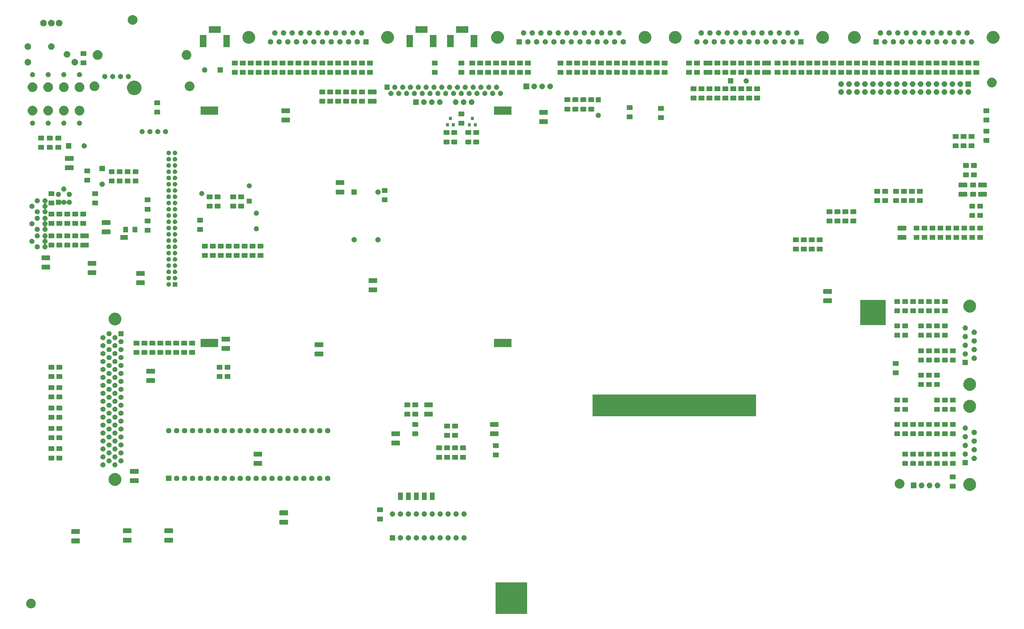
<source format=gbs>
G04 #@! TF.GenerationSoftware,KiCad,Pcbnew,(5.1.0)-1*
G04 #@! TF.CreationDate,2020-01-29T23:37:04+00:00*
G04 #@! TF.ProjectId,Amiga600,416d6967-6136-4303-902e-6b696361645f,rev?*
G04 #@! TF.SameCoordinates,Original*
G04 #@! TF.FileFunction,Soldermask,Bot*
G04 #@! TF.FilePolarity,Negative*
%FSLAX46Y46*%
G04 Gerber Fmt 4.6, Leading zero omitted, Abs format (unit mm)*
G04 Created by KiCad (PCBNEW (5.1.0)-1) date 2020-01-29 23:37:04*
%MOMM*%
%LPD*%
G04 APERTURE LIST*
%ADD10C,0.100000*%
G04 APERTURE END LIST*
D10*
G36*
X236601000Y-129095500D02*
G01*
X184404000Y-129095500D01*
X184404000Y-122237500D01*
X236601000Y-122237500D01*
X236601000Y-129095500D01*
G37*
X236601000Y-129095500D02*
X184404000Y-129095500D01*
X184404000Y-122237500D01*
X236601000Y-122237500D01*
X236601000Y-129095500D01*
G36*
X163551000Y-192301000D02*
G01*
X153449000Y-192301000D01*
X153449000Y-182199000D01*
X163551000Y-182199000D01*
X163551000Y-192301000D01*
X163551000Y-192301000D01*
G37*
G36*
X5302585Y-187478802D02*
G01*
X5452410Y-187508604D01*
X5734674Y-187625521D01*
X5988705Y-187795259D01*
X6204741Y-188011295D01*
X6374479Y-188265326D01*
X6491396Y-188547590D01*
X6551000Y-188847240D01*
X6551000Y-189152760D01*
X6491396Y-189452410D01*
X6374479Y-189734674D01*
X6204741Y-189988705D01*
X5988705Y-190204741D01*
X5734674Y-190374479D01*
X5452410Y-190491396D01*
X5302585Y-190521198D01*
X5152761Y-190551000D01*
X4847239Y-190551000D01*
X4697415Y-190521198D01*
X4547590Y-190491396D01*
X4265326Y-190374479D01*
X4011295Y-190204741D01*
X3795259Y-189988705D01*
X3625521Y-189734674D01*
X3508604Y-189452410D01*
X3449000Y-189152760D01*
X3449000Y-188847240D01*
X3508604Y-188547590D01*
X3625521Y-188265326D01*
X3795259Y-188011295D01*
X4011295Y-187795259D01*
X4265326Y-187625521D01*
X4547590Y-187508604D01*
X4697415Y-187478802D01*
X4847239Y-187449000D01*
X5152761Y-187449000D01*
X5302585Y-187478802D01*
X5302585Y-187478802D01*
G37*
G36*
X20475562Y-168228181D02*
G01*
X20510481Y-168238774D01*
X20542663Y-168255976D01*
X20570873Y-168279127D01*
X20594024Y-168307337D01*
X20611226Y-168339519D01*
X20621819Y-168374438D01*
X20626000Y-168416895D01*
X20626000Y-169558105D01*
X20621819Y-169600562D01*
X20611226Y-169635481D01*
X20594024Y-169667663D01*
X20570873Y-169695873D01*
X20542663Y-169719024D01*
X20510481Y-169736226D01*
X20475562Y-169746819D01*
X20433105Y-169751000D01*
X18066895Y-169751000D01*
X18024438Y-169746819D01*
X17989519Y-169736226D01*
X17957337Y-169719024D01*
X17929127Y-169695873D01*
X17905976Y-169667663D01*
X17888774Y-169635481D01*
X17878181Y-169600562D01*
X17874000Y-169558105D01*
X17874000Y-168416895D01*
X17878181Y-168374438D01*
X17888774Y-168339519D01*
X17905976Y-168307337D01*
X17929127Y-168279127D01*
X17957337Y-168255976D01*
X17989519Y-168238774D01*
X18024438Y-168228181D01*
X18066895Y-168224000D01*
X20433105Y-168224000D01*
X20475562Y-168228181D01*
X20475562Y-168228181D01*
G37*
G36*
X50225562Y-167978181D02*
G01*
X50260481Y-167988774D01*
X50292663Y-168005976D01*
X50320873Y-168029127D01*
X50344024Y-168057337D01*
X50361226Y-168089519D01*
X50371819Y-168124438D01*
X50376000Y-168166895D01*
X50376000Y-169308105D01*
X50371819Y-169350562D01*
X50361226Y-169385481D01*
X50344024Y-169417663D01*
X50320873Y-169445873D01*
X50292663Y-169469024D01*
X50260481Y-169486226D01*
X50225562Y-169496819D01*
X50183105Y-169501000D01*
X47816895Y-169501000D01*
X47774438Y-169496819D01*
X47739519Y-169486226D01*
X47707337Y-169469024D01*
X47679127Y-169445873D01*
X47655976Y-169417663D01*
X47638774Y-169385481D01*
X47628181Y-169350562D01*
X47624000Y-169308105D01*
X47624000Y-168166895D01*
X47628181Y-168124438D01*
X47638774Y-168089519D01*
X47655976Y-168057337D01*
X47679127Y-168029127D01*
X47707337Y-168005976D01*
X47739519Y-167988774D01*
X47774438Y-167978181D01*
X47816895Y-167974000D01*
X50183105Y-167974000D01*
X50225562Y-167978181D01*
X50225562Y-167978181D01*
G37*
G36*
X36975562Y-167978181D02*
G01*
X37010481Y-167988774D01*
X37042663Y-168005976D01*
X37070873Y-168029127D01*
X37094024Y-168057337D01*
X37111226Y-168089519D01*
X37121819Y-168124438D01*
X37126000Y-168166895D01*
X37126000Y-169308105D01*
X37121819Y-169350562D01*
X37111226Y-169385481D01*
X37094024Y-169417663D01*
X37070873Y-169445873D01*
X37042663Y-169469024D01*
X37010481Y-169486226D01*
X36975562Y-169496819D01*
X36933105Y-169501000D01*
X34566895Y-169501000D01*
X34524438Y-169496819D01*
X34489519Y-169486226D01*
X34457337Y-169469024D01*
X34429127Y-169445873D01*
X34405976Y-169417663D01*
X34388774Y-169385481D01*
X34378181Y-169350562D01*
X34374000Y-169308105D01*
X34374000Y-168166895D01*
X34378181Y-168124438D01*
X34388774Y-168089519D01*
X34405976Y-168057337D01*
X34429127Y-168029127D01*
X34457337Y-168005976D01*
X34489519Y-167988774D01*
X34524438Y-167978181D01*
X34566895Y-167974000D01*
X36933105Y-167974000D01*
X36975562Y-167978181D01*
X36975562Y-167978181D01*
G37*
G36*
X140986823Y-167161313D02*
G01*
X141147242Y-167209976D01*
X141279906Y-167280886D01*
X141295078Y-167288996D01*
X141424659Y-167395341D01*
X141531004Y-167524922D01*
X141531005Y-167524924D01*
X141610024Y-167672758D01*
X141658687Y-167833177D01*
X141675117Y-168000000D01*
X141658687Y-168166823D01*
X141610024Y-168327242D01*
X141562103Y-168416895D01*
X141531004Y-168475078D01*
X141424659Y-168604659D01*
X141295078Y-168711004D01*
X141295076Y-168711005D01*
X141147242Y-168790024D01*
X140986823Y-168838687D01*
X140861804Y-168851000D01*
X140778196Y-168851000D01*
X140653177Y-168838687D01*
X140492758Y-168790024D01*
X140344924Y-168711005D01*
X140344922Y-168711004D01*
X140215341Y-168604659D01*
X140108996Y-168475078D01*
X140077897Y-168416895D01*
X140029976Y-168327242D01*
X139981313Y-168166823D01*
X139964883Y-168000000D01*
X139981313Y-167833177D01*
X140029976Y-167672758D01*
X140108995Y-167524924D01*
X140108996Y-167524922D01*
X140215341Y-167395341D01*
X140344922Y-167288996D01*
X140360094Y-167280886D01*
X140492758Y-167209976D01*
X140653177Y-167161313D01*
X140778196Y-167149000D01*
X140861804Y-167149000D01*
X140986823Y-167161313D01*
X140986823Y-167161313D01*
G37*
G36*
X143526823Y-167161313D02*
G01*
X143687242Y-167209976D01*
X143819906Y-167280886D01*
X143835078Y-167288996D01*
X143964659Y-167395341D01*
X144071004Y-167524922D01*
X144071005Y-167524924D01*
X144150024Y-167672758D01*
X144198687Y-167833177D01*
X144215117Y-168000000D01*
X144198687Y-168166823D01*
X144150024Y-168327242D01*
X144102103Y-168416895D01*
X144071004Y-168475078D01*
X143964659Y-168604659D01*
X143835078Y-168711004D01*
X143835076Y-168711005D01*
X143687242Y-168790024D01*
X143526823Y-168838687D01*
X143401804Y-168851000D01*
X143318196Y-168851000D01*
X143193177Y-168838687D01*
X143032758Y-168790024D01*
X142884924Y-168711005D01*
X142884922Y-168711004D01*
X142755341Y-168604659D01*
X142648996Y-168475078D01*
X142617897Y-168416895D01*
X142569976Y-168327242D01*
X142521313Y-168166823D01*
X142504883Y-168000000D01*
X142521313Y-167833177D01*
X142569976Y-167672758D01*
X142648995Y-167524924D01*
X142648996Y-167524922D01*
X142755341Y-167395341D01*
X142884922Y-167288996D01*
X142900094Y-167280886D01*
X143032758Y-167209976D01*
X143193177Y-167161313D01*
X143318196Y-167149000D01*
X143401804Y-167149000D01*
X143526823Y-167161313D01*
X143526823Y-167161313D01*
G37*
G36*
X138446823Y-167161313D02*
G01*
X138607242Y-167209976D01*
X138739906Y-167280886D01*
X138755078Y-167288996D01*
X138884659Y-167395341D01*
X138991004Y-167524922D01*
X138991005Y-167524924D01*
X139070024Y-167672758D01*
X139118687Y-167833177D01*
X139135117Y-168000000D01*
X139118687Y-168166823D01*
X139070024Y-168327242D01*
X139022103Y-168416895D01*
X138991004Y-168475078D01*
X138884659Y-168604659D01*
X138755078Y-168711004D01*
X138755076Y-168711005D01*
X138607242Y-168790024D01*
X138446823Y-168838687D01*
X138321804Y-168851000D01*
X138238196Y-168851000D01*
X138113177Y-168838687D01*
X137952758Y-168790024D01*
X137804924Y-168711005D01*
X137804922Y-168711004D01*
X137675341Y-168604659D01*
X137568996Y-168475078D01*
X137537897Y-168416895D01*
X137489976Y-168327242D01*
X137441313Y-168166823D01*
X137424883Y-168000000D01*
X137441313Y-167833177D01*
X137489976Y-167672758D01*
X137568995Y-167524924D01*
X137568996Y-167524922D01*
X137675341Y-167395341D01*
X137804922Y-167288996D01*
X137820094Y-167280886D01*
X137952758Y-167209976D01*
X138113177Y-167161313D01*
X138238196Y-167149000D01*
X138321804Y-167149000D01*
X138446823Y-167161313D01*
X138446823Y-167161313D01*
G37*
G36*
X135906823Y-167161313D02*
G01*
X136067242Y-167209976D01*
X136199906Y-167280886D01*
X136215078Y-167288996D01*
X136344659Y-167395341D01*
X136451004Y-167524922D01*
X136451005Y-167524924D01*
X136530024Y-167672758D01*
X136578687Y-167833177D01*
X136595117Y-168000000D01*
X136578687Y-168166823D01*
X136530024Y-168327242D01*
X136482103Y-168416895D01*
X136451004Y-168475078D01*
X136344659Y-168604659D01*
X136215078Y-168711004D01*
X136215076Y-168711005D01*
X136067242Y-168790024D01*
X135906823Y-168838687D01*
X135781804Y-168851000D01*
X135698196Y-168851000D01*
X135573177Y-168838687D01*
X135412758Y-168790024D01*
X135264924Y-168711005D01*
X135264922Y-168711004D01*
X135135341Y-168604659D01*
X135028996Y-168475078D01*
X134997897Y-168416895D01*
X134949976Y-168327242D01*
X134901313Y-168166823D01*
X134884883Y-168000000D01*
X134901313Y-167833177D01*
X134949976Y-167672758D01*
X135028995Y-167524924D01*
X135028996Y-167524922D01*
X135135341Y-167395341D01*
X135264922Y-167288996D01*
X135280094Y-167280886D01*
X135412758Y-167209976D01*
X135573177Y-167161313D01*
X135698196Y-167149000D01*
X135781804Y-167149000D01*
X135906823Y-167161313D01*
X135906823Y-167161313D01*
G37*
G36*
X133366823Y-167161313D02*
G01*
X133527242Y-167209976D01*
X133659906Y-167280886D01*
X133675078Y-167288996D01*
X133804659Y-167395341D01*
X133911004Y-167524922D01*
X133911005Y-167524924D01*
X133990024Y-167672758D01*
X134038687Y-167833177D01*
X134055117Y-168000000D01*
X134038687Y-168166823D01*
X133990024Y-168327242D01*
X133942103Y-168416895D01*
X133911004Y-168475078D01*
X133804659Y-168604659D01*
X133675078Y-168711004D01*
X133675076Y-168711005D01*
X133527242Y-168790024D01*
X133366823Y-168838687D01*
X133241804Y-168851000D01*
X133158196Y-168851000D01*
X133033177Y-168838687D01*
X132872758Y-168790024D01*
X132724924Y-168711005D01*
X132724922Y-168711004D01*
X132595341Y-168604659D01*
X132488996Y-168475078D01*
X132457897Y-168416895D01*
X132409976Y-168327242D01*
X132361313Y-168166823D01*
X132344883Y-168000000D01*
X132361313Y-167833177D01*
X132409976Y-167672758D01*
X132488995Y-167524924D01*
X132488996Y-167524922D01*
X132595341Y-167395341D01*
X132724922Y-167288996D01*
X132740094Y-167280886D01*
X132872758Y-167209976D01*
X133033177Y-167161313D01*
X133158196Y-167149000D01*
X133241804Y-167149000D01*
X133366823Y-167161313D01*
X133366823Y-167161313D01*
G37*
G36*
X130826823Y-167161313D02*
G01*
X130987242Y-167209976D01*
X131119906Y-167280886D01*
X131135078Y-167288996D01*
X131264659Y-167395341D01*
X131371004Y-167524922D01*
X131371005Y-167524924D01*
X131450024Y-167672758D01*
X131498687Y-167833177D01*
X131515117Y-168000000D01*
X131498687Y-168166823D01*
X131450024Y-168327242D01*
X131402103Y-168416895D01*
X131371004Y-168475078D01*
X131264659Y-168604659D01*
X131135078Y-168711004D01*
X131135076Y-168711005D01*
X130987242Y-168790024D01*
X130826823Y-168838687D01*
X130701804Y-168851000D01*
X130618196Y-168851000D01*
X130493177Y-168838687D01*
X130332758Y-168790024D01*
X130184924Y-168711005D01*
X130184922Y-168711004D01*
X130055341Y-168604659D01*
X129948996Y-168475078D01*
X129917897Y-168416895D01*
X129869976Y-168327242D01*
X129821313Y-168166823D01*
X129804883Y-168000000D01*
X129821313Y-167833177D01*
X129869976Y-167672758D01*
X129948995Y-167524924D01*
X129948996Y-167524922D01*
X130055341Y-167395341D01*
X130184922Y-167288996D01*
X130200094Y-167280886D01*
X130332758Y-167209976D01*
X130493177Y-167161313D01*
X130618196Y-167149000D01*
X130701804Y-167149000D01*
X130826823Y-167161313D01*
X130826823Y-167161313D01*
G37*
G36*
X128286823Y-167161313D02*
G01*
X128447242Y-167209976D01*
X128579906Y-167280886D01*
X128595078Y-167288996D01*
X128724659Y-167395341D01*
X128831004Y-167524922D01*
X128831005Y-167524924D01*
X128910024Y-167672758D01*
X128958687Y-167833177D01*
X128975117Y-168000000D01*
X128958687Y-168166823D01*
X128910024Y-168327242D01*
X128862103Y-168416895D01*
X128831004Y-168475078D01*
X128724659Y-168604659D01*
X128595078Y-168711004D01*
X128595076Y-168711005D01*
X128447242Y-168790024D01*
X128286823Y-168838687D01*
X128161804Y-168851000D01*
X128078196Y-168851000D01*
X127953177Y-168838687D01*
X127792758Y-168790024D01*
X127644924Y-168711005D01*
X127644922Y-168711004D01*
X127515341Y-168604659D01*
X127408996Y-168475078D01*
X127377897Y-168416895D01*
X127329976Y-168327242D01*
X127281313Y-168166823D01*
X127264883Y-168000000D01*
X127281313Y-167833177D01*
X127329976Y-167672758D01*
X127408995Y-167524924D01*
X127408996Y-167524922D01*
X127515341Y-167395341D01*
X127644922Y-167288996D01*
X127660094Y-167280886D01*
X127792758Y-167209976D01*
X127953177Y-167161313D01*
X128078196Y-167149000D01*
X128161804Y-167149000D01*
X128286823Y-167161313D01*
X128286823Y-167161313D01*
G37*
G36*
X125746823Y-167161313D02*
G01*
X125907242Y-167209976D01*
X126039906Y-167280886D01*
X126055078Y-167288996D01*
X126184659Y-167395341D01*
X126291004Y-167524922D01*
X126291005Y-167524924D01*
X126370024Y-167672758D01*
X126418687Y-167833177D01*
X126435117Y-168000000D01*
X126418687Y-168166823D01*
X126370024Y-168327242D01*
X126322103Y-168416895D01*
X126291004Y-168475078D01*
X126184659Y-168604659D01*
X126055078Y-168711004D01*
X126055076Y-168711005D01*
X125907242Y-168790024D01*
X125746823Y-168838687D01*
X125621804Y-168851000D01*
X125538196Y-168851000D01*
X125413177Y-168838687D01*
X125252758Y-168790024D01*
X125104924Y-168711005D01*
X125104922Y-168711004D01*
X124975341Y-168604659D01*
X124868996Y-168475078D01*
X124837897Y-168416895D01*
X124789976Y-168327242D01*
X124741313Y-168166823D01*
X124724883Y-168000000D01*
X124741313Y-167833177D01*
X124789976Y-167672758D01*
X124868995Y-167524924D01*
X124868996Y-167524922D01*
X124975341Y-167395341D01*
X125104922Y-167288996D01*
X125120094Y-167280886D01*
X125252758Y-167209976D01*
X125413177Y-167161313D01*
X125538196Y-167149000D01*
X125621804Y-167149000D01*
X125746823Y-167161313D01*
X125746823Y-167161313D01*
G37*
G36*
X123206823Y-167161313D02*
G01*
X123367242Y-167209976D01*
X123499906Y-167280886D01*
X123515078Y-167288996D01*
X123644659Y-167395341D01*
X123751004Y-167524922D01*
X123751005Y-167524924D01*
X123830024Y-167672758D01*
X123878687Y-167833177D01*
X123895117Y-168000000D01*
X123878687Y-168166823D01*
X123830024Y-168327242D01*
X123782103Y-168416895D01*
X123751004Y-168475078D01*
X123644659Y-168604659D01*
X123515078Y-168711004D01*
X123515076Y-168711005D01*
X123367242Y-168790024D01*
X123206823Y-168838687D01*
X123081804Y-168851000D01*
X122998196Y-168851000D01*
X122873177Y-168838687D01*
X122712758Y-168790024D01*
X122564924Y-168711005D01*
X122564922Y-168711004D01*
X122435341Y-168604659D01*
X122328996Y-168475078D01*
X122297897Y-168416895D01*
X122249976Y-168327242D01*
X122201313Y-168166823D01*
X122184883Y-168000000D01*
X122201313Y-167833177D01*
X122249976Y-167672758D01*
X122328995Y-167524924D01*
X122328996Y-167524922D01*
X122435341Y-167395341D01*
X122564922Y-167288996D01*
X122580094Y-167280886D01*
X122712758Y-167209976D01*
X122873177Y-167161313D01*
X122998196Y-167149000D01*
X123081804Y-167149000D01*
X123206823Y-167161313D01*
X123206823Y-167161313D01*
G37*
G36*
X121351000Y-168851000D02*
G01*
X119649000Y-168851000D01*
X119649000Y-167149000D01*
X121351000Y-167149000D01*
X121351000Y-168851000D01*
X121351000Y-168851000D01*
G37*
G36*
X20475562Y-165253181D02*
G01*
X20510481Y-165263774D01*
X20542663Y-165280976D01*
X20570873Y-165304127D01*
X20594024Y-165332337D01*
X20611226Y-165364519D01*
X20621819Y-165399438D01*
X20626000Y-165441895D01*
X20626000Y-166583105D01*
X20621819Y-166625562D01*
X20611226Y-166660481D01*
X20594024Y-166692663D01*
X20570873Y-166720873D01*
X20542663Y-166744024D01*
X20510481Y-166761226D01*
X20475562Y-166771819D01*
X20433105Y-166776000D01*
X18066895Y-166776000D01*
X18024438Y-166771819D01*
X17989519Y-166761226D01*
X17957337Y-166744024D01*
X17929127Y-166720873D01*
X17905976Y-166692663D01*
X17888774Y-166660481D01*
X17878181Y-166625562D01*
X17874000Y-166583105D01*
X17874000Y-165441895D01*
X17878181Y-165399438D01*
X17888774Y-165364519D01*
X17905976Y-165332337D01*
X17929127Y-165304127D01*
X17957337Y-165280976D01*
X17989519Y-165263774D01*
X18024438Y-165253181D01*
X18066895Y-165249000D01*
X20433105Y-165249000D01*
X20475562Y-165253181D01*
X20475562Y-165253181D01*
G37*
G36*
X50225562Y-165003181D02*
G01*
X50260481Y-165013774D01*
X50292663Y-165030976D01*
X50320873Y-165054127D01*
X50344024Y-165082337D01*
X50361226Y-165114519D01*
X50371819Y-165149438D01*
X50376000Y-165191895D01*
X50376000Y-166333105D01*
X50371819Y-166375562D01*
X50361226Y-166410481D01*
X50344024Y-166442663D01*
X50320873Y-166470873D01*
X50292663Y-166494024D01*
X50260481Y-166511226D01*
X50225562Y-166521819D01*
X50183105Y-166526000D01*
X47816895Y-166526000D01*
X47774438Y-166521819D01*
X47739519Y-166511226D01*
X47707337Y-166494024D01*
X47679127Y-166470873D01*
X47655976Y-166442663D01*
X47638774Y-166410481D01*
X47628181Y-166375562D01*
X47624000Y-166333105D01*
X47624000Y-165191895D01*
X47628181Y-165149438D01*
X47638774Y-165114519D01*
X47655976Y-165082337D01*
X47679127Y-165054127D01*
X47707337Y-165030976D01*
X47739519Y-165013774D01*
X47774438Y-165003181D01*
X47816895Y-164999000D01*
X50183105Y-164999000D01*
X50225562Y-165003181D01*
X50225562Y-165003181D01*
G37*
G36*
X36975562Y-165003181D02*
G01*
X37010481Y-165013774D01*
X37042663Y-165030976D01*
X37070873Y-165054127D01*
X37094024Y-165082337D01*
X37111226Y-165114519D01*
X37121819Y-165149438D01*
X37126000Y-165191895D01*
X37126000Y-166333105D01*
X37121819Y-166375562D01*
X37111226Y-166410481D01*
X37094024Y-166442663D01*
X37070873Y-166470873D01*
X37042663Y-166494024D01*
X37010481Y-166511226D01*
X36975562Y-166521819D01*
X36933105Y-166526000D01*
X34566895Y-166526000D01*
X34524438Y-166521819D01*
X34489519Y-166511226D01*
X34457337Y-166494024D01*
X34429127Y-166470873D01*
X34405976Y-166442663D01*
X34388774Y-166410481D01*
X34378181Y-166375562D01*
X34374000Y-166333105D01*
X34374000Y-165191895D01*
X34378181Y-165149438D01*
X34388774Y-165114519D01*
X34405976Y-165082337D01*
X34429127Y-165054127D01*
X34457337Y-165030976D01*
X34489519Y-165013774D01*
X34524438Y-165003181D01*
X34566895Y-164999000D01*
X36933105Y-164999000D01*
X36975562Y-165003181D01*
X36975562Y-165003181D01*
G37*
G36*
X86975562Y-162228181D02*
G01*
X87010481Y-162238774D01*
X87042663Y-162255976D01*
X87070873Y-162279127D01*
X87094024Y-162307337D01*
X87111226Y-162339519D01*
X87121819Y-162374438D01*
X87126000Y-162416895D01*
X87126000Y-163558105D01*
X87121819Y-163600562D01*
X87111226Y-163635481D01*
X87094024Y-163667663D01*
X87070873Y-163695873D01*
X87042663Y-163719024D01*
X87010481Y-163736226D01*
X86975562Y-163746819D01*
X86933105Y-163751000D01*
X84566895Y-163751000D01*
X84524438Y-163746819D01*
X84489519Y-163736226D01*
X84457337Y-163719024D01*
X84429127Y-163695873D01*
X84405976Y-163667663D01*
X84388774Y-163635481D01*
X84378181Y-163600562D01*
X84374000Y-163558105D01*
X84374000Y-162416895D01*
X84378181Y-162374438D01*
X84388774Y-162339519D01*
X84405976Y-162307337D01*
X84429127Y-162279127D01*
X84457337Y-162255976D01*
X84489519Y-162238774D01*
X84524438Y-162228181D01*
X84566895Y-162224000D01*
X86933105Y-162224000D01*
X86975562Y-162228181D01*
X86975562Y-162228181D01*
G37*
G36*
X117275562Y-161228181D02*
G01*
X117310481Y-161238774D01*
X117342663Y-161255976D01*
X117370873Y-161279127D01*
X117394024Y-161307337D01*
X117411226Y-161339519D01*
X117421819Y-161374438D01*
X117426000Y-161416895D01*
X117426000Y-162558105D01*
X117421819Y-162600562D01*
X117411226Y-162635481D01*
X117394024Y-162667663D01*
X117370873Y-162695873D01*
X117342663Y-162719024D01*
X117310481Y-162736226D01*
X117275562Y-162746819D01*
X117233105Y-162751000D01*
X115766895Y-162751000D01*
X115724438Y-162746819D01*
X115689519Y-162736226D01*
X115657337Y-162719024D01*
X115629127Y-162695873D01*
X115605976Y-162667663D01*
X115588774Y-162635481D01*
X115578181Y-162600562D01*
X115574000Y-162558105D01*
X115574000Y-161416895D01*
X115578181Y-161374438D01*
X115588774Y-161339519D01*
X115605976Y-161307337D01*
X115629127Y-161279127D01*
X115657337Y-161255976D01*
X115689519Y-161238774D01*
X115724438Y-161228181D01*
X115766895Y-161224000D01*
X117233105Y-161224000D01*
X117275562Y-161228181D01*
X117275562Y-161228181D01*
G37*
G36*
X130826823Y-159541313D02*
G01*
X130987242Y-159589976D01*
X131112521Y-159656939D01*
X131135078Y-159668996D01*
X131264659Y-159775341D01*
X131371004Y-159904922D01*
X131371005Y-159904924D01*
X131450024Y-160052758D01*
X131498687Y-160213177D01*
X131515117Y-160380000D01*
X131498687Y-160546823D01*
X131450024Y-160707242D01*
X131415507Y-160771819D01*
X131371004Y-160855078D01*
X131264659Y-160984659D01*
X131135078Y-161091004D01*
X131135076Y-161091005D01*
X130987242Y-161170024D01*
X130826823Y-161218687D01*
X130701804Y-161231000D01*
X130618196Y-161231000D01*
X130493177Y-161218687D01*
X130332758Y-161170024D01*
X130184924Y-161091005D01*
X130184922Y-161091004D01*
X130055341Y-160984659D01*
X129948996Y-160855078D01*
X129904493Y-160771819D01*
X129869976Y-160707242D01*
X129821313Y-160546823D01*
X129804883Y-160380000D01*
X129821313Y-160213177D01*
X129869976Y-160052758D01*
X129948995Y-159904924D01*
X129948996Y-159904922D01*
X130055341Y-159775341D01*
X130184922Y-159668996D01*
X130207479Y-159656939D01*
X130332758Y-159589976D01*
X130493177Y-159541313D01*
X130618196Y-159529000D01*
X130701804Y-159529000D01*
X130826823Y-159541313D01*
X130826823Y-159541313D01*
G37*
G36*
X135906823Y-159541313D02*
G01*
X136067242Y-159589976D01*
X136192521Y-159656939D01*
X136215078Y-159668996D01*
X136344659Y-159775341D01*
X136451004Y-159904922D01*
X136451005Y-159904924D01*
X136530024Y-160052758D01*
X136578687Y-160213177D01*
X136595117Y-160380000D01*
X136578687Y-160546823D01*
X136530024Y-160707242D01*
X136495507Y-160771819D01*
X136451004Y-160855078D01*
X136344659Y-160984659D01*
X136215078Y-161091004D01*
X136215076Y-161091005D01*
X136067242Y-161170024D01*
X135906823Y-161218687D01*
X135781804Y-161231000D01*
X135698196Y-161231000D01*
X135573177Y-161218687D01*
X135412758Y-161170024D01*
X135264924Y-161091005D01*
X135264922Y-161091004D01*
X135135341Y-160984659D01*
X135028996Y-160855078D01*
X134984493Y-160771819D01*
X134949976Y-160707242D01*
X134901313Y-160546823D01*
X134884883Y-160380000D01*
X134901313Y-160213177D01*
X134949976Y-160052758D01*
X135028995Y-159904924D01*
X135028996Y-159904922D01*
X135135341Y-159775341D01*
X135264922Y-159668996D01*
X135287479Y-159656939D01*
X135412758Y-159589976D01*
X135573177Y-159541313D01*
X135698196Y-159529000D01*
X135781804Y-159529000D01*
X135906823Y-159541313D01*
X135906823Y-159541313D01*
G37*
G36*
X128286823Y-159541313D02*
G01*
X128447242Y-159589976D01*
X128572521Y-159656939D01*
X128595078Y-159668996D01*
X128724659Y-159775341D01*
X128831004Y-159904922D01*
X128831005Y-159904924D01*
X128910024Y-160052758D01*
X128958687Y-160213177D01*
X128975117Y-160380000D01*
X128958687Y-160546823D01*
X128910024Y-160707242D01*
X128875507Y-160771819D01*
X128831004Y-160855078D01*
X128724659Y-160984659D01*
X128595078Y-161091004D01*
X128595076Y-161091005D01*
X128447242Y-161170024D01*
X128286823Y-161218687D01*
X128161804Y-161231000D01*
X128078196Y-161231000D01*
X127953177Y-161218687D01*
X127792758Y-161170024D01*
X127644924Y-161091005D01*
X127644922Y-161091004D01*
X127515341Y-160984659D01*
X127408996Y-160855078D01*
X127364493Y-160771819D01*
X127329976Y-160707242D01*
X127281313Y-160546823D01*
X127264883Y-160380000D01*
X127281313Y-160213177D01*
X127329976Y-160052758D01*
X127408995Y-159904924D01*
X127408996Y-159904922D01*
X127515341Y-159775341D01*
X127644922Y-159668996D01*
X127667479Y-159656939D01*
X127792758Y-159589976D01*
X127953177Y-159541313D01*
X128078196Y-159529000D01*
X128161804Y-159529000D01*
X128286823Y-159541313D01*
X128286823Y-159541313D01*
G37*
G36*
X138446823Y-159541313D02*
G01*
X138607242Y-159589976D01*
X138732521Y-159656939D01*
X138755078Y-159668996D01*
X138884659Y-159775341D01*
X138991004Y-159904922D01*
X138991005Y-159904924D01*
X139070024Y-160052758D01*
X139118687Y-160213177D01*
X139135117Y-160380000D01*
X139118687Y-160546823D01*
X139070024Y-160707242D01*
X139035507Y-160771819D01*
X138991004Y-160855078D01*
X138884659Y-160984659D01*
X138755078Y-161091004D01*
X138755076Y-161091005D01*
X138607242Y-161170024D01*
X138446823Y-161218687D01*
X138321804Y-161231000D01*
X138238196Y-161231000D01*
X138113177Y-161218687D01*
X137952758Y-161170024D01*
X137804924Y-161091005D01*
X137804922Y-161091004D01*
X137675341Y-160984659D01*
X137568996Y-160855078D01*
X137524493Y-160771819D01*
X137489976Y-160707242D01*
X137441313Y-160546823D01*
X137424883Y-160380000D01*
X137441313Y-160213177D01*
X137489976Y-160052758D01*
X137568995Y-159904924D01*
X137568996Y-159904922D01*
X137675341Y-159775341D01*
X137804922Y-159668996D01*
X137827479Y-159656939D01*
X137952758Y-159589976D01*
X138113177Y-159541313D01*
X138238196Y-159529000D01*
X138321804Y-159529000D01*
X138446823Y-159541313D01*
X138446823Y-159541313D01*
G37*
G36*
X125746823Y-159541313D02*
G01*
X125907242Y-159589976D01*
X126032521Y-159656939D01*
X126055078Y-159668996D01*
X126184659Y-159775341D01*
X126291004Y-159904922D01*
X126291005Y-159904924D01*
X126370024Y-160052758D01*
X126418687Y-160213177D01*
X126435117Y-160380000D01*
X126418687Y-160546823D01*
X126370024Y-160707242D01*
X126335507Y-160771819D01*
X126291004Y-160855078D01*
X126184659Y-160984659D01*
X126055078Y-161091004D01*
X126055076Y-161091005D01*
X125907242Y-161170024D01*
X125746823Y-161218687D01*
X125621804Y-161231000D01*
X125538196Y-161231000D01*
X125413177Y-161218687D01*
X125252758Y-161170024D01*
X125104924Y-161091005D01*
X125104922Y-161091004D01*
X124975341Y-160984659D01*
X124868996Y-160855078D01*
X124824493Y-160771819D01*
X124789976Y-160707242D01*
X124741313Y-160546823D01*
X124724883Y-160380000D01*
X124741313Y-160213177D01*
X124789976Y-160052758D01*
X124868995Y-159904924D01*
X124868996Y-159904922D01*
X124975341Y-159775341D01*
X125104922Y-159668996D01*
X125127479Y-159656939D01*
X125252758Y-159589976D01*
X125413177Y-159541313D01*
X125538196Y-159529000D01*
X125621804Y-159529000D01*
X125746823Y-159541313D01*
X125746823Y-159541313D01*
G37*
G36*
X140986823Y-159541313D02*
G01*
X141147242Y-159589976D01*
X141272521Y-159656939D01*
X141295078Y-159668996D01*
X141424659Y-159775341D01*
X141531004Y-159904922D01*
X141531005Y-159904924D01*
X141610024Y-160052758D01*
X141658687Y-160213177D01*
X141675117Y-160380000D01*
X141658687Y-160546823D01*
X141610024Y-160707242D01*
X141575507Y-160771819D01*
X141531004Y-160855078D01*
X141424659Y-160984659D01*
X141295078Y-161091004D01*
X141295076Y-161091005D01*
X141147242Y-161170024D01*
X140986823Y-161218687D01*
X140861804Y-161231000D01*
X140778196Y-161231000D01*
X140653177Y-161218687D01*
X140492758Y-161170024D01*
X140344924Y-161091005D01*
X140344922Y-161091004D01*
X140215341Y-160984659D01*
X140108996Y-160855078D01*
X140064493Y-160771819D01*
X140029976Y-160707242D01*
X139981313Y-160546823D01*
X139964883Y-160380000D01*
X139981313Y-160213177D01*
X140029976Y-160052758D01*
X140108995Y-159904924D01*
X140108996Y-159904922D01*
X140215341Y-159775341D01*
X140344922Y-159668996D01*
X140367479Y-159656939D01*
X140492758Y-159589976D01*
X140653177Y-159541313D01*
X140778196Y-159529000D01*
X140861804Y-159529000D01*
X140986823Y-159541313D01*
X140986823Y-159541313D01*
G37*
G36*
X123206823Y-159541313D02*
G01*
X123367242Y-159589976D01*
X123492521Y-159656939D01*
X123515078Y-159668996D01*
X123644659Y-159775341D01*
X123751004Y-159904922D01*
X123751005Y-159904924D01*
X123830024Y-160052758D01*
X123878687Y-160213177D01*
X123895117Y-160380000D01*
X123878687Y-160546823D01*
X123830024Y-160707242D01*
X123795507Y-160771819D01*
X123751004Y-160855078D01*
X123644659Y-160984659D01*
X123515078Y-161091004D01*
X123515076Y-161091005D01*
X123367242Y-161170024D01*
X123206823Y-161218687D01*
X123081804Y-161231000D01*
X122998196Y-161231000D01*
X122873177Y-161218687D01*
X122712758Y-161170024D01*
X122564924Y-161091005D01*
X122564922Y-161091004D01*
X122435341Y-160984659D01*
X122328996Y-160855078D01*
X122284493Y-160771819D01*
X122249976Y-160707242D01*
X122201313Y-160546823D01*
X122184883Y-160380000D01*
X122201313Y-160213177D01*
X122249976Y-160052758D01*
X122328995Y-159904924D01*
X122328996Y-159904922D01*
X122435341Y-159775341D01*
X122564922Y-159668996D01*
X122587479Y-159656939D01*
X122712758Y-159589976D01*
X122873177Y-159541313D01*
X122998196Y-159529000D01*
X123081804Y-159529000D01*
X123206823Y-159541313D01*
X123206823Y-159541313D01*
G37*
G36*
X143526823Y-159541313D02*
G01*
X143687242Y-159589976D01*
X143812521Y-159656939D01*
X143835078Y-159668996D01*
X143964659Y-159775341D01*
X144071004Y-159904922D01*
X144071005Y-159904924D01*
X144150024Y-160052758D01*
X144198687Y-160213177D01*
X144215117Y-160380000D01*
X144198687Y-160546823D01*
X144150024Y-160707242D01*
X144115507Y-160771819D01*
X144071004Y-160855078D01*
X143964659Y-160984659D01*
X143835078Y-161091004D01*
X143835076Y-161091005D01*
X143687242Y-161170024D01*
X143526823Y-161218687D01*
X143401804Y-161231000D01*
X143318196Y-161231000D01*
X143193177Y-161218687D01*
X143032758Y-161170024D01*
X142884924Y-161091005D01*
X142884922Y-161091004D01*
X142755341Y-160984659D01*
X142648996Y-160855078D01*
X142604493Y-160771819D01*
X142569976Y-160707242D01*
X142521313Y-160546823D01*
X142504883Y-160380000D01*
X142521313Y-160213177D01*
X142569976Y-160052758D01*
X142648995Y-159904924D01*
X142648996Y-159904922D01*
X142755341Y-159775341D01*
X142884922Y-159668996D01*
X142907479Y-159656939D01*
X143032758Y-159589976D01*
X143193177Y-159541313D01*
X143318196Y-159529000D01*
X143401804Y-159529000D01*
X143526823Y-159541313D01*
X143526823Y-159541313D01*
G37*
G36*
X120666823Y-159541313D02*
G01*
X120827242Y-159589976D01*
X120952521Y-159656939D01*
X120975078Y-159668996D01*
X121104659Y-159775341D01*
X121211004Y-159904922D01*
X121211005Y-159904924D01*
X121290024Y-160052758D01*
X121338687Y-160213177D01*
X121355117Y-160380000D01*
X121338687Y-160546823D01*
X121290024Y-160707242D01*
X121255507Y-160771819D01*
X121211004Y-160855078D01*
X121104659Y-160984659D01*
X120975078Y-161091004D01*
X120975076Y-161091005D01*
X120827242Y-161170024D01*
X120666823Y-161218687D01*
X120541804Y-161231000D01*
X120458196Y-161231000D01*
X120333177Y-161218687D01*
X120172758Y-161170024D01*
X120024924Y-161091005D01*
X120024922Y-161091004D01*
X119895341Y-160984659D01*
X119788996Y-160855078D01*
X119744493Y-160771819D01*
X119709976Y-160707242D01*
X119661313Y-160546823D01*
X119644883Y-160380000D01*
X119661313Y-160213177D01*
X119709976Y-160052758D01*
X119788995Y-159904924D01*
X119788996Y-159904922D01*
X119895341Y-159775341D01*
X120024922Y-159668996D01*
X120047479Y-159656939D01*
X120172758Y-159589976D01*
X120333177Y-159541313D01*
X120458196Y-159529000D01*
X120541804Y-159529000D01*
X120666823Y-159541313D01*
X120666823Y-159541313D01*
G37*
G36*
X133366823Y-159541313D02*
G01*
X133527242Y-159589976D01*
X133652521Y-159656939D01*
X133675078Y-159668996D01*
X133804659Y-159775341D01*
X133911004Y-159904922D01*
X133911005Y-159904924D01*
X133990024Y-160052758D01*
X134038687Y-160213177D01*
X134055117Y-160380000D01*
X134038687Y-160546823D01*
X133990024Y-160707242D01*
X133955507Y-160771819D01*
X133911004Y-160855078D01*
X133804659Y-160984659D01*
X133675078Y-161091004D01*
X133675076Y-161091005D01*
X133527242Y-161170024D01*
X133366823Y-161218687D01*
X133241804Y-161231000D01*
X133158196Y-161231000D01*
X133033177Y-161218687D01*
X132872758Y-161170024D01*
X132724924Y-161091005D01*
X132724922Y-161091004D01*
X132595341Y-160984659D01*
X132488996Y-160855078D01*
X132444493Y-160771819D01*
X132409976Y-160707242D01*
X132361313Y-160546823D01*
X132344883Y-160380000D01*
X132361313Y-160213177D01*
X132409976Y-160052758D01*
X132488995Y-159904924D01*
X132488996Y-159904922D01*
X132595341Y-159775341D01*
X132724922Y-159668996D01*
X132747479Y-159656939D01*
X132872758Y-159589976D01*
X133033177Y-159541313D01*
X133158196Y-159529000D01*
X133241804Y-159529000D01*
X133366823Y-159541313D01*
X133366823Y-159541313D01*
G37*
G36*
X86975562Y-159253181D02*
G01*
X87010481Y-159263774D01*
X87042663Y-159280976D01*
X87070873Y-159304127D01*
X87094024Y-159332337D01*
X87111226Y-159364519D01*
X87121819Y-159399438D01*
X87126000Y-159441895D01*
X87126000Y-160583105D01*
X87121819Y-160625562D01*
X87111226Y-160660481D01*
X87094024Y-160692663D01*
X87070873Y-160720873D01*
X87042663Y-160744024D01*
X87010481Y-160761226D01*
X86975562Y-160771819D01*
X86933105Y-160776000D01*
X84566895Y-160776000D01*
X84524438Y-160771819D01*
X84489519Y-160761226D01*
X84457337Y-160744024D01*
X84429127Y-160720873D01*
X84405976Y-160692663D01*
X84388774Y-160660481D01*
X84378181Y-160625562D01*
X84374000Y-160583105D01*
X84374000Y-159441895D01*
X84378181Y-159399438D01*
X84388774Y-159364519D01*
X84405976Y-159332337D01*
X84429127Y-159304127D01*
X84457337Y-159280976D01*
X84489519Y-159263774D01*
X84524438Y-159253181D01*
X84566895Y-159249000D01*
X86933105Y-159249000D01*
X86975562Y-159253181D01*
X86975562Y-159253181D01*
G37*
G36*
X117275562Y-158253181D02*
G01*
X117310481Y-158263774D01*
X117342663Y-158280976D01*
X117370873Y-158304127D01*
X117394024Y-158332337D01*
X117411226Y-158364519D01*
X117421819Y-158399438D01*
X117426000Y-158441895D01*
X117426000Y-159583105D01*
X117421819Y-159625562D01*
X117411226Y-159660481D01*
X117394024Y-159692663D01*
X117370873Y-159720873D01*
X117342663Y-159744024D01*
X117310481Y-159761226D01*
X117275562Y-159771819D01*
X117233105Y-159776000D01*
X115766895Y-159776000D01*
X115724438Y-159771819D01*
X115689519Y-159761226D01*
X115657337Y-159744024D01*
X115629127Y-159720873D01*
X115605976Y-159692663D01*
X115588774Y-159660481D01*
X115578181Y-159625562D01*
X115574000Y-159583105D01*
X115574000Y-158441895D01*
X115578181Y-158399438D01*
X115588774Y-158364519D01*
X115605976Y-158332337D01*
X115629127Y-158304127D01*
X115657337Y-158280976D01*
X115689519Y-158263774D01*
X115724438Y-158253181D01*
X115766895Y-158249000D01*
X117233105Y-158249000D01*
X117275562Y-158253181D01*
X117275562Y-158253181D01*
G37*
G36*
X134001000Y-155931000D02*
G01*
X132399000Y-155931000D01*
X132399000Y-153529000D01*
X134001000Y-153529000D01*
X134001000Y-155931000D01*
X134001000Y-155931000D01*
G37*
G36*
X128921000Y-155931000D02*
G01*
X127319000Y-155931000D01*
X127319000Y-153529000D01*
X128921000Y-153529000D01*
X128921000Y-155931000D01*
X128921000Y-155931000D01*
G37*
G36*
X131461000Y-155931000D02*
G01*
X129859000Y-155931000D01*
X129859000Y-153529000D01*
X131461000Y-153529000D01*
X131461000Y-155931000D01*
X131461000Y-155931000D01*
G37*
G36*
X123841000Y-155931000D02*
G01*
X122239000Y-155931000D01*
X122239000Y-153529000D01*
X123841000Y-153529000D01*
X123841000Y-155931000D01*
X123841000Y-155931000D01*
G37*
G36*
X126381000Y-155931000D02*
G01*
X124779000Y-155931000D01*
X124779000Y-153529000D01*
X126381000Y-153529000D01*
X126381000Y-155931000D01*
X126381000Y-155931000D01*
G37*
G36*
X305518254Y-148987818D02*
G01*
X305891511Y-149142426D01*
X305891513Y-149142427D01*
X306227436Y-149366884D01*
X306513116Y-149652564D01*
X306637480Y-149838687D01*
X306737574Y-149988489D01*
X306892182Y-150361746D01*
X306971000Y-150757993D01*
X306971000Y-151162007D01*
X306892182Y-151558254D01*
X306811520Y-151752989D01*
X306737573Y-151931513D01*
X306513116Y-152267436D01*
X306227436Y-152553116D01*
X305891513Y-152777573D01*
X305891512Y-152777574D01*
X305891511Y-152777574D01*
X305518254Y-152932182D01*
X305122007Y-153011000D01*
X304717993Y-153011000D01*
X304321746Y-152932182D01*
X303948489Y-152777574D01*
X303948488Y-152777574D01*
X303948487Y-152777573D01*
X303612564Y-152553116D01*
X303326884Y-152267436D01*
X303102427Y-151931513D01*
X303028480Y-151752989D01*
X302947818Y-151558254D01*
X302869000Y-151162007D01*
X302869000Y-150757993D01*
X302947818Y-150361746D01*
X303102426Y-149988489D01*
X303202521Y-149838687D01*
X303326884Y-149652564D01*
X303612564Y-149366884D01*
X303948487Y-149142427D01*
X303948489Y-149142426D01*
X304321746Y-148987818D01*
X304717993Y-148909000D01*
X305122007Y-148909000D01*
X305518254Y-148987818D01*
X305518254Y-148987818D01*
G37*
G36*
X282762723Y-149220873D02*
G01*
X282952410Y-149258604D01*
X283234674Y-149375521D01*
X283488705Y-149545259D01*
X283704741Y-149761295D01*
X283874479Y-150015326D01*
X283991396Y-150297590D01*
X284014463Y-150413557D01*
X284051000Y-150597239D01*
X284051000Y-150902761D01*
X284044962Y-150933116D01*
X283991396Y-151202410D01*
X283874479Y-151484674D01*
X283704741Y-151738705D01*
X283488705Y-151954741D01*
X283234674Y-152124479D01*
X282952410Y-152241396D01*
X282904127Y-152251000D01*
X282652761Y-152301000D01*
X282347239Y-152301000D01*
X282095873Y-152251000D01*
X282047590Y-152241396D01*
X281765326Y-152124479D01*
X281511295Y-151954741D01*
X281295259Y-151738705D01*
X281125521Y-151484674D01*
X281008604Y-151202410D01*
X280955038Y-150933116D01*
X280949000Y-150902761D01*
X280949000Y-150597239D01*
X280985537Y-150413557D01*
X281008604Y-150297590D01*
X281125521Y-150015326D01*
X281295259Y-149761295D01*
X281511295Y-149545259D01*
X281765326Y-149375521D01*
X282047590Y-149258604D01*
X282237277Y-149220873D01*
X282347239Y-149199000D01*
X282652761Y-149199000D01*
X282762723Y-149220873D01*
X282762723Y-149220873D01*
G37*
G36*
X300275562Y-150728181D02*
G01*
X300310481Y-150738774D01*
X300342663Y-150755976D01*
X300370873Y-150779127D01*
X300394024Y-150807337D01*
X300411226Y-150839519D01*
X300421819Y-150874438D01*
X300426000Y-150916895D01*
X300426000Y-152058105D01*
X300421819Y-152100562D01*
X300411226Y-152135481D01*
X300394024Y-152167663D01*
X300370873Y-152195873D01*
X300342663Y-152219024D01*
X300310481Y-152236226D01*
X300275562Y-152246819D01*
X300233105Y-152251000D01*
X298766895Y-152251000D01*
X298724438Y-152246819D01*
X298689519Y-152236226D01*
X298657337Y-152219024D01*
X298629127Y-152195873D01*
X298605976Y-152167663D01*
X298588774Y-152135481D01*
X298578181Y-152100562D01*
X298574000Y-152058105D01*
X298574000Y-150916895D01*
X298578181Y-150874438D01*
X298588774Y-150839519D01*
X298605976Y-150807337D01*
X298629127Y-150779127D01*
X298657337Y-150755976D01*
X298689519Y-150738774D01*
X298724438Y-150728181D01*
X298766895Y-150724000D01*
X300233105Y-150724000D01*
X300275562Y-150728181D01*
X300275562Y-150728181D01*
G37*
G36*
X287901000Y-152151000D02*
G01*
X286099000Y-152151000D01*
X286099000Y-150349000D01*
X287901000Y-150349000D01*
X287901000Y-152151000D01*
X287901000Y-152151000D01*
G37*
G36*
X294730443Y-150355519D02*
G01*
X294796627Y-150362037D01*
X294966466Y-150413557D01*
X295122991Y-150497222D01*
X295127594Y-150501000D01*
X295260186Y-150609814D01*
X295343448Y-150711271D01*
X295372778Y-150747009D01*
X295456443Y-150903534D01*
X295507963Y-151073373D01*
X295525359Y-151250000D01*
X295507963Y-151426627D01*
X295456443Y-151596466D01*
X295372778Y-151752991D01*
X295343448Y-151788729D01*
X295260186Y-151890186D01*
X295181524Y-151954741D01*
X295122991Y-152002778D01*
X294966466Y-152086443D01*
X294796627Y-152137963D01*
X294730442Y-152144482D01*
X294664260Y-152151000D01*
X294575740Y-152151000D01*
X294509558Y-152144482D01*
X294443373Y-152137963D01*
X294273534Y-152086443D01*
X294117009Y-152002778D01*
X294058476Y-151954741D01*
X293979814Y-151890186D01*
X293896552Y-151788729D01*
X293867222Y-151752991D01*
X293783557Y-151596466D01*
X293732037Y-151426627D01*
X293714641Y-151250000D01*
X293732037Y-151073373D01*
X293783557Y-150903534D01*
X293867222Y-150747009D01*
X293896552Y-150711271D01*
X293979814Y-150609814D01*
X294112406Y-150501000D01*
X294117009Y-150497222D01*
X294273534Y-150413557D01*
X294443373Y-150362037D01*
X294509557Y-150355519D01*
X294575740Y-150349000D01*
X294664260Y-150349000D01*
X294730443Y-150355519D01*
X294730443Y-150355519D01*
G37*
G36*
X289650443Y-150355519D02*
G01*
X289716627Y-150362037D01*
X289886466Y-150413557D01*
X290042991Y-150497222D01*
X290047594Y-150501000D01*
X290180186Y-150609814D01*
X290263448Y-150711271D01*
X290292778Y-150747009D01*
X290376443Y-150903534D01*
X290427963Y-151073373D01*
X290445359Y-151250000D01*
X290427963Y-151426627D01*
X290376443Y-151596466D01*
X290292778Y-151752991D01*
X290263448Y-151788729D01*
X290180186Y-151890186D01*
X290101524Y-151954741D01*
X290042991Y-152002778D01*
X289886466Y-152086443D01*
X289716627Y-152137963D01*
X289650442Y-152144482D01*
X289584260Y-152151000D01*
X289495740Y-152151000D01*
X289429558Y-152144482D01*
X289363373Y-152137963D01*
X289193534Y-152086443D01*
X289037009Y-152002778D01*
X288978476Y-151954741D01*
X288899814Y-151890186D01*
X288816552Y-151788729D01*
X288787222Y-151752991D01*
X288703557Y-151596466D01*
X288652037Y-151426627D01*
X288634641Y-151250000D01*
X288652037Y-151073373D01*
X288703557Y-150903534D01*
X288787222Y-150747009D01*
X288816552Y-150711271D01*
X288899814Y-150609814D01*
X289032406Y-150501000D01*
X289037009Y-150497222D01*
X289193534Y-150413557D01*
X289363373Y-150362037D01*
X289429557Y-150355519D01*
X289495740Y-150349000D01*
X289584260Y-150349000D01*
X289650443Y-150355519D01*
X289650443Y-150355519D01*
G37*
G36*
X292190443Y-150355519D02*
G01*
X292256627Y-150362037D01*
X292426466Y-150413557D01*
X292582991Y-150497222D01*
X292587594Y-150501000D01*
X292720186Y-150609814D01*
X292803448Y-150711271D01*
X292832778Y-150747009D01*
X292916443Y-150903534D01*
X292967963Y-151073373D01*
X292985359Y-151250000D01*
X292967963Y-151426627D01*
X292916443Y-151596466D01*
X292832778Y-151752991D01*
X292803448Y-151788729D01*
X292720186Y-151890186D01*
X292641524Y-151954741D01*
X292582991Y-152002778D01*
X292426466Y-152086443D01*
X292256627Y-152137963D01*
X292190442Y-152144482D01*
X292124260Y-152151000D01*
X292035740Y-152151000D01*
X291969558Y-152144482D01*
X291903373Y-152137963D01*
X291733534Y-152086443D01*
X291577009Y-152002778D01*
X291518476Y-151954741D01*
X291439814Y-151890186D01*
X291356552Y-151788729D01*
X291327222Y-151752991D01*
X291243557Y-151596466D01*
X291192037Y-151426627D01*
X291174641Y-151250000D01*
X291192037Y-151073373D01*
X291243557Y-150903534D01*
X291327222Y-150747009D01*
X291356552Y-150711271D01*
X291439814Y-150609814D01*
X291572406Y-150501000D01*
X291577009Y-150497222D01*
X291733534Y-150413557D01*
X291903373Y-150362037D01*
X291969557Y-150355519D01*
X292035740Y-150349000D01*
X292124260Y-150349000D01*
X292190443Y-150355519D01*
X292190443Y-150355519D01*
G37*
G36*
X32448254Y-147367818D02*
G01*
X32821511Y-147522426D01*
X32821513Y-147522427D01*
X33157436Y-147746884D01*
X33443116Y-148032564D01*
X33614459Y-148288996D01*
X33667574Y-148368489D01*
X33822182Y-148741746D01*
X33901000Y-149137993D01*
X33901000Y-149542007D01*
X33822182Y-149938254D01*
X33700051Y-150233105D01*
X33667573Y-150311513D01*
X33443116Y-150647436D01*
X33157436Y-150933116D01*
X32821513Y-151157573D01*
X32821512Y-151157574D01*
X32821511Y-151157574D01*
X32448254Y-151312182D01*
X32052007Y-151391000D01*
X31647993Y-151391000D01*
X31251746Y-151312182D01*
X30878489Y-151157574D01*
X30878488Y-151157574D01*
X30878487Y-151157573D01*
X30542564Y-150933116D01*
X30256884Y-150647436D01*
X30032427Y-150311513D01*
X29999949Y-150233105D01*
X29877818Y-149938254D01*
X29799000Y-149542007D01*
X29799000Y-149137993D01*
X29877818Y-148741746D01*
X30032426Y-148368489D01*
X30085542Y-148288996D01*
X30256884Y-148032564D01*
X30542564Y-147746884D01*
X30878487Y-147522427D01*
X30878489Y-147522426D01*
X31251746Y-147367818D01*
X31647993Y-147289000D01*
X32052007Y-147289000D01*
X32448254Y-147367818D01*
X32448254Y-147367818D01*
G37*
G36*
X39225562Y-148978181D02*
G01*
X39260481Y-148988774D01*
X39292663Y-149005976D01*
X39320873Y-149029127D01*
X39344024Y-149057337D01*
X39361226Y-149089519D01*
X39371819Y-149124438D01*
X39376000Y-149166895D01*
X39376000Y-150308105D01*
X39371819Y-150350562D01*
X39361226Y-150385481D01*
X39344024Y-150417663D01*
X39320873Y-150445873D01*
X39292663Y-150469024D01*
X39260481Y-150486226D01*
X39225562Y-150496819D01*
X39183105Y-150501000D01*
X36816895Y-150501000D01*
X36774438Y-150496819D01*
X36739519Y-150486226D01*
X36707337Y-150469024D01*
X36679127Y-150445873D01*
X36655976Y-150417663D01*
X36638774Y-150385481D01*
X36628181Y-150350562D01*
X36624000Y-150308105D01*
X36624000Y-149166895D01*
X36628181Y-149124438D01*
X36638774Y-149089519D01*
X36655976Y-149057337D01*
X36679127Y-149029127D01*
X36707337Y-149005976D01*
X36739519Y-148988774D01*
X36774438Y-148978181D01*
X36816895Y-148974000D01*
X39183105Y-148974000D01*
X39225562Y-148978181D01*
X39225562Y-148978181D01*
G37*
G36*
X49851000Y-149851000D02*
G01*
X48149000Y-149851000D01*
X48149000Y-148149000D01*
X49851000Y-148149000D01*
X49851000Y-149851000D01*
X49851000Y-149851000D01*
G37*
G36*
X51706823Y-148161313D02*
G01*
X51867242Y-148209976D01*
X51999906Y-148280886D01*
X52015078Y-148288996D01*
X52144659Y-148395341D01*
X52251004Y-148524922D01*
X52251005Y-148524924D01*
X52330024Y-148672758D01*
X52378687Y-148833177D01*
X52395117Y-149000000D01*
X52378687Y-149166823D01*
X52330024Y-149327242D01*
X52304218Y-149375521D01*
X52251004Y-149475078D01*
X52144659Y-149604659D01*
X52015078Y-149711004D01*
X52015076Y-149711005D01*
X51867242Y-149790024D01*
X51706823Y-149838687D01*
X51581804Y-149851000D01*
X51498196Y-149851000D01*
X51373177Y-149838687D01*
X51212758Y-149790024D01*
X51064924Y-149711005D01*
X51064922Y-149711004D01*
X50935341Y-149604659D01*
X50828996Y-149475078D01*
X50775782Y-149375521D01*
X50749976Y-149327242D01*
X50701313Y-149166823D01*
X50684883Y-149000000D01*
X50701313Y-148833177D01*
X50749976Y-148672758D01*
X50828995Y-148524924D01*
X50828996Y-148524922D01*
X50935341Y-148395341D01*
X51064922Y-148288996D01*
X51080094Y-148280886D01*
X51212758Y-148209976D01*
X51373177Y-148161313D01*
X51498196Y-148149000D01*
X51581804Y-148149000D01*
X51706823Y-148161313D01*
X51706823Y-148161313D01*
G37*
G36*
X54246823Y-148161313D02*
G01*
X54407242Y-148209976D01*
X54539906Y-148280886D01*
X54555078Y-148288996D01*
X54684659Y-148395341D01*
X54791004Y-148524922D01*
X54791005Y-148524924D01*
X54870024Y-148672758D01*
X54918687Y-148833177D01*
X54935117Y-149000000D01*
X54918687Y-149166823D01*
X54870024Y-149327242D01*
X54844218Y-149375521D01*
X54791004Y-149475078D01*
X54684659Y-149604659D01*
X54555078Y-149711004D01*
X54555076Y-149711005D01*
X54407242Y-149790024D01*
X54246823Y-149838687D01*
X54121804Y-149851000D01*
X54038196Y-149851000D01*
X53913177Y-149838687D01*
X53752758Y-149790024D01*
X53604924Y-149711005D01*
X53604922Y-149711004D01*
X53475341Y-149604659D01*
X53368996Y-149475078D01*
X53315782Y-149375521D01*
X53289976Y-149327242D01*
X53241313Y-149166823D01*
X53224883Y-149000000D01*
X53241313Y-148833177D01*
X53289976Y-148672758D01*
X53368995Y-148524924D01*
X53368996Y-148524922D01*
X53475341Y-148395341D01*
X53604922Y-148288996D01*
X53620094Y-148280886D01*
X53752758Y-148209976D01*
X53913177Y-148161313D01*
X54038196Y-148149000D01*
X54121804Y-148149000D01*
X54246823Y-148161313D01*
X54246823Y-148161313D01*
G37*
G36*
X56786823Y-148161313D02*
G01*
X56947242Y-148209976D01*
X57079906Y-148280886D01*
X57095078Y-148288996D01*
X57224659Y-148395341D01*
X57331004Y-148524922D01*
X57331005Y-148524924D01*
X57410024Y-148672758D01*
X57458687Y-148833177D01*
X57475117Y-149000000D01*
X57458687Y-149166823D01*
X57410024Y-149327242D01*
X57384218Y-149375521D01*
X57331004Y-149475078D01*
X57224659Y-149604659D01*
X57095078Y-149711004D01*
X57095076Y-149711005D01*
X56947242Y-149790024D01*
X56786823Y-149838687D01*
X56661804Y-149851000D01*
X56578196Y-149851000D01*
X56453177Y-149838687D01*
X56292758Y-149790024D01*
X56144924Y-149711005D01*
X56144922Y-149711004D01*
X56015341Y-149604659D01*
X55908996Y-149475078D01*
X55855782Y-149375521D01*
X55829976Y-149327242D01*
X55781313Y-149166823D01*
X55764883Y-149000000D01*
X55781313Y-148833177D01*
X55829976Y-148672758D01*
X55908995Y-148524924D01*
X55908996Y-148524922D01*
X56015341Y-148395341D01*
X56144922Y-148288996D01*
X56160094Y-148280886D01*
X56292758Y-148209976D01*
X56453177Y-148161313D01*
X56578196Y-148149000D01*
X56661804Y-148149000D01*
X56786823Y-148161313D01*
X56786823Y-148161313D01*
G37*
G36*
X59326823Y-148161313D02*
G01*
X59487242Y-148209976D01*
X59619906Y-148280886D01*
X59635078Y-148288996D01*
X59764659Y-148395341D01*
X59871004Y-148524922D01*
X59871005Y-148524924D01*
X59950024Y-148672758D01*
X59998687Y-148833177D01*
X60015117Y-149000000D01*
X59998687Y-149166823D01*
X59950024Y-149327242D01*
X59924218Y-149375521D01*
X59871004Y-149475078D01*
X59764659Y-149604659D01*
X59635078Y-149711004D01*
X59635076Y-149711005D01*
X59487242Y-149790024D01*
X59326823Y-149838687D01*
X59201804Y-149851000D01*
X59118196Y-149851000D01*
X58993177Y-149838687D01*
X58832758Y-149790024D01*
X58684924Y-149711005D01*
X58684922Y-149711004D01*
X58555341Y-149604659D01*
X58448996Y-149475078D01*
X58395782Y-149375521D01*
X58369976Y-149327242D01*
X58321313Y-149166823D01*
X58304883Y-149000000D01*
X58321313Y-148833177D01*
X58369976Y-148672758D01*
X58448995Y-148524924D01*
X58448996Y-148524922D01*
X58555341Y-148395341D01*
X58684922Y-148288996D01*
X58700094Y-148280886D01*
X58832758Y-148209976D01*
X58993177Y-148161313D01*
X59118196Y-148149000D01*
X59201804Y-148149000D01*
X59326823Y-148161313D01*
X59326823Y-148161313D01*
G37*
G36*
X82186823Y-148161313D02*
G01*
X82347242Y-148209976D01*
X82479906Y-148280886D01*
X82495078Y-148288996D01*
X82624659Y-148395341D01*
X82731004Y-148524922D01*
X82731005Y-148524924D01*
X82810024Y-148672758D01*
X82858687Y-148833177D01*
X82875117Y-149000000D01*
X82858687Y-149166823D01*
X82810024Y-149327242D01*
X82784218Y-149375521D01*
X82731004Y-149475078D01*
X82624659Y-149604659D01*
X82495078Y-149711004D01*
X82495076Y-149711005D01*
X82347242Y-149790024D01*
X82186823Y-149838687D01*
X82061804Y-149851000D01*
X81978196Y-149851000D01*
X81853177Y-149838687D01*
X81692758Y-149790024D01*
X81544924Y-149711005D01*
X81544922Y-149711004D01*
X81415341Y-149604659D01*
X81308996Y-149475078D01*
X81255782Y-149375521D01*
X81229976Y-149327242D01*
X81181313Y-149166823D01*
X81164883Y-149000000D01*
X81181313Y-148833177D01*
X81229976Y-148672758D01*
X81308995Y-148524924D01*
X81308996Y-148524922D01*
X81415341Y-148395341D01*
X81544922Y-148288996D01*
X81560094Y-148280886D01*
X81692758Y-148209976D01*
X81853177Y-148161313D01*
X81978196Y-148149000D01*
X82061804Y-148149000D01*
X82186823Y-148161313D01*
X82186823Y-148161313D01*
G37*
G36*
X61866823Y-148161313D02*
G01*
X62027242Y-148209976D01*
X62159906Y-148280886D01*
X62175078Y-148288996D01*
X62304659Y-148395341D01*
X62411004Y-148524922D01*
X62411005Y-148524924D01*
X62490024Y-148672758D01*
X62538687Y-148833177D01*
X62555117Y-149000000D01*
X62538687Y-149166823D01*
X62490024Y-149327242D01*
X62464218Y-149375521D01*
X62411004Y-149475078D01*
X62304659Y-149604659D01*
X62175078Y-149711004D01*
X62175076Y-149711005D01*
X62027242Y-149790024D01*
X61866823Y-149838687D01*
X61741804Y-149851000D01*
X61658196Y-149851000D01*
X61533177Y-149838687D01*
X61372758Y-149790024D01*
X61224924Y-149711005D01*
X61224922Y-149711004D01*
X61095341Y-149604659D01*
X60988996Y-149475078D01*
X60935782Y-149375521D01*
X60909976Y-149327242D01*
X60861313Y-149166823D01*
X60844883Y-149000000D01*
X60861313Y-148833177D01*
X60909976Y-148672758D01*
X60988995Y-148524924D01*
X60988996Y-148524922D01*
X61095341Y-148395341D01*
X61224922Y-148288996D01*
X61240094Y-148280886D01*
X61372758Y-148209976D01*
X61533177Y-148161313D01*
X61658196Y-148149000D01*
X61741804Y-148149000D01*
X61866823Y-148161313D01*
X61866823Y-148161313D01*
G37*
G36*
X66946823Y-148161313D02*
G01*
X67107242Y-148209976D01*
X67239906Y-148280886D01*
X67255078Y-148288996D01*
X67384659Y-148395341D01*
X67491004Y-148524922D01*
X67491005Y-148524924D01*
X67570024Y-148672758D01*
X67618687Y-148833177D01*
X67635117Y-149000000D01*
X67618687Y-149166823D01*
X67570024Y-149327242D01*
X67544218Y-149375521D01*
X67491004Y-149475078D01*
X67384659Y-149604659D01*
X67255078Y-149711004D01*
X67255076Y-149711005D01*
X67107242Y-149790024D01*
X66946823Y-149838687D01*
X66821804Y-149851000D01*
X66738196Y-149851000D01*
X66613177Y-149838687D01*
X66452758Y-149790024D01*
X66304924Y-149711005D01*
X66304922Y-149711004D01*
X66175341Y-149604659D01*
X66068996Y-149475078D01*
X66015782Y-149375521D01*
X65989976Y-149327242D01*
X65941313Y-149166823D01*
X65924883Y-149000000D01*
X65941313Y-148833177D01*
X65989976Y-148672758D01*
X66068995Y-148524924D01*
X66068996Y-148524922D01*
X66175341Y-148395341D01*
X66304922Y-148288996D01*
X66320094Y-148280886D01*
X66452758Y-148209976D01*
X66613177Y-148161313D01*
X66738196Y-148149000D01*
X66821804Y-148149000D01*
X66946823Y-148161313D01*
X66946823Y-148161313D01*
G37*
G36*
X69486823Y-148161313D02*
G01*
X69647242Y-148209976D01*
X69779906Y-148280886D01*
X69795078Y-148288996D01*
X69924659Y-148395341D01*
X70031004Y-148524922D01*
X70031005Y-148524924D01*
X70110024Y-148672758D01*
X70158687Y-148833177D01*
X70175117Y-149000000D01*
X70158687Y-149166823D01*
X70110024Y-149327242D01*
X70084218Y-149375521D01*
X70031004Y-149475078D01*
X69924659Y-149604659D01*
X69795078Y-149711004D01*
X69795076Y-149711005D01*
X69647242Y-149790024D01*
X69486823Y-149838687D01*
X69361804Y-149851000D01*
X69278196Y-149851000D01*
X69153177Y-149838687D01*
X68992758Y-149790024D01*
X68844924Y-149711005D01*
X68844922Y-149711004D01*
X68715341Y-149604659D01*
X68608996Y-149475078D01*
X68555782Y-149375521D01*
X68529976Y-149327242D01*
X68481313Y-149166823D01*
X68464883Y-149000000D01*
X68481313Y-148833177D01*
X68529976Y-148672758D01*
X68608995Y-148524924D01*
X68608996Y-148524922D01*
X68715341Y-148395341D01*
X68844922Y-148288996D01*
X68860094Y-148280886D01*
X68992758Y-148209976D01*
X69153177Y-148161313D01*
X69278196Y-148149000D01*
X69361804Y-148149000D01*
X69486823Y-148161313D01*
X69486823Y-148161313D01*
G37*
G36*
X99966823Y-148161313D02*
G01*
X100127242Y-148209976D01*
X100259906Y-148280886D01*
X100275078Y-148288996D01*
X100404659Y-148395341D01*
X100511004Y-148524922D01*
X100511005Y-148524924D01*
X100590024Y-148672758D01*
X100638687Y-148833177D01*
X100655117Y-149000000D01*
X100638687Y-149166823D01*
X100590024Y-149327242D01*
X100564218Y-149375521D01*
X100511004Y-149475078D01*
X100404659Y-149604659D01*
X100275078Y-149711004D01*
X100275076Y-149711005D01*
X100127242Y-149790024D01*
X99966823Y-149838687D01*
X99841804Y-149851000D01*
X99758196Y-149851000D01*
X99633177Y-149838687D01*
X99472758Y-149790024D01*
X99324924Y-149711005D01*
X99324922Y-149711004D01*
X99195341Y-149604659D01*
X99088996Y-149475078D01*
X99035782Y-149375521D01*
X99009976Y-149327242D01*
X98961313Y-149166823D01*
X98944883Y-149000000D01*
X98961313Y-148833177D01*
X99009976Y-148672758D01*
X99088995Y-148524924D01*
X99088996Y-148524922D01*
X99195341Y-148395341D01*
X99324922Y-148288996D01*
X99340094Y-148280886D01*
X99472758Y-148209976D01*
X99633177Y-148161313D01*
X99758196Y-148149000D01*
X99841804Y-148149000D01*
X99966823Y-148161313D01*
X99966823Y-148161313D01*
G37*
G36*
X97426823Y-148161313D02*
G01*
X97587242Y-148209976D01*
X97719906Y-148280886D01*
X97735078Y-148288996D01*
X97864659Y-148395341D01*
X97971004Y-148524922D01*
X97971005Y-148524924D01*
X98050024Y-148672758D01*
X98098687Y-148833177D01*
X98115117Y-149000000D01*
X98098687Y-149166823D01*
X98050024Y-149327242D01*
X98024218Y-149375521D01*
X97971004Y-149475078D01*
X97864659Y-149604659D01*
X97735078Y-149711004D01*
X97735076Y-149711005D01*
X97587242Y-149790024D01*
X97426823Y-149838687D01*
X97301804Y-149851000D01*
X97218196Y-149851000D01*
X97093177Y-149838687D01*
X96932758Y-149790024D01*
X96784924Y-149711005D01*
X96784922Y-149711004D01*
X96655341Y-149604659D01*
X96548996Y-149475078D01*
X96495782Y-149375521D01*
X96469976Y-149327242D01*
X96421313Y-149166823D01*
X96404883Y-149000000D01*
X96421313Y-148833177D01*
X96469976Y-148672758D01*
X96548995Y-148524924D01*
X96548996Y-148524922D01*
X96655341Y-148395341D01*
X96784922Y-148288996D01*
X96800094Y-148280886D01*
X96932758Y-148209976D01*
X97093177Y-148161313D01*
X97218196Y-148149000D01*
X97301804Y-148149000D01*
X97426823Y-148161313D01*
X97426823Y-148161313D01*
G37*
G36*
X94886823Y-148161313D02*
G01*
X95047242Y-148209976D01*
X95179906Y-148280886D01*
X95195078Y-148288996D01*
X95324659Y-148395341D01*
X95431004Y-148524922D01*
X95431005Y-148524924D01*
X95510024Y-148672758D01*
X95558687Y-148833177D01*
X95575117Y-149000000D01*
X95558687Y-149166823D01*
X95510024Y-149327242D01*
X95484218Y-149375521D01*
X95431004Y-149475078D01*
X95324659Y-149604659D01*
X95195078Y-149711004D01*
X95195076Y-149711005D01*
X95047242Y-149790024D01*
X94886823Y-149838687D01*
X94761804Y-149851000D01*
X94678196Y-149851000D01*
X94553177Y-149838687D01*
X94392758Y-149790024D01*
X94244924Y-149711005D01*
X94244922Y-149711004D01*
X94115341Y-149604659D01*
X94008996Y-149475078D01*
X93955782Y-149375521D01*
X93929976Y-149327242D01*
X93881313Y-149166823D01*
X93864883Y-149000000D01*
X93881313Y-148833177D01*
X93929976Y-148672758D01*
X94008995Y-148524924D01*
X94008996Y-148524922D01*
X94115341Y-148395341D01*
X94244922Y-148288996D01*
X94260094Y-148280886D01*
X94392758Y-148209976D01*
X94553177Y-148161313D01*
X94678196Y-148149000D01*
X94761804Y-148149000D01*
X94886823Y-148161313D01*
X94886823Y-148161313D01*
G37*
G36*
X64406823Y-148161313D02*
G01*
X64567242Y-148209976D01*
X64699906Y-148280886D01*
X64715078Y-148288996D01*
X64844659Y-148395341D01*
X64951004Y-148524922D01*
X64951005Y-148524924D01*
X65030024Y-148672758D01*
X65078687Y-148833177D01*
X65095117Y-149000000D01*
X65078687Y-149166823D01*
X65030024Y-149327242D01*
X65004218Y-149375521D01*
X64951004Y-149475078D01*
X64844659Y-149604659D01*
X64715078Y-149711004D01*
X64715076Y-149711005D01*
X64567242Y-149790024D01*
X64406823Y-149838687D01*
X64281804Y-149851000D01*
X64198196Y-149851000D01*
X64073177Y-149838687D01*
X63912758Y-149790024D01*
X63764924Y-149711005D01*
X63764922Y-149711004D01*
X63635341Y-149604659D01*
X63528996Y-149475078D01*
X63475782Y-149375521D01*
X63449976Y-149327242D01*
X63401313Y-149166823D01*
X63384883Y-149000000D01*
X63401313Y-148833177D01*
X63449976Y-148672758D01*
X63528995Y-148524924D01*
X63528996Y-148524922D01*
X63635341Y-148395341D01*
X63764922Y-148288996D01*
X63780094Y-148280886D01*
X63912758Y-148209976D01*
X64073177Y-148161313D01*
X64198196Y-148149000D01*
X64281804Y-148149000D01*
X64406823Y-148161313D01*
X64406823Y-148161313D01*
G37*
G36*
X89806823Y-148161313D02*
G01*
X89967242Y-148209976D01*
X90099906Y-148280886D01*
X90115078Y-148288996D01*
X90244659Y-148395341D01*
X90351004Y-148524922D01*
X90351005Y-148524924D01*
X90430024Y-148672758D01*
X90478687Y-148833177D01*
X90495117Y-149000000D01*
X90478687Y-149166823D01*
X90430024Y-149327242D01*
X90404218Y-149375521D01*
X90351004Y-149475078D01*
X90244659Y-149604659D01*
X90115078Y-149711004D01*
X90115076Y-149711005D01*
X89967242Y-149790024D01*
X89806823Y-149838687D01*
X89681804Y-149851000D01*
X89598196Y-149851000D01*
X89473177Y-149838687D01*
X89312758Y-149790024D01*
X89164924Y-149711005D01*
X89164922Y-149711004D01*
X89035341Y-149604659D01*
X88928996Y-149475078D01*
X88875782Y-149375521D01*
X88849976Y-149327242D01*
X88801313Y-149166823D01*
X88784883Y-149000000D01*
X88801313Y-148833177D01*
X88849976Y-148672758D01*
X88928995Y-148524924D01*
X88928996Y-148524922D01*
X89035341Y-148395341D01*
X89164922Y-148288996D01*
X89180094Y-148280886D01*
X89312758Y-148209976D01*
X89473177Y-148161313D01*
X89598196Y-148149000D01*
X89681804Y-148149000D01*
X89806823Y-148161313D01*
X89806823Y-148161313D01*
G37*
G36*
X87266823Y-148161313D02*
G01*
X87427242Y-148209976D01*
X87559906Y-148280886D01*
X87575078Y-148288996D01*
X87704659Y-148395341D01*
X87811004Y-148524922D01*
X87811005Y-148524924D01*
X87890024Y-148672758D01*
X87938687Y-148833177D01*
X87955117Y-149000000D01*
X87938687Y-149166823D01*
X87890024Y-149327242D01*
X87864218Y-149375521D01*
X87811004Y-149475078D01*
X87704659Y-149604659D01*
X87575078Y-149711004D01*
X87575076Y-149711005D01*
X87427242Y-149790024D01*
X87266823Y-149838687D01*
X87141804Y-149851000D01*
X87058196Y-149851000D01*
X86933177Y-149838687D01*
X86772758Y-149790024D01*
X86624924Y-149711005D01*
X86624922Y-149711004D01*
X86495341Y-149604659D01*
X86388996Y-149475078D01*
X86335782Y-149375521D01*
X86309976Y-149327242D01*
X86261313Y-149166823D01*
X86244883Y-149000000D01*
X86261313Y-148833177D01*
X86309976Y-148672758D01*
X86388995Y-148524924D01*
X86388996Y-148524922D01*
X86495341Y-148395341D01*
X86624922Y-148288996D01*
X86640094Y-148280886D01*
X86772758Y-148209976D01*
X86933177Y-148161313D01*
X87058196Y-148149000D01*
X87141804Y-148149000D01*
X87266823Y-148161313D01*
X87266823Y-148161313D01*
G37*
G36*
X84726823Y-148161313D02*
G01*
X84887242Y-148209976D01*
X85019906Y-148280886D01*
X85035078Y-148288996D01*
X85164659Y-148395341D01*
X85271004Y-148524922D01*
X85271005Y-148524924D01*
X85350024Y-148672758D01*
X85398687Y-148833177D01*
X85415117Y-149000000D01*
X85398687Y-149166823D01*
X85350024Y-149327242D01*
X85324218Y-149375521D01*
X85271004Y-149475078D01*
X85164659Y-149604659D01*
X85035078Y-149711004D01*
X85035076Y-149711005D01*
X84887242Y-149790024D01*
X84726823Y-149838687D01*
X84601804Y-149851000D01*
X84518196Y-149851000D01*
X84393177Y-149838687D01*
X84232758Y-149790024D01*
X84084924Y-149711005D01*
X84084922Y-149711004D01*
X83955341Y-149604659D01*
X83848996Y-149475078D01*
X83795782Y-149375521D01*
X83769976Y-149327242D01*
X83721313Y-149166823D01*
X83704883Y-149000000D01*
X83721313Y-148833177D01*
X83769976Y-148672758D01*
X83848995Y-148524924D01*
X83848996Y-148524922D01*
X83955341Y-148395341D01*
X84084922Y-148288996D01*
X84100094Y-148280886D01*
X84232758Y-148209976D01*
X84393177Y-148161313D01*
X84518196Y-148149000D01*
X84601804Y-148149000D01*
X84726823Y-148161313D01*
X84726823Y-148161313D01*
G37*
G36*
X79646823Y-148161313D02*
G01*
X79807242Y-148209976D01*
X79939906Y-148280886D01*
X79955078Y-148288996D01*
X80084659Y-148395341D01*
X80191004Y-148524922D01*
X80191005Y-148524924D01*
X80270024Y-148672758D01*
X80318687Y-148833177D01*
X80335117Y-149000000D01*
X80318687Y-149166823D01*
X80270024Y-149327242D01*
X80244218Y-149375521D01*
X80191004Y-149475078D01*
X80084659Y-149604659D01*
X79955078Y-149711004D01*
X79955076Y-149711005D01*
X79807242Y-149790024D01*
X79646823Y-149838687D01*
X79521804Y-149851000D01*
X79438196Y-149851000D01*
X79313177Y-149838687D01*
X79152758Y-149790024D01*
X79004924Y-149711005D01*
X79004922Y-149711004D01*
X78875341Y-149604659D01*
X78768996Y-149475078D01*
X78715782Y-149375521D01*
X78689976Y-149327242D01*
X78641313Y-149166823D01*
X78624883Y-149000000D01*
X78641313Y-148833177D01*
X78689976Y-148672758D01*
X78768995Y-148524924D01*
X78768996Y-148524922D01*
X78875341Y-148395341D01*
X79004922Y-148288996D01*
X79020094Y-148280886D01*
X79152758Y-148209976D01*
X79313177Y-148161313D01*
X79438196Y-148149000D01*
X79521804Y-148149000D01*
X79646823Y-148161313D01*
X79646823Y-148161313D01*
G37*
G36*
X77106823Y-148161313D02*
G01*
X77267242Y-148209976D01*
X77399906Y-148280886D01*
X77415078Y-148288996D01*
X77544659Y-148395341D01*
X77651004Y-148524922D01*
X77651005Y-148524924D01*
X77730024Y-148672758D01*
X77778687Y-148833177D01*
X77795117Y-149000000D01*
X77778687Y-149166823D01*
X77730024Y-149327242D01*
X77704218Y-149375521D01*
X77651004Y-149475078D01*
X77544659Y-149604659D01*
X77415078Y-149711004D01*
X77415076Y-149711005D01*
X77267242Y-149790024D01*
X77106823Y-149838687D01*
X76981804Y-149851000D01*
X76898196Y-149851000D01*
X76773177Y-149838687D01*
X76612758Y-149790024D01*
X76464924Y-149711005D01*
X76464922Y-149711004D01*
X76335341Y-149604659D01*
X76228996Y-149475078D01*
X76175782Y-149375521D01*
X76149976Y-149327242D01*
X76101313Y-149166823D01*
X76084883Y-149000000D01*
X76101313Y-148833177D01*
X76149976Y-148672758D01*
X76228995Y-148524924D01*
X76228996Y-148524922D01*
X76335341Y-148395341D01*
X76464922Y-148288996D01*
X76480094Y-148280886D01*
X76612758Y-148209976D01*
X76773177Y-148161313D01*
X76898196Y-148149000D01*
X76981804Y-148149000D01*
X77106823Y-148161313D01*
X77106823Y-148161313D01*
G37*
G36*
X74566823Y-148161313D02*
G01*
X74727242Y-148209976D01*
X74859906Y-148280886D01*
X74875078Y-148288996D01*
X75004659Y-148395341D01*
X75111004Y-148524922D01*
X75111005Y-148524924D01*
X75190024Y-148672758D01*
X75238687Y-148833177D01*
X75255117Y-149000000D01*
X75238687Y-149166823D01*
X75190024Y-149327242D01*
X75164218Y-149375521D01*
X75111004Y-149475078D01*
X75004659Y-149604659D01*
X74875078Y-149711004D01*
X74875076Y-149711005D01*
X74727242Y-149790024D01*
X74566823Y-149838687D01*
X74441804Y-149851000D01*
X74358196Y-149851000D01*
X74233177Y-149838687D01*
X74072758Y-149790024D01*
X73924924Y-149711005D01*
X73924922Y-149711004D01*
X73795341Y-149604659D01*
X73688996Y-149475078D01*
X73635782Y-149375521D01*
X73609976Y-149327242D01*
X73561313Y-149166823D01*
X73544883Y-149000000D01*
X73561313Y-148833177D01*
X73609976Y-148672758D01*
X73688995Y-148524924D01*
X73688996Y-148524922D01*
X73795341Y-148395341D01*
X73924922Y-148288996D01*
X73940094Y-148280886D01*
X74072758Y-148209976D01*
X74233177Y-148161313D01*
X74358196Y-148149000D01*
X74441804Y-148149000D01*
X74566823Y-148161313D01*
X74566823Y-148161313D01*
G37*
G36*
X72026823Y-148161313D02*
G01*
X72187242Y-148209976D01*
X72319906Y-148280886D01*
X72335078Y-148288996D01*
X72464659Y-148395341D01*
X72571004Y-148524922D01*
X72571005Y-148524924D01*
X72650024Y-148672758D01*
X72698687Y-148833177D01*
X72715117Y-149000000D01*
X72698687Y-149166823D01*
X72650024Y-149327242D01*
X72624218Y-149375521D01*
X72571004Y-149475078D01*
X72464659Y-149604659D01*
X72335078Y-149711004D01*
X72335076Y-149711005D01*
X72187242Y-149790024D01*
X72026823Y-149838687D01*
X71901804Y-149851000D01*
X71818196Y-149851000D01*
X71693177Y-149838687D01*
X71532758Y-149790024D01*
X71384924Y-149711005D01*
X71384922Y-149711004D01*
X71255341Y-149604659D01*
X71148996Y-149475078D01*
X71095782Y-149375521D01*
X71069976Y-149327242D01*
X71021313Y-149166823D01*
X71004883Y-149000000D01*
X71021313Y-148833177D01*
X71069976Y-148672758D01*
X71148995Y-148524924D01*
X71148996Y-148524922D01*
X71255341Y-148395341D01*
X71384922Y-148288996D01*
X71400094Y-148280886D01*
X71532758Y-148209976D01*
X71693177Y-148161313D01*
X71818196Y-148149000D01*
X71901804Y-148149000D01*
X72026823Y-148161313D01*
X72026823Y-148161313D01*
G37*
G36*
X92346823Y-148161313D02*
G01*
X92507242Y-148209976D01*
X92639906Y-148280886D01*
X92655078Y-148288996D01*
X92784659Y-148395341D01*
X92891004Y-148524922D01*
X92891005Y-148524924D01*
X92970024Y-148672758D01*
X93018687Y-148833177D01*
X93035117Y-149000000D01*
X93018687Y-149166823D01*
X92970024Y-149327242D01*
X92944218Y-149375521D01*
X92891004Y-149475078D01*
X92784659Y-149604659D01*
X92655078Y-149711004D01*
X92655076Y-149711005D01*
X92507242Y-149790024D01*
X92346823Y-149838687D01*
X92221804Y-149851000D01*
X92138196Y-149851000D01*
X92013177Y-149838687D01*
X91852758Y-149790024D01*
X91704924Y-149711005D01*
X91704922Y-149711004D01*
X91575341Y-149604659D01*
X91468996Y-149475078D01*
X91415782Y-149375521D01*
X91389976Y-149327242D01*
X91341313Y-149166823D01*
X91324883Y-149000000D01*
X91341313Y-148833177D01*
X91389976Y-148672758D01*
X91468995Y-148524924D01*
X91468996Y-148524922D01*
X91575341Y-148395341D01*
X91704922Y-148288996D01*
X91720094Y-148280886D01*
X91852758Y-148209976D01*
X92013177Y-148161313D01*
X92138196Y-148149000D01*
X92221804Y-148149000D01*
X92346823Y-148161313D01*
X92346823Y-148161313D01*
G37*
G36*
X300275562Y-147753181D02*
G01*
X300310481Y-147763774D01*
X300342663Y-147780976D01*
X300370873Y-147804127D01*
X300394024Y-147832337D01*
X300411226Y-147864519D01*
X300421819Y-147899438D01*
X300426000Y-147941895D01*
X300426000Y-149083105D01*
X300421819Y-149125562D01*
X300411226Y-149160481D01*
X300394024Y-149192663D01*
X300370873Y-149220873D01*
X300342663Y-149244024D01*
X300310481Y-149261226D01*
X300275562Y-149271819D01*
X300233105Y-149276000D01*
X298766895Y-149276000D01*
X298724438Y-149271819D01*
X298689519Y-149261226D01*
X298657337Y-149244024D01*
X298629127Y-149220873D01*
X298605976Y-149192663D01*
X298588774Y-149160481D01*
X298578181Y-149125562D01*
X298574000Y-149083105D01*
X298574000Y-147941895D01*
X298578181Y-147899438D01*
X298588774Y-147864519D01*
X298605976Y-147832337D01*
X298629127Y-147804127D01*
X298657337Y-147780976D01*
X298689519Y-147763774D01*
X298724438Y-147753181D01*
X298766895Y-147749000D01*
X300233105Y-147749000D01*
X300275562Y-147753181D01*
X300275562Y-147753181D01*
G37*
G36*
X39225562Y-146003181D02*
G01*
X39260481Y-146013774D01*
X39292663Y-146030976D01*
X39320873Y-146054127D01*
X39344024Y-146082337D01*
X39361226Y-146114519D01*
X39371819Y-146149438D01*
X39376000Y-146191895D01*
X39376000Y-147333105D01*
X39371819Y-147375562D01*
X39361226Y-147410481D01*
X39344024Y-147442663D01*
X39320873Y-147470873D01*
X39292663Y-147494024D01*
X39260481Y-147511226D01*
X39225562Y-147521819D01*
X39183105Y-147526000D01*
X36816895Y-147526000D01*
X36774438Y-147521819D01*
X36739519Y-147511226D01*
X36707337Y-147494024D01*
X36679127Y-147470873D01*
X36655976Y-147442663D01*
X36638774Y-147410481D01*
X36628181Y-147375562D01*
X36624000Y-147333105D01*
X36624000Y-146191895D01*
X36628181Y-146149438D01*
X36638774Y-146114519D01*
X36655976Y-146082337D01*
X36679127Y-146054127D01*
X36707337Y-146030976D01*
X36739519Y-146013774D01*
X36774438Y-146003181D01*
X36816895Y-145999000D01*
X39183105Y-145999000D01*
X39225562Y-146003181D01*
X39225562Y-146003181D01*
G37*
G36*
X28257142Y-143878242D02*
G01*
X28405101Y-143939529D01*
X28538255Y-144028499D01*
X28651501Y-144141745D01*
X28740471Y-144274899D01*
X28801758Y-144422858D01*
X28833000Y-144579925D01*
X28833000Y-144740075D01*
X28801758Y-144897142D01*
X28740471Y-145045101D01*
X28651501Y-145178255D01*
X28538255Y-145291501D01*
X28405101Y-145380471D01*
X28257142Y-145441758D01*
X28100075Y-145473000D01*
X27939925Y-145473000D01*
X27782858Y-145441758D01*
X27634899Y-145380471D01*
X27501745Y-145291501D01*
X27388499Y-145178255D01*
X27299529Y-145045101D01*
X27238242Y-144897142D01*
X27207000Y-144740075D01*
X27207000Y-144579925D01*
X27238242Y-144422858D01*
X27299529Y-144274899D01*
X27388499Y-144141745D01*
X27501745Y-144028499D01*
X27634899Y-143939529D01*
X27782858Y-143878242D01*
X27939925Y-143847000D01*
X28100075Y-143847000D01*
X28257142Y-143878242D01*
X28257142Y-143878242D01*
G37*
G36*
X32077142Y-143878242D02*
G01*
X32225101Y-143939529D01*
X32358255Y-144028499D01*
X32471501Y-144141745D01*
X32560471Y-144274899D01*
X32621758Y-144422858D01*
X32653000Y-144579925D01*
X32653000Y-144740075D01*
X32621758Y-144897142D01*
X32560471Y-145045101D01*
X32471501Y-145178255D01*
X32358255Y-145291501D01*
X32225101Y-145380471D01*
X32077142Y-145441758D01*
X31920075Y-145473000D01*
X31759925Y-145473000D01*
X31602858Y-145441758D01*
X31454899Y-145380471D01*
X31321745Y-145291501D01*
X31208499Y-145178255D01*
X31119529Y-145045101D01*
X31058242Y-144897142D01*
X31027000Y-144740075D01*
X31027000Y-144579925D01*
X31058242Y-144422858D01*
X31119529Y-144274899D01*
X31208499Y-144141745D01*
X31321745Y-144028499D01*
X31454899Y-143939529D01*
X31602858Y-143878242D01*
X31759925Y-143847000D01*
X31920075Y-143847000D01*
X32077142Y-143878242D01*
X32077142Y-143878242D01*
G37*
G36*
X300305562Y-143478181D02*
G01*
X300340481Y-143488774D01*
X300372663Y-143505976D01*
X300400873Y-143529127D01*
X300424024Y-143557337D01*
X300441226Y-143589519D01*
X300451819Y-143624438D01*
X300456000Y-143666895D01*
X300456000Y-144808105D01*
X300451819Y-144850562D01*
X300441226Y-144885481D01*
X300424024Y-144917663D01*
X300400873Y-144945873D01*
X300372663Y-144969024D01*
X300340481Y-144986226D01*
X300305562Y-144996819D01*
X300263105Y-145001000D01*
X298796895Y-145001000D01*
X298754438Y-144996819D01*
X298719519Y-144986226D01*
X298687337Y-144969024D01*
X298659127Y-144945873D01*
X298635976Y-144917663D01*
X298618774Y-144885481D01*
X298608181Y-144850562D01*
X298604000Y-144808105D01*
X298604000Y-143666895D01*
X298608181Y-143624438D01*
X298618774Y-143589519D01*
X298635976Y-143557337D01*
X298659127Y-143529127D01*
X298687337Y-143505976D01*
X298719519Y-143488774D01*
X298754438Y-143478181D01*
X298796895Y-143474000D01*
X300263105Y-143474000D01*
X300305562Y-143478181D01*
X300305562Y-143478181D01*
G37*
G36*
X292685562Y-143478181D02*
G01*
X292720481Y-143488774D01*
X292752663Y-143505976D01*
X292780873Y-143529127D01*
X292804024Y-143557337D01*
X292821226Y-143589519D01*
X292831819Y-143624438D01*
X292836000Y-143666895D01*
X292836000Y-144808105D01*
X292831819Y-144850562D01*
X292821226Y-144885481D01*
X292804024Y-144917663D01*
X292780873Y-144945873D01*
X292752663Y-144969024D01*
X292720481Y-144986226D01*
X292685562Y-144996819D01*
X292643105Y-145001000D01*
X291176895Y-145001000D01*
X291134438Y-144996819D01*
X291099519Y-144986226D01*
X291067337Y-144969024D01*
X291039127Y-144945873D01*
X291015976Y-144917663D01*
X290998774Y-144885481D01*
X290988181Y-144850562D01*
X290984000Y-144808105D01*
X290984000Y-143666895D01*
X290988181Y-143624438D01*
X290998774Y-143589519D01*
X291015976Y-143557337D01*
X291039127Y-143529127D01*
X291067337Y-143505976D01*
X291099519Y-143488774D01*
X291134438Y-143478181D01*
X291176895Y-143474000D01*
X292643105Y-143474000D01*
X292685562Y-143478181D01*
X292685562Y-143478181D01*
G37*
G36*
X297765562Y-143478181D02*
G01*
X297800481Y-143488774D01*
X297832663Y-143505976D01*
X297860873Y-143529127D01*
X297884024Y-143557337D01*
X297901226Y-143589519D01*
X297911819Y-143624438D01*
X297916000Y-143666895D01*
X297916000Y-144808105D01*
X297911819Y-144850562D01*
X297901226Y-144885481D01*
X297884024Y-144917663D01*
X297860873Y-144945873D01*
X297832663Y-144969024D01*
X297800481Y-144986226D01*
X297765562Y-144996819D01*
X297723105Y-145001000D01*
X296256895Y-145001000D01*
X296214438Y-144996819D01*
X296179519Y-144986226D01*
X296147337Y-144969024D01*
X296119127Y-144945873D01*
X296095976Y-144917663D01*
X296078774Y-144885481D01*
X296068181Y-144850562D01*
X296064000Y-144808105D01*
X296064000Y-143666895D01*
X296068181Y-143624438D01*
X296078774Y-143589519D01*
X296095976Y-143557337D01*
X296119127Y-143529127D01*
X296147337Y-143505976D01*
X296179519Y-143488774D01*
X296214438Y-143478181D01*
X296256895Y-143474000D01*
X297723105Y-143474000D01*
X297765562Y-143478181D01*
X297765562Y-143478181D01*
G37*
G36*
X78725562Y-143478181D02*
G01*
X78760481Y-143488774D01*
X78792663Y-143505976D01*
X78820873Y-143529127D01*
X78844024Y-143557337D01*
X78861226Y-143589519D01*
X78871819Y-143624438D01*
X78876000Y-143666895D01*
X78876000Y-144808105D01*
X78871819Y-144850562D01*
X78861226Y-144885481D01*
X78844024Y-144917663D01*
X78820873Y-144945873D01*
X78792663Y-144969024D01*
X78760481Y-144986226D01*
X78725562Y-144996819D01*
X78683105Y-145001000D01*
X76316895Y-145001000D01*
X76274438Y-144996819D01*
X76239519Y-144986226D01*
X76207337Y-144969024D01*
X76179127Y-144945873D01*
X76155976Y-144917663D01*
X76138774Y-144885481D01*
X76128181Y-144850562D01*
X76124000Y-144808105D01*
X76124000Y-143666895D01*
X76128181Y-143624438D01*
X76138774Y-143589519D01*
X76155976Y-143557337D01*
X76179127Y-143529127D01*
X76207337Y-143505976D01*
X76239519Y-143488774D01*
X76274438Y-143478181D01*
X76316895Y-143474000D01*
X78683105Y-143474000D01*
X78725562Y-143478181D01*
X78725562Y-143478181D01*
G37*
G36*
X290145562Y-143478181D02*
G01*
X290180481Y-143488774D01*
X290212663Y-143505976D01*
X290240873Y-143529127D01*
X290264024Y-143557337D01*
X290281226Y-143589519D01*
X290291819Y-143624438D01*
X290296000Y-143666895D01*
X290296000Y-144808105D01*
X290291819Y-144850562D01*
X290281226Y-144885481D01*
X290264024Y-144917663D01*
X290240873Y-144945873D01*
X290212663Y-144969024D01*
X290180481Y-144986226D01*
X290145562Y-144996819D01*
X290103105Y-145001000D01*
X288636895Y-145001000D01*
X288594438Y-144996819D01*
X288559519Y-144986226D01*
X288527337Y-144969024D01*
X288499127Y-144945873D01*
X288475976Y-144917663D01*
X288458774Y-144885481D01*
X288448181Y-144850562D01*
X288444000Y-144808105D01*
X288444000Y-143666895D01*
X288448181Y-143624438D01*
X288458774Y-143589519D01*
X288475976Y-143557337D01*
X288499127Y-143529127D01*
X288527337Y-143505976D01*
X288559519Y-143488774D01*
X288594438Y-143478181D01*
X288636895Y-143474000D01*
X290103105Y-143474000D01*
X290145562Y-143478181D01*
X290145562Y-143478181D01*
G37*
G36*
X295225562Y-143478181D02*
G01*
X295260481Y-143488774D01*
X295292663Y-143505976D01*
X295320873Y-143529127D01*
X295344024Y-143557337D01*
X295361226Y-143589519D01*
X295371819Y-143624438D01*
X295376000Y-143666895D01*
X295376000Y-144808105D01*
X295371819Y-144850562D01*
X295361226Y-144885481D01*
X295344024Y-144917663D01*
X295320873Y-144945873D01*
X295292663Y-144969024D01*
X295260481Y-144986226D01*
X295225562Y-144996819D01*
X295183105Y-145001000D01*
X293716895Y-145001000D01*
X293674438Y-144996819D01*
X293639519Y-144986226D01*
X293607337Y-144969024D01*
X293579127Y-144945873D01*
X293555976Y-144917663D01*
X293538774Y-144885481D01*
X293528181Y-144850562D01*
X293524000Y-144808105D01*
X293524000Y-143666895D01*
X293528181Y-143624438D01*
X293538774Y-143589519D01*
X293555976Y-143557337D01*
X293579127Y-143529127D01*
X293607337Y-143505976D01*
X293639519Y-143488774D01*
X293674438Y-143478181D01*
X293716895Y-143474000D01*
X295183105Y-143474000D01*
X295225562Y-143478181D01*
X295225562Y-143478181D01*
G37*
G36*
X285065562Y-143478181D02*
G01*
X285100481Y-143488774D01*
X285132663Y-143505976D01*
X285160873Y-143529127D01*
X285184024Y-143557337D01*
X285201226Y-143589519D01*
X285211819Y-143624438D01*
X285216000Y-143666895D01*
X285216000Y-144808105D01*
X285211819Y-144850562D01*
X285201226Y-144885481D01*
X285184024Y-144917663D01*
X285160873Y-144945873D01*
X285132663Y-144969024D01*
X285100481Y-144986226D01*
X285065562Y-144996819D01*
X285023105Y-145001000D01*
X283556895Y-145001000D01*
X283514438Y-144996819D01*
X283479519Y-144986226D01*
X283447337Y-144969024D01*
X283419127Y-144945873D01*
X283395976Y-144917663D01*
X283378774Y-144885481D01*
X283368181Y-144850562D01*
X283364000Y-144808105D01*
X283364000Y-143666895D01*
X283368181Y-143624438D01*
X283378774Y-143589519D01*
X283395976Y-143557337D01*
X283419127Y-143529127D01*
X283447337Y-143505976D01*
X283479519Y-143488774D01*
X283514438Y-143478181D01*
X283556895Y-143474000D01*
X285023105Y-143474000D01*
X285065562Y-143478181D01*
X285065562Y-143478181D01*
G37*
G36*
X287605562Y-143478181D02*
G01*
X287640481Y-143488774D01*
X287672663Y-143505976D01*
X287700873Y-143529127D01*
X287724024Y-143557337D01*
X287741226Y-143589519D01*
X287751819Y-143624438D01*
X287756000Y-143666895D01*
X287756000Y-144808105D01*
X287751819Y-144850562D01*
X287741226Y-144885481D01*
X287724024Y-144917663D01*
X287700873Y-144945873D01*
X287672663Y-144969024D01*
X287640481Y-144986226D01*
X287605562Y-144996819D01*
X287563105Y-145001000D01*
X286096895Y-145001000D01*
X286054438Y-144996819D01*
X286019519Y-144986226D01*
X285987337Y-144969024D01*
X285959127Y-144945873D01*
X285935976Y-144917663D01*
X285918774Y-144885481D01*
X285908181Y-144850562D01*
X285904000Y-144808105D01*
X285904000Y-143666895D01*
X285908181Y-143624438D01*
X285918774Y-143589519D01*
X285935976Y-143557337D01*
X285959127Y-143529127D01*
X285987337Y-143505976D01*
X286019519Y-143488774D01*
X286054438Y-143478181D01*
X286096895Y-143474000D01*
X287563105Y-143474000D01*
X287605562Y-143478181D01*
X287605562Y-143478181D01*
G37*
G36*
X304351000Y-144851000D02*
G01*
X302649000Y-144851000D01*
X302649000Y-143149000D01*
X304351000Y-143149000D01*
X304351000Y-144851000D01*
X304351000Y-144851000D01*
G37*
G36*
X30167142Y-142608242D02*
G01*
X30315101Y-142669529D01*
X30448255Y-142758499D01*
X30561501Y-142871745D01*
X30650471Y-143004899D01*
X30711758Y-143152858D01*
X30743000Y-143309925D01*
X30743000Y-143470075D01*
X30711758Y-143627142D01*
X30650471Y-143775101D01*
X30561501Y-143908255D01*
X30448255Y-144021501D01*
X30315101Y-144110471D01*
X30167142Y-144171758D01*
X30010075Y-144203000D01*
X29849925Y-144203000D01*
X29692858Y-144171758D01*
X29544899Y-144110471D01*
X29411745Y-144021501D01*
X29298499Y-143908255D01*
X29209529Y-143775101D01*
X29148242Y-143627142D01*
X29117000Y-143470075D01*
X29117000Y-143309925D01*
X29148242Y-143152858D01*
X29209529Y-143004899D01*
X29298499Y-142871745D01*
X29411745Y-142758499D01*
X29544899Y-142669529D01*
X29692858Y-142608242D01*
X29849925Y-142577000D01*
X30010075Y-142577000D01*
X30167142Y-142608242D01*
X30167142Y-142608242D01*
G37*
G36*
X33987142Y-142608242D02*
G01*
X34135101Y-142669529D01*
X34268255Y-142758499D01*
X34381501Y-142871745D01*
X34470471Y-143004899D01*
X34531758Y-143152858D01*
X34563000Y-143309925D01*
X34563000Y-143470075D01*
X34531758Y-143627142D01*
X34470471Y-143775101D01*
X34381501Y-143908255D01*
X34268255Y-144021501D01*
X34135101Y-144110471D01*
X33987142Y-144171758D01*
X33830075Y-144203000D01*
X33669925Y-144203000D01*
X33512858Y-144171758D01*
X33364899Y-144110471D01*
X33231745Y-144021501D01*
X33118499Y-143908255D01*
X33029529Y-143775101D01*
X32968242Y-143627142D01*
X32937000Y-143470075D01*
X32937000Y-143309925D01*
X32968242Y-143152858D01*
X33029529Y-143004899D01*
X33118499Y-142871745D01*
X33231745Y-142758499D01*
X33364899Y-142669529D01*
X33512858Y-142608242D01*
X33669925Y-142577000D01*
X33830075Y-142577000D01*
X33987142Y-142608242D01*
X33987142Y-142608242D01*
G37*
G36*
X306588228Y-141796703D02*
G01*
X306743100Y-141860853D01*
X306882481Y-141953985D01*
X307001015Y-142072519D01*
X307094147Y-142211900D01*
X307158297Y-142366772D01*
X307191000Y-142531184D01*
X307191000Y-142698816D01*
X307158297Y-142863228D01*
X307094147Y-143018100D01*
X307001015Y-143157481D01*
X306882481Y-143276015D01*
X306743100Y-143369147D01*
X306588228Y-143433297D01*
X306423816Y-143466000D01*
X306256184Y-143466000D01*
X306091772Y-143433297D01*
X305936900Y-143369147D01*
X305797519Y-143276015D01*
X305678985Y-143157481D01*
X305585853Y-143018100D01*
X305521703Y-142863228D01*
X305489000Y-142698816D01*
X305489000Y-142531184D01*
X305521703Y-142366772D01*
X305585853Y-142211900D01*
X305678985Y-142072519D01*
X305797519Y-141953985D01*
X305936900Y-141860853D01*
X306091772Y-141796703D01*
X306256184Y-141764000D01*
X306423816Y-141764000D01*
X306588228Y-141796703D01*
X306588228Y-141796703D01*
G37*
G36*
X14815562Y-141728181D02*
G01*
X14850481Y-141738774D01*
X14882663Y-141755976D01*
X14910873Y-141779127D01*
X14934024Y-141807337D01*
X14951226Y-141839519D01*
X14961819Y-141874438D01*
X14966000Y-141916895D01*
X14966000Y-143058105D01*
X14961819Y-143100562D01*
X14951226Y-143135481D01*
X14934024Y-143167663D01*
X14910873Y-143195873D01*
X14882663Y-143219024D01*
X14850481Y-143236226D01*
X14815562Y-143246819D01*
X14773105Y-143251000D01*
X13306895Y-143251000D01*
X13264438Y-143246819D01*
X13229519Y-143236226D01*
X13197337Y-143219024D01*
X13169127Y-143195873D01*
X13145976Y-143167663D01*
X13128774Y-143135481D01*
X13118181Y-143100562D01*
X13114000Y-143058105D01*
X13114000Y-141916895D01*
X13118181Y-141874438D01*
X13128774Y-141839519D01*
X13145976Y-141807337D01*
X13169127Y-141779127D01*
X13197337Y-141755976D01*
X13229519Y-141738774D01*
X13264438Y-141728181D01*
X13306895Y-141724000D01*
X14773105Y-141724000D01*
X14815562Y-141728181D01*
X14815562Y-141728181D01*
G37*
G36*
X12275562Y-141728181D02*
G01*
X12310481Y-141738774D01*
X12342663Y-141755976D01*
X12370873Y-141779127D01*
X12394024Y-141807337D01*
X12411226Y-141839519D01*
X12421819Y-141874438D01*
X12426000Y-141916895D01*
X12426000Y-143058105D01*
X12421819Y-143100562D01*
X12411226Y-143135481D01*
X12394024Y-143167663D01*
X12370873Y-143195873D01*
X12342663Y-143219024D01*
X12310481Y-143236226D01*
X12275562Y-143246819D01*
X12233105Y-143251000D01*
X10766895Y-143251000D01*
X10724438Y-143246819D01*
X10689519Y-143236226D01*
X10657337Y-143219024D01*
X10629127Y-143195873D01*
X10605976Y-143167663D01*
X10588774Y-143135481D01*
X10578181Y-143100562D01*
X10574000Y-143058105D01*
X10574000Y-141916895D01*
X10578181Y-141874438D01*
X10588774Y-141839519D01*
X10605976Y-141807337D01*
X10629127Y-141779127D01*
X10657337Y-141755976D01*
X10689519Y-141738774D01*
X10724438Y-141728181D01*
X10766895Y-141724000D01*
X12233105Y-141724000D01*
X12275562Y-141728181D01*
X12275562Y-141728181D01*
G37*
G36*
X138735562Y-141478181D02*
G01*
X138770481Y-141488774D01*
X138802663Y-141505976D01*
X138830873Y-141529127D01*
X138854024Y-141557337D01*
X138871226Y-141589519D01*
X138881819Y-141624438D01*
X138886000Y-141666895D01*
X138886000Y-142808105D01*
X138881819Y-142850562D01*
X138871226Y-142885481D01*
X138854024Y-142917663D01*
X138830873Y-142945873D01*
X138802663Y-142969024D01*
X138770481Y-142986226D01*
X138735562Y-142996819D01*
X138693105Y-143001000D01*
X137226895Y-143001000D01*
X137184438Y-142996819D01*
X137149519Y-142986226D01*
X137117337Y-142969024D01*
X137089127Y-142945873D01*
X137065976Y-142917663D01*
X137048774Y-142885481D01*
X137038181Y-142850562D01*
X137034000Y-142808105D01*
X137034000Y-141666895D01*
X137038181Y-141624438D01*
X137048774Y-141589519D01*
X137065976Y-141557337D01*
X137089127Y-141529127D01*
X137117337Y-141505976D01*
X137149519Y-141488774D01*
X137184438Y-141478181D01*
X137226895Y-141474000D01*
X138693105Y-141474000D01*
X138735562Y-141478181D01*
X138735562Y-141478181D01*
G37*
G36*
X136195562Y-141478181D02*
G01*
X136230481Y-141488774D01*
X136262663Y-141505976D01*
X136290873Y-141529127D01*
X136314024Y-141557337D01*
X136331226Y-141589519D01*
X136341819Y-141624438D01*
X136346000Y-141666895D01*
X136346000Y-142808105D01*
X136341819Y-142850562D01*
X136331226Y-142885481D01*
X136314024Y-142917663D01*
X136290873Y-142945873D01*
X136262663Y-142969024D01*
X136230481Y-142986226D01*
X136195562Y-142996819D01*
X136153105Y-143001000D01*
X134686895Y-143001000D01*
X134644438Y-142996819D01*
X134609519Y-142986226D01*
X134577337Y-142969024D01*
X134549127Y-142945873D01*
X134525976Y-142917663D01*
X134508774Y-142885481D01*
X134498181Y-142850562D01*
X134494000Y-142808105D01*
X134494000Y-141666895D01*
X134498181Y-141624438D01*
X134508774Y-141589519D01*
X134525976Y-141557337D01*
X134549127Y-141529127D01*
X134577337Y-141505976D01*
X134609519Y-141488774D01*
X134644438Y-141478181D01*
X134686895Y-141474000D01*
X136153105Y-141474000D01*
X136195562Y-141478181D01*
X136195562Y-141478181D01*
G37*
G36*
X143815562Y-141478181D02*
G01*
X143850481Y-141488774D01*
X143882663Y-141505976D01*
X143910873Y-141529127D01*
X143934024Y-141557337D01*
X143951226Y-141589519D01*
X143961819Y-141624438D01*
X143966000Y-141666895D01*
X143966000Y-142808105D01*
X143961819Y-142850562D01*
X143951226Y-142885481D01*
X143934024Y-142917663D01*
X143910873Y-142945873D01*
X143882663Y-142969024D01*
X143850481Y-142986226D01*
X143815562Y-142996819D01*
X143773105Y-143001000D01*
X142306895Y-143001000D01*
X142264438Y-142996819D01*
X142229519Y-142986226D01*
X142197337Y-142969024D01*
X142169127Y-142945873D01*
X142145976Y-142917663D01*
X142128774Y-142885481D01*
X142118181Y-142850562D01*
X142114000Y-142808105D01*
X142114000Y-141666895D01*
X142118181Y-141624438D01*
X142128774Y-141589519D01*
X142145976Y-141557337D01*
X142169127Y-141529127D01*
X142197337Y-141505976D01*
X142229519Y-141488774D01*
X142264438Y-141478181D01*
X142306895Y-141474000D01*
X143773105Y-141474000D01*
X143815562Y-141478181D01*
X143815562Y-141478181D01*
G37*
G36*
X141275562Y-141478181D02*
G01*
X141310481Y-141488774D01*
X141342663Y-141505976D01*
X141370873Y-141529127D01*
X141394024Y-141557337D01*
X141411226Y-141589519D01*
X141421819Y-141624438D01*
X141426000Y-141666895D01*
X141426000Y-142808105D01*
X141421819Y-142850562D01*
X141411226Y-142885481D01*
X141394024Y-142917663D01*
X141370873Y-142945873D01*
X141342663Y-142969024D01*
X141310481Y-142986226D01*
X141275562Y-142996819D01*
X141233105Y-143001000D01*
X139766895Y-143001000D01*
X139724438Y-142996819D01*
X139689519Y-142986226D01*
X139657337Y-142969024D01*
X139629127Y-142945873D01*
X139605976Y-142917663D01*
X139588774Y-142885481D01*
X139578181Y-142850562D01*
X139574000Y-142808105D01*
X139574000Y-141666895D01*
X139578181Y-141624438D01*
X139588774Y-141589519D01*
X139605976Y-141557337D01*
X139629127Y-141529127D01*
X139657337Y-141505976D01*
X139689519Y-141488774D01*
X139724438Y-141478181D01*
X139766895Y-141474000D01*
X141233105Y-141474000D01*
X141275562Y-141478181D01*
X141275562Y-141478181D01*
G37*
G36*
X32077142Y-141338242D02*
G01*
X32225101Y-141399529D01*
X32358255Y-141488499D01*
X32471501Y-141601745D01*
X32560471Y-141734899D01*
X32621758Y-141882858D01*
X32653000Y-142039925D01*
X32653000Y-142200075D01*
X32621758Y-142357142D01*
X32560471Y-142505101D01*
X32471501Y-142638255D01*
X32358255Y-142751501D01*
X32225101Y-142840471D01*
X32077142Y-142901758D01*
X31920075Y-142933000D01*
X31759925Y-142933000D01*
X31602858Y-142901758D01*
X31454899Y-142840471D01*
X31321745Y-142751501D01*
X31208499Y-142638255D01*
X31119529Y-142505101D01*
X31058242Y-142357142D01*
X31027000Y-142200075D01*
X31027000Y-142039925D01*
X31058242Y-141882858D01*
X31119529Y-141734899D01*
X31208499Y-141601745D01*
X31321745Y-141488499D01*
X31454899Y-141399529D01*
X31602858Y-141338242D01*
X31759925Y-141307000D01*
X31920075Y-141307000D01*
X32077142Y-141338242D01*
X32077142Y-141338242D01*
G37*
G36*
X28257142Y-141338242D02*
G01*
X28405101Y-141399529D01*
X28538255Y-141488499D01*
X28651501Y-141601745D01*
X28740471Y-141734899D01*
X28801758Y-141882858D01*
X28833000Y-142039925D01*
X28833000Y-142200075D01*
X28801758Y-142357142D01*
X28740471Y-142505101D01*
X28651501Y-142638255D01*
X28538255Y-142751501D01*
X28405101Y-142840471D01*
X28257142Y-142901758D01*
X28100075Y-142933000D01*
X27939925Y-142933000D01*
X27782858Y-142901758D01*
X27634899Y-142840471D01*
X27501745Y-142751501D01*
X27388499Y-142638255D01*
X27299529Y-142505101D01*
X27238242Y-142357142D01*
X27207000Y-142200075D01*
X27207000Y-142039925D01*
X27238242Y-141882858D01*
X27299529Y-141734899D01*
X27388499Y-141601745D01*
X27501745Y-141488499D01*
X27634899Y-141399529D01*
X27782858Y-141338242D01*
X27939925Y-141307000D01*
X28100075Y-141307000D01*
X28257142Y-141338242D01*
X28257142Y-141338242D01*
G37*
G36*
X154275562Y-140728181D02*
G01*
X154310481Y-140738774D01*
X154342663Y-140755976D01*
X154370873Y-140779127D01*
X154394024Y-140807337D01*
X154411226Y-140839519D01*
X154421819Y-140874438D01*
X154426000Y-140916895D01*
X154426000Y-142058105D01*
X154421819Y-142100562D01*
X154411226Y-142135481D01*
X154394024Y-142167663D01*
X154370873Y-142195873D01*
X154342663Y-142219024D01*
X154310481Y-142236226D01*
X154275562Y-142246819D01*
X154233105Y-142251000D01*
X152766895Y-142251000D01*
X152724438Y-142246819D01*
X152689519Y-142236226D01*
X152657337Y-142219024D01*
X152629127Y-142195873D01*
X152605976Y-142167663D01*
X152588774Y-142135481D01*
X152578181Y-142100562D01*
X152574000Y-142058105D01*
X152574000Y-140916895D01*
X152578181Y-140874438D01*
X152588774Y-140839519D01*
X152605976Y-140807337D01*
X152629127Y-140779127D01*
X152657337Y-140755976D01*
X152689519Y-140738774D01*
X152724438Y-140728181D01*
X152766895Y-140724000D01*
X154233105Y-140724000D01*
X154275562Y-140728181D01*
X154275562Y-140728181D01*
G37*
G36*
X303748228Y-140411703D02*
G01*
X303903100Y-140475853D01*
X304042481Y-140568985D01*
X304161015Y-140687519D01*
X304254147Y-140826900D01*
X304318297Y-140981772D01*
X304351000Y-141146184D01*
X304351000Y-141313816D01*
X304318297Y-141478228D01*
X304254147Y-141633100D01*
X304161015Y-141772481D01*
X304042481Y-141891015D01*
X303903100Y-141984147D01*
X303748228Y-142048297D01*
X303583816Y-142081000D01*
X303416184Y-142081000D01*
X303251772Y-142048297D01*
X303096900Y-141984147D01*
X302957519Y-141891015D01*
X302838985Y-141772481D01*
X302745853Y-141633100D01*
X302681703Y-141478228D01*
X302649000Y-141313816D01*
X302649000Y-141146184D01*
X302681703Y-140981772D01*
X302745853Y-140826900D01*
X302838985Y-140687519D01*
X302957519Y-140568985D01*
X303096900Y-140475853D01*
X303251772Y-140411703D01*
X303416184Y-140379000D01*
X303583816Y-140379000D01*
X303748228Y-140411703D01*
X303748228Y-140411703D01*
G37*
G36*
X285065562Y-140503181D02*
G01*
X285100481Y-140513774D01*
X285132663Y-140530976D01*
X285160873Y-140554127D01*
X285184024Y-140582337D01*
X285201226Y-140614519D01*
X285211819Y-140649438D01*
X285216000Y-140691895D01*
X285216000Y-141833105D01*
X285211819Y-141875562D01*
X285201226Y-141910481D01*
X285184024Y-141942663D01*
X285160873Y-141970873D01*
X285132663Y-141994024D01*
X285100481Y-142011226D01*
X285065562Y-142021819D01*
X285023105Y-142026000D01*
X283556895Y-142026000D01*
X283514438Y-142021819D01*
X283479519Y-142011226D01*
X283447337Y-141994024D01*
X283419127Y-141970873D01*
X283395976Y-141942663D01*
X283378774Y-141910481D01*
X283368181Y-141875562D01*
X283364000Y-141833105D01*
X283364000Y-140691895D01*
X283368181Y-140649438D01*
X283378774Y-140614519D01*
X283395976Y-140582337D01*
X283419127Y-140554127D01*
X283447337Y-140530976D01*
X283479519Y-140513774D01*
X283514438Y-140503181D01*
X283556895Y-140499000D01*
X285023105Y-140499000D01*
X285065562Y-140503181D01*
X285065562Y-140503181D01*
G37*
G36*
X287605562Y-140503181D02*
G01*
X287640481Y-140513774D01*
X287672663Y-140530976D01*
X287700873Y-140554127D01*
X287724024Y-140582337D01*
X287741226Y-140614519D01*
X287751819Y-140649438D01*
X287756000Y-140691895D01*
X287756000Y-141833105D01*
X287751819Y-141875562D01*
X287741226Y-141910481D01*
X287724024Y-141942663D01*
X287700873Y-141970873D01*
X287672663Y-141994024D01*
X287640481Y-142011226D01*
X287605562Y-142021819D01*
X287563105Y-142026000D01*
X286096895Y-142026000D01*
X286054438Y-142021819D01*
X286019519Y-142011226D01*
X285987337Y-141994024D01*
X285959127Y-141970873D01*
X285935976Y-141942663D01*
X285918774Y-141910481D01*
X285908181Y-141875562D01*
X285904000Y-141833105D01*
X285904000Y-140691895D01*
X285908181Y-140649438D01*
X285918774Y-140614519D01*
X285935976Y-140582337D01*
X285959127Y-140554127D01*
X285987337Y-140530976D01*
X286019519Y-140513774D01*
X286054438Y-140503181D01*
X286096895Y-140499000D01*
X287563105Y-140499000D01*
X287605562Y-140503181D01*
X287605562Y-140503181D01*
G37*
G36*
X290145562Y-140503181D02*
G01*
X290180481Y-140513774D01*
X290212663Y-140530976D01*
X290240873Y-140554127D01*
X290264024Y-140582337D01*
X290281226Y-140614519D01*
X290291819Y-140649438D01*
X290296000Y-140691895D01*
X290296000Y-141833105D01*
X290291819Y-141875562D01*
X290281226Y-141910481D01*
X290264024Y-141942663D01*
X290240873Y-141970873D01*
X290212663Y-141994024D01*
X290180481Y-142011226D01*
X290145562Y-142021819D01*
X290103105Y-142026000D01*
X288636895Y-142026000D01*
X288594438Y-142021819D01*
X288559519Y-142011226D01*
X288527337Y-141994024D01*
X288499127Y-141970873D01*
X288475976Y-141942663D01*
X288458774Y-141910481D01*
X288448181Y-141875562D01*
X288444000Y-141833105D01*
X288444000Y-140691895D01*
X288448181Y-140649438D01*
X288458774Y-140614519D01*
X288475976Y-140582337D01*
X288499127Y-140554127D01*
X288527337Y-140530976D01*
X288559519Y-140513774D01*
X288594438Y-140503181D01*
X288636895Y-140499000D01*
X290103105Y-140499000D01*
X290145562Y-140503181D01*
X290145562Y-140503181D01*
G37*
G36*
X292685562Y-140503181D02*
G01*
X292720481Y-140513774D01*
X292752663Y-140530976D01*
X292780873Y-140554127D01*
X292804024Y-140582337D01*
X292821226Y-140614519D01*
X292831819Y-140649438D01*
X292836000Y-140691895D01*
X292836000Y-141833105D01*
X292831819Y-141875562D01*
X292821226Y-141910481D01*
X292804024Y-141942663D01*
X292780873Y-141970873D01*
X292752663Y-141994024D01*
X292720481Y-142011226D01*
X292685562Y-142021819D01*
X292643105Y-142026000D01*
X291176895Y-142026000D01*
X291134438Y-142021819D01*
X291099519Y-142011226D01*
X291067337Y-141994024D01*
X291039127Y-141970873D01*
X291015976Y-141942663D01*
X290998774Y-141910481D01*
X290988181Y-141875562D01*
X290984000Y-141833105D01*
X290984000Y-140691895D01*
X290988181Y-140649438D01*
X290998774Y-140614519D01*
X291015976Y-140582337D01*
X291039127Y-140554127D01*
X291067337Y-140530976D01*
X291099519Y-140513774D01*
X291134438Y-140503181D01*
X291176895Y-140499000D01*
X292643105Y-140499000D01*
X292685562Y-140503181D01*
X292685562Y-140503181D01*
G37*
G36*
X297765562Y-140503181D02*
G01*
X297800481Y-140513774D01*
X297832663Y-140530976D01*
X297860873Y-140554127D01*
X297884024Y-140582337D01*
X297901226Y-140614519D01*
X297911819Y-140649438D01*
X297916000Y-140691895D01*
X297916000Y-141833105D01*
X297911819Y-141875562D01*
X297901226Y-141910481D01*
X297884024Y-141942663D01*
X297860873Y-141970873D01*
X297832663Y-141994024D01*
X297800481Y-142011226D01*
X297765562Y-142021819D01*
X297723105Y-142026000D01*
X296256895Y-142026000D01*
X296214438Y-142021819D01*
X296179519Y-142011226D01*
X296147337Y-141994024D01*
X296119127Y-141970873D01*
X296095976Y-141942663D01*
X296078774Y-141910481D01*
X296068181Y-141875562D01*
X296064000Y-141833105D01*
X296064000Y-140691895D01*
X296068181Y-140649438D01*
X296078774Y-140614519D01*
X296095976Y-140582337D01*
X296119127Y-140554127D01*
X296147337Y-140530976D01*
X296179519Y-140513774D01*
X296214438Y-140503181D01*
X296256895Y-140499000D01*
X297723105Y-140499000D01*
X297765562Y-140503181D01*
X297765562Y-140503181D01*
G37*
G36*
X295225562Y-140503181D02*
G01*
X295260481Y-140513774D01*
X295292663Y-140530976D01*
X295320873Y-140554127D01*
X295344024Y-140582337D01*
X295361226Y-140614519D01*
X295371819Y-140649438D01*
X295376000Y-140691895D01*
X295376000Y-141833105D01*
X295371819Y-141875562D01*
X295361226Y-141910481D01*
X295344024Y-141942663D01*
X295320873Y-141970873D01*
X295292663Y-141994024D01*
X295260481Y-142011226D01*
X295225562Y-142021819D01*
X295183105Y-142026000D01*
X293716895Y-142026000D01*
X293674438Y-142021819D01*
X293639519Y-142011226D01*
X293607337Y-141994024D01*
X293579127Y-141970873D01*
X293555976Y-141942663D01*
X293538774Y-141910481D01*
X293528181Y-141875562D01*
X293524000Y-141833105D01*
X293524000Y-140691895D01*
X293528181Y-140649438D01*
X293538774Y-140614519D01*
X293555976Y-140582337D01*
X293579127Y-140554127D01*
X293607337Y-140530976D01*
X293639519Y-140513774D01*
X293674438Y-140503181D01*
X293716895Y-140499000D01*
X295183105Y-140499000D01*
X295225562Y-140503181D01*
X295225562Y-140503181D01*
G37*
G36*
X78725562Y-140503181D02*
G01*
X78760481Y-140513774D01*
X78792663Y-140530976D01*
X78820873Y-140554127D01*
X78844024Y-140582337D01*
X78861226Y-140614519D01*
X78871819Y-140649438D01*
X78876000Y-140691895D01*
X78876000Y-141833105D01*
X78871819Y-141875562D01*
X78861226Y-141910481D01*
X78844024Y-141942663D01*
X78820873Y-141970873D01*
X78792663Y-141994024D01*
X78760481Y-142011226D01*
X78725562Y-142021819D01*
X78683105Y-142026000D01*
X76316895Y-142026000D01*
X76274438Y-142021819D01*
X76239519Y-142011226D01*
X76207337Y-141994024D01*
X76179127Y-141970873D01*
X76155976Y-141942663D01*
X76138774Y-141910481D01*
X76128181Y-141875562D01*
X76124000Y-141833105D01*
X76124000Y-140691895D01*
X76128181Y-140649438D01*
X76138774Y-140614519D01*
X76155976Y-140582337D01*
X76179127Y-140554127D01*
X76207337Y-140530976D01*
X76239519Y-140513774D01*
X76274438Y-140503181D01*
X76316895Y-140499000D01*
X78683105Y-140499000D01*
X78725562Y-140503181D01*
X78725562Y-140503181D01*
G37*
G36*
X300305562Y-140503181D02*
G01*
X300340481Y-140513774D01*
X300372663Y-140530976D01*
X300400873Y-140554127D01*
X300424024Y-140582337D01*
X300441226Y-140614519D01*
X300451819Y-140649438D01*
X300456000Y-140691895D01*
X300456000Y-141833105D01*
X300451819Y-141875562D01*
X300441226Y-141910481D01*
X300424024Y-141942663D01*
X300400873Y-141970873D01*
X300372663Y-141994024D01*
X300340481Y-142011226D01*
X300305562Y-142021819D01*
X300263105Y-142026000D01*
X298796895Y-142026000D01*
X298754438Y-142021819D01*
X298719519Y-142011226D01*
X298687337Y-141994024D01*
X298659127Y-141970873D01*
X298635976Y-141942663D01*
X298618774Y-141910481D01*
X298608181Y-141875562D01*
X298604000Y-141833105D01*
X298604000Y-140691895D01*
X298608181Y-140649438D01*
X298618774Y-140614519D01*
X298635976Y-140582337D01*
X298659127Y-140554127D01*
X298687337Y-140530976D01*
X298719519Y-140513774D01*
X298754438Y-140503181D01*
X298796895Y-140499000D01*
X300263105Y-140499000D01*
X300305562Y-140503181D01*
X300305562Y-140503181D01*
G37*
G36*
X30167142Y-140068242D02*
G01*
X30315101Y-140129529D01*
X30448255Y-140218499D01*
X30561501Y-140331745D01*
X30650471Y-140464899D01*
X30711758Y-140612858D01*
X30743000Y-140769925D01*
X30743000Y-140930075D01*
X30711758Y-141087142D01*
X30650471Y-141235101D01*
X30561501Y-141368255D01*
X30448255Y-141481501D01*
X30315101Y-141570471D01*
X30167142Y-141631758D01*
X30010075Y-141663000D01*
X29849925Y-141663000D01*
X29692858Y-141631758D01*
X29544899Y-141570471D01*
X29411745Y-141481501D01*
X29298499Y-141368255D01*
X29209529Y-141235101D01*
X29148242Y-141087142D01*
X29117000Y-140930075D01*
X29117000Y-140769925D01*
X29148242Y-140612858D01*
X29209529Y-140464899D01*
X29298499Y-140331745D01*
X29411745Y-140218499D01*
X29544899Y-140129529D01*
X29692858Y-140068242D01*
X29849925Y-140037000D01*
X30010075Y-140037000D01*
X30167142Y-140068242D01*
X30167142Y-140068242D01*
G37*
G36*
X33987142Y-140068242D02*
G01*
X34135101Y-140129529D01*
X34268255Y-140218499D01*
X34381501Y-140331745D01*
X34470471Y-140464899D01*
X34531758Y-140612858D01*
X34563000Y-140769925D01*
X34563000Y-140930075D01*
X34531758Y-141087142D01*
X34470471Y-141235101D01*
X34381501Y-141368255D01*
X34268255Y-141481501D01*
X34135101Y-141570471D01*
X33987142Y-141631758D01*
X33830075Y-141663000D01*
X33669925Y-141663000D01*
X33512858Y-141631758D01*
X33364899Y-141570471D01*
X33231745Y-141481501D01*
X33118499Y-141368255D01*
X33029529Y-141235101D01*
X32968242Y-141087142D01*
X32937000Y-140930075D01*
X32937000Y-140769925D01*
X32968242Y-140612858D01*
X33029529Y-140464899D01*
X33118499Y-140331745D01*
X33231745Y-140218499D01*
X33364899Y-140129529D01*
X33512858Y-140068242D01*
X33669925Y-140037000D01*
X33830075Y-140037000D01*
X33987142Y-140068242D01*
X33987142Y-140068242D01*
G37*
G36*
X306588228Y-139026703D02*
G01*
X306743100Y-139090853D01*
X306882481Y-139183985D01*
X307001015Y-139302519D01*
X307094147Y-139441900D01*
X307158297Y-139596772D01*
X307191000Y-139761184D01*
X307191000Y-139928816D01*
X307158297Y-140093228D01*
X307094147Y-140248100D01*
X307001015Y-140387481D01*
X306882481Y-140506015D01*
X306743100Y-140599147D01*
X306588228Y-140663297D01*
X306423816Y-140696000D01*
X306256184Y-140696000D01*
X306091772Y-140663297D01*
X305936900Y-140599147D01*
X305797519Y-140506015D01*
X305678985Y-140387481D01*
X305585853Y-140248100D01*
X305521703Y-140093228D01*
X305489000Y-139928816D01*
X305489000Y-139761184D01*
X305521703Y-139596772D01*
X305585853Y-139441900D01*
X305678985Y-139302519D01*
X305797519Y-139183985D01*
X305936900Y-139090853D01*
X306091772Y-139026703D01*
X306256184Y-138994000D01*
X306423816Y-138994000D01*
X306588228Y-139026703D01*
X306588228Y-139026703D01*
G37*
G36*
X32077142Y-138798242D02*
G01*
X32225101Y-138859529D01*
X32358255Y-138948499D01*
X32471501Y-139061745D01*
X32560471Y-139194899D01*
X32621758Y-139342858D01*
X32653000Y-139499925D01*
X32653000Y-139660075D01*
X32621758Y-139817142D01*
X32560471Y-139965101D01*
X32471501Y-140098255D01*
X32358255Y-140211501D01*
X32225101Y-140300471D01*
X32077142Y-140361758D01*
X31920075Y-140393000D01*
X31759925Y-140393000D01*
X31602858Y-140361758D01*
X31454899Y-140300471D01*
X31321745Y-140211501D01*
X31208499Y-140098255D01*
X31119529Y-139965101D01*
X31058242Y-139817142D01*
X31027000Y-139660075D01*
X31027000Y-139499925D01*
X31058242Y-139342858D01*
X31119529Y-139194899D01*
X31208499Y-139061745D01*
X31321745Y-138948499D01*
X31454899Y-138859529D01*
X31602858Y-138798242D01*
X31759925Y-138767000D01*
X31920075Y-138767000D01*
X32077142Y-138798242D01*
X32077142Y-138798242D01*
G37*
G36*
X28257142Y-138798242D02*
G01*
X28405101Y-138859529D01*
X28538255Y-138948499D01*
X28651501Y-139061745D01*
X28740471Y-139194899D01*
X28801758Y-139342858D01*
X28833000Y-139499925D01*
X28833000Y-139660075D01*
X28801758Y-139817142D01*
X28740471Y-139965101D01*
X28651501Y-140098255D01*
X28538255Y-140211501D01*
X28405101Y-140300471D01*
X28257142Y-140361758D01*
X28100075Y-140393000D01*
X27939925Y-140393000D01*
X27782858Y-140361758D01*
X27634899Y-140300471D01*
X27501745Y-140211501D01*
X27388499Y-140098255D01*
X27299529Y-139965101D01*
X27238242Y-139817142D01*
X27207000Y-139660075D01*
X27207000Y-139499925D01*
X27238242Y-139342858D01*
X27299529Y-139194899D01*
X27388499Y-139061745D01*
X27501745Y-138948499D01*
X27634899Y-138859529D01*
X27782858Y-138798242D01*
X27939925Y-138767000D01*
X28100075Y-138767000D01*
X28257142Y-138798242D01*
X28257142Y-138798242D01*
G37*
G36*
X14815562Y-138753181D02*
G01*
X14850481Y-138763774D01*
X14882663Y-138780976D01*
X14910873Y-138804127D01*
X14934024Y-138832337D01*
X14951226Y-138864519D01*
X14961819Y-138899438D01*
X14966000Y-138941895D01*
X14966000Y-140083105D01*
X14961819Y-140125562D01*
X14951226Y-140160481D01*
X14934024Y-140192663D01*
X14910873Y-140220873D01*
X14882663Y-140244024D01*
X14850481Y-140261226D01*
X14815562Y-140271819D01*
X14773105Y-140276000D01*
X13306895Y-140276000D01*
X13264438Y-140271819D01*
X13229519Y-140261226D01*
X13197337Y-140244024D01*
X13169127Y-140220873D01*
X13145976Y-140192663D01*
X13128774Y-140160481D01*
X13118181Y-140125562D01*
X13114000Y-140083105D01*
X13114000Y-138941895D01*
X13118181Y-138899438D01*
X13128774Y-138864519D01*
X13145976Y-138832337D01*
X13169127Y-138804127D01*
X13197337Y-138780976D01*
X13229519Y-138763774D01*
X13264438Y-138753181D01*
X13306895Y-138749000D01*
X14773105Y-138749000D01*
X14815562Y-138753181D01*
X14815562Y-138753181D01*
G37*
G36*
X12275562Y-138753181D02*
G01*
X12310481Y-138763774D01*
X12342663Y-138780976D01*
X12370873Y-138804127D01*
X12394024Y-138832337D01*
X12411226Y-138864519D01*
X12421819Y-138899438D01*
X12426000Y-138941895D01*
X12426000Y-140083105D01*
X12421819Y-140125562D01*
X12411226Y-140160481D01*
X12394024Y-140192663D01*
X12370873Y-140220873D01*
X12342663Y-140244024D01*
X12310481Y-140261226D01*
X12275562Y-140271819D01*
X12233105Y-140276000D01*
X10766895Y-140276000D01*
X10724438Y-140271819D01*
X10689519Y-140261226D01*
X10657337Y-140244024D01*
X10629127Y-140220873D01*
X10605976Y-140192663D01*
X10588774Y-140160481D01*
X10578181Y-140125562D01*
X10574000Y-140083105D01*
X10574000Y-138941895D01*
X10578181Y-138899438D01*
X10588774Y-138864519D01*
X10605976Y-138832337D01*
X10629127Y-138804127D01*
X10657337Y-138780976D01*
X10689519Y-138763774D01*
X10724438Y-138753181D01*
X10766895Y-138749000D01*
X12233105Y-138749000D01*
X12275562Y-138753181D01*
X12275562Y-138753181D01*
G37*
G36*
X143815562Y-138503181D02*
G01*
X143850481Y-138513774D01*
X143882663Y-138530976D01*
X143910873Y-138554127D01*
X143934024Y-138582337D01*
X143951226Y-138614519D01*
X143961819Y-138649438D01*
X143966000Y-138691895D01*
X143966000Y-139833105D01*
X143961819Y-139875562D01*
X143951226Y-139910481D01*
X143934024Y-139942663D01*
X143910873Y-139970873D01*
X143882663Y-139994024D01*
X143850481Y-140011226D01*
X143815562Y-140021819D01*
X143773105Y-140026000D01*
X142306895Y-140026000D01*
X142264438Y-140021819D01*
X142229519Y-140011226D01*
X142197337Y-139994024D01*
X142169127Y-139970873D01*
X142145976Y-139942663D01*
X142128774Y-139910481D01*
X142118181Y-139875562D01*
X142114000Y-139833105D01*
X142114000Y-138691895D01*
X142118181Y-138649438D01*
X142128774Y-138614519D01*
X142145976Y-138582337D01*
X142169127Y-138554127D01*
X142197337Y-138530976D01*
X142229519Y-138513774D01*
X142264438Y-138503181D01*
X142306895Y-138499000D01*
X143773105Y-138499000D01*
X143815562Y-138503181D01*
X143815562Y-138503181D01*
G37*
G36*
X136195562Y-138503181D02*
G01*
X136230481Y-138513774D01*
X136262663Y-138530976D01*
X136290873Y-138554127D01*
X136314024Y-138582337D01*
X136331226Y-138614519D01*
X136341819Y-138649438D01*
X136346000Y-138691895D01*
X136346000Y-139833105D01*
X136341819Y-139875562D01*
X136331226Y-139910481D01*
X136314024Y-139942663D01*
X136290873Y-139970873D01*
X136262663Y-139994024D01*
X136230481Y-140011226D01*
X136195562Y-140021819D01*
X136153105Y-140026000D01*
X134686895Y-140026000D01*
X134644438Y-140021819D01*
X134609519Y-140011226D01*
X134577337Y-139994024D01*
X134549127Y-139970873D01*
X134525976Y-139942663D01*
X134508774Y-139910481D01*
X134498181Y-139875562D01*
X134494000Y-139833105D01*
X134494000Y-138691895D01*
X134498181Y-138649438D01*
X134508774Y-138614519D01*
X134525976Y-138582337D01*
X134549127Y-138554127D01*
X134577337Y-138530976D01*
X134609519Y-138513774D01*
X134644438Y-138503181D01*
X134686895Y-138499000D01*
X136153105Y-138499000D01*
X136195562Y-138503181D01*
X136195562Y-138503181D01*
G37*
G36*
X138735562Y-138503181D02*
G01*
X138770481Y-138513774D01*
X138802663Y-138530976D01*
X138830873Y-138554127D01*
X138854024Y-138582337D01*
X138871226Y-138614519D01*
X138881819Y-138649438D01*
X138886000Y-138691895D01*
X138886000Y-139833105D01*
X138881819Y-139875562D01*
X138871226Y-139910481D01*
X138854024Y-139942663D01*
X138830873Y-139970873D01*
X138802663Y-139994024D01*
X138770481Y-140011226D01*
X138735562Y-140021819D01*
X138693105Y-140026000D01*
X137226895Y-140026000D01*
X137184438Y-140021819D01*
X137149519Y-140011226D01*
X137117337Y-139994024D01*
X137089127Y-139970873D01*
X137065976Y-139942663D01*
X137048774Y-139910481D01*
X137038181Y-139875562D01*
X137034000Y-139833105D01*
X137034000Y-138691895D01*
X137038181Y-138649438D01*
X137048774Y-138614519D01*
X137065976Y-138582337D01*
X137089127Y-138554127D01*
X137117337Y-138530976D01*
X137149519Y-138513774D01*
X137184438Y-138503181D01*
X137226895Y-138499000D01*
X138693105Y-138499000D01*
X138735562Y-138503181D01*
X138735562Y-138503181D01*
G37*
G36*
X141275562Y-138503181D02*
G01*
X141310481Y-138513774D01*
X141342663Y-138530976D01*
X141370873Y-138554127D01*
X141394024Y-138582337D01*
X141411226Y-138614519D01*
X141421819Y-138649438D01*
X141426000Y-138691895D01*
X141426000Y-139833105D01*
X141421819Y-139875562D01*
X141411226Y-139910481D01*
X141394024Y-139942663D01*
X141370873Y-139970873D01*
X141342663Y-139994024D01*
X141310481Y-140011226D01*
X141275562Y-140021819D01*
X141233105Y-140026000D01*
X139766895Y-140026000D01*
X139724438Y-140021819D01*
X139689519Y-140011226D01*
X139657337Y-139994024D01*
X139629127Y-139970873D01*
X139605976Y-139942663D01*
X139588774Y-139910481D01*
X139578181Y-139875562D01*
X139574000Y-139833105D01*
X139574000Y-138691895D01*
X139578181Y-138649438D01*
X139588774Y-138614519D01*
X139605976Y-138582337D01*
X139629127Y-138554127D01*
X139657337Y-138530976D01*
X139689519Y-138513774D01*
X139724438Y-138503181D01*
X139766895Y-138499000D01*
X141233105Y-138499000D01*
X141275562Y-138503181D01*
X141275562Y-138503181D01*
G37*
G36*
X303748228Y-137641703D02*
G01*
X303903100Y-137705853D01*
X304042481Y-137798985D01*
X304161015Y-137917519D01*
X304254147Y-138056900D01*
X304318297Y-138211772D01*
X304351000Y-138376184D01*
X304351000Y-138543816D01*
X304318297Y-138708228D01*
X304254147Y-138863100D01*
X304161015Y-139002481D01*
X304042481Y-139121015D01*
X303903100Y-139214147D01*
X303748228Y-139278297D01*
X303583816Y-139311000D01*
X303416184Y-139311000D01*
X303251772Y-139278297D01*
X303096900Y-139214147D01*
X302957519Y-139121015D01*
X302838985Y-139002481D01*
X302745853Y-138863100D01*
X302681703Y-138708228D01*
X302649000Y-138543816D01*
X302649000Y-138376184D01*
X302681703Y-138211772D01*
X302745853Y-138056900D01*
X302838985Y-137917519D01*
X302957519Y-137798985D01*
X303096900Y-137705853D01*
X303251772Y-137641703D01*
X303416184Y-137609000D01*
X303583816Y-137609000D01*
X303748228Y-137641703D01*
X303748228Y-137641703D01*
G37*
G36*
X154275562Y-137753181D02*
G01*
X154310481Y-137763774D01*
X154342663Y-137780976D01*
X154370873Y-137804127D01*
X154394024Y-137832337D01*
X154411226Y-137864519D01*
X154421819Y-137899438D01*
X154426000Y-137941895D01*
X154426000Y-139083105D01*
X154421819Y-139125562D01*
X154411226Y-139160481D01*
X154394024Y-139192663D01*
X154370873Y-139220873D01*
X154342663Y-139244024D01*
X154310481Y-139261226D01*
X154275562Y-139271819D01*
X154233105Y-139276000D01*
X152766895Y-139276000D01*
X152724438Y-139271819D01*
X152689519Y-139261226D01*
X152657337Y-139244024D01*
X152629127Y-139220873D01*
X152605976Y-139192663D01*
X152588774Y-139160481D01*
X152578181Y-139125562D01*
X152574000Y-139083105D01*
X152574000Y-137941895D01*
X152578181Y-137899438D01*
X152588774Y-137864519D01*
X152605976Y-137832337D01*
X152629127Y-137804127D01*
X152657337Y-137780976D01*
X152689519Y-137763774D01*
X152724438Y-137753181D01*
X152766895Y-137749000D01*
X154233105Y-137749000D01*
X154275562Y-137753181D01*
X154275562Y-137753181D01*
G37*
G36*
X30167142Y-137528242D02*
G01*
X30315101Y-137589529D01*
X30448255Y-137678499D01*
X30561501Y-137791745D01*
X30650471Y-137924899D01*
X30711758Y-138072858D01*
X30743000Y-138229925D01*
X30743000Y-138390075D01*
X30711758Y-138547142D01*
X30650471Y-138695101D01*
X30561501Y-138828255D01*
X30448255Y-138941501D01*
X30315101Y-139030471D01*
X30167142Y-139091758D01*
X30010075Y-139123000D01*
X29849925Y-139123000D01*
X29692858Y-139091758D01*
X29544899Y-139030471D01*
X29411745Y-138941501D01*
X29298499Y-138828255D01*
X29209529Y-138695101D01*
X29148242Y-138547142D01*
X29117000Y-138390075D01*
X29117000Y-138229925D01*
X29148242Y-138072858D01*
X29209529Y-137924899D01*
X29298499Y-137791745D01*
X29411745Y-137678499D01*
X29544899Y-137589529D01*
X29692858Y-137528242D01*
X29849925Y-137497000D01*
X30010075Y-137497000D01*
X30167142Y-137528242D01*
X30167142Y-137528242D01*
G37*
G36*
X33987142Y-137528242D02*
G01*
X34135101Y-137589529D01*
X34268255Y-137678499D01*
X34381501Y-137791745D01*
X34470471Y-137924899D01*
X34531758Y-138072858D01*
X34563000Y-138229925D01*
X34563000Y-138390075D01*
X34531758Y-138547142D01*
X34470471Y-138695101D01*
X34381501Y-138828255D01*
X34268255Y-138941501D01*
X34135101Y-139030471D01*
X33987142Y-139091758D01*
X33830075Y-139123000D01*
X33669925Y-139123000D01*
X33512858Y-139091758D01*
X33364899Y-139030471D01*
X33231745Y-138941501D01*
X33118499Y-138828255D01*
X33029529Y-138695101D01*
X32968242Y-138547142D01*
X32937000Y-138390075D01*
X32937000Y-138229925D01*
X32968242Y-138072858D01*
X33029529Y-137924899D01*
X33118499Y-137791745D01*
X33231745Y-137678499D01*
X33364899Y-137589529D01*
X33512858Y-137528242D01*
X33669925Y-137497000D01*
X33830075Y-137497000D01*
X33987142Y-137528242D01*
X33987142Y-137528242D01*
G37*
G36*
X122725562Y-136978181D02*
G01*
X122760481Y-136988774D01*
X122792663Y-137005976D01*
X122820873Y-137029127D01*
X122844024Y-137057337D01*
X122861226Y-137089519D01*
X122871819Y-137124438D01*
X122876000Y-137166895D01*
X122876000Y-138308105D01*
X122871819Y-138350562D01*
X122861226Y-138385481D01*
X122844024Y-138417663D01*
X122820873Y-138445873D01*
X122792663Y-138469024D01*
X122760481Y-138486226D01*
X122725562Y-138496819D01*
X122683105Y-138501000D01*
X120316895Y-138501000D01*
X120274438Y-138496819D01*
X120239519Y-138486226D01*
X120207337Y-138469024D01*
X120179127Y-138445873D01*
X120155976Y-138417663D01*
X120138774Y-138385481D01*
X120128181Y-138350562D01*
X120124000Y-138308105D01*
X120124000Y-137166895D01*
X120128181Y-137124438D01*
X120138774Y-137089519D01*
X120155976Y-137057337D01*
X120179127Y-137029127D01*
X120207337Y-137005976D01*
X120239519Y-136988774D01*
X120274438Y-136978181D01*
X120316895Y-136974000D01*
X122683105Y-136974000D01*
X122725562Y-136978181D01*
X122725562Y-136978181D01*
G37*
G36*
X306588228Y-136256703D02*
G01*
X306743100Y-136320853D01*
X306882481Y-136413985D01*
X307001015Y-136532519D01*
X307094147Y-136671900D01*
X307158297Y-136826772D01*
X307191000Y-136991184D01*
X307191000Y-137158816D01*
X307158297Y-137323228D01*
X307094147Y-137478100D01*
X307001015Y-137617481D01*
X306882481Y-137736015D01*
X306743100Y-137829147D01*
X306588228Y-137893297D01*
X306423816Y-137926000D01*
X306256184Y-137926000D01*
X306091772Y-137893297D01*
X305936900Y-137829147D01*
X305797519Y-137736015D01*
X305678985Y-137617481D01*
X305585853Y-137478100D01*
X305521703Y-137323228D01*
X305489000Y-137158816D01*
X305489000Y-136991184D01*
X305521703Y-136826772D01*
X305585853Y-136671900D01*
X305678985Y-136532519D01*
X305797519Y-136413985D01*
X305936900Y-136320853D01*
X306091772Y-136256703D01*
X306256184Y-136224000D01*
X306423816Y-136224000D01*
X306588228Y-136256703D01*
X306588228Y-136256703D01*
G37*
G36*
X32077142Y-136258242D02*
G01*
X32225101Y-136319529D01*
X32358255Y-136408499D01*
X32471501Y-136521745D01*
X32560471Y-136654899D01*
X32621758Y-136802858D01*
X32653000Y-136959925D01*
X32653000Y-137120075D01*
X32621758Y-137277142D01*
X32560471Y-137425101D01*
X32471501Y-137558255D01*
X32358255Y-137671501D01*
X32225101Y-137760471D01*
X32077142Y-137821758D01*
X31920075Y-137853000D01*
X31759925Y-137853000D01*
X31602858Y-137821758D01*
X31454899Y-137760471D01*
X31321745Y-137671501D01*
X31208499Y-137558255D01*
X31119529Y-137425101D01*
X31058242Y-137277142D01*
X31027000Y-137120075D01*
X31027000Y-136959925D01*
X31058242Y-136802858D01*
X31119529Y-136654899D01*
X31208499Y-136521745D01*
X31321745Y-136408499D01*
X31454899Y-136319529D01*
X31602858Y-136258242D01*
X31759925Y-136227000D01*
X31920075Y-136227000D01*
X32077142Y-136258242D01*
X32077142Y-136258242D01*
G37*
G36*
X28257142Y-136258242D02*
G01*
X28405101Y-136319529D01*
X28538255Y-136408499D01*
X28651501Y-136521745D01*
X28740471Y-136654899D01*
X28801758Y-136802858D01*
X28833000Y-136959925D01*
X28833000Y-137120075D01*
X28801758Y-137277142D01*
X28740471Y-137425101D01*
X28651501Y-137558255D01*
X28538255Y-137671501D01*
X28405101Y-137760471D01*
X28257142Y-137821758D01*
X28100075Y-137853000D01*
X27939925Y-137853000D01*
X27782858Y-137821758D01*
X27634899Y-137760471D01*
X27501745Y-137671501D01*
X27388499Y-137558255D01*
X27299529Y-137425101D01*
X27238242Y-137277142D01*
X27207000Y-137120075D01*
X27207000Y-136959925D01*
X27238242Y-136802858D01*
X27299529Y-136654899D01*
X27388499Y-136521745D01*
X27501745Y-136408499D01*
X27634899Y-136319529D01*
X27782858Y-136258242D01*
X27939925Y-136227000D01*
X28100075Y-136227000D01*
X28257142Y-136258242D01*
X28257142Y-136258242D01*
G37*
G36*
X12275562Y-135228181D02*
G01*
X12310481Y-135238774D01*
X12342663Y-135255976D01*
X12370873Y-135279127D01*
X12394024Y-135307337D01*
X12411226Y-135339519D01*
X12421819Y-135374438D01*
X12426000Y-135416895D01*
X12426000Y-136558105D01*
X12421819Y-136600562D01*
X12411226Y-136635481D01*
X12394024Y-136667663D01*
X12370873Y-136695873D01*
X12342663Y-136719024D01*
X12310481Y-136736226D01*
X12275562Y-136746819D01*
X12233105Y-136751000D01*
X10766895Y-136751000D01*
X10724438Y-136746819D01*
X10689519Y-136736226D01*
X10657337Y-136719024D01*
X10629127Y-136695873D01*
X10605976Y-136667663D01*
X10588774Y-136635481D01*
X10578181Y-136600562D01*
X10574000Y-136558105D01*
X10574000Y-135416895D01*
X10578181Y-135374438D01*
X10588774Y-135339519D01*
X10605976Y-135307337D01*
X10629127Y-135279127D01*
X10657337Y-135255976D01*
X10689519Y-135238774D01*
X10724438Y-135228181D01*
X10766895Y-135224000D01*
X12233105Y-135224000D01*
X12275562Y-135228181D01*
X12275562Y-135228181D01*
G37*
G36*
X14815562Y-135228181D02*
G01*
X14850481Y-135238774D01*
X14882663Y-135255976D01*
X14910873Y-135279127D01*
X14934024Y-135307337D01*
X14951226Y-135339519D01*
X14961819Y-135374438D01*
X14966000Y-135416895D01*
X14966000Y-136558105D01*
X14961819Y-136600562D01*
X14951226Y-136635481D01*
X14934024Y-136667663D01*
X14910873Y-136695873D01*
X14882663Y-136719024D01*
X14850481Y-136736226D01*
X14815562Y-136746819D01*
X14773105Y-136751000D01*
X13306895Y-136751000D01*
X13264438Y-136746819D01*
X13229519Y-136736226D01*
X13197337Y-136719024D01*
X13169127Y-136695873D01*
X13145976Y-136667663D01*
X13128774Y-136635481D01*
X13118181Y-136600562D01*
X13114000Y-136558105D01*
X13114000Y-135416895D01*
X13118181Y-135374438D01*
X13128774Y-135339519D01*
X13145976Y-135307337D01*
X13169127Y-135279127D01*
X13197337Y-135255976D01*
X13229519Y-135238774D01*
X13264438Y-135228181D01*
X13306895Y-135224000D01*
X14773105Y-135224000D01*
X14815562Y-135228181D01*
X14815562Y-135228181D01*
G37*
G36*
X30167142Y-134988242D02*
G01*
X30315101Y-135049529D01*
X30448255Y-135138499D01*
X30561501Y-135251745D01*
X30650471Y-135384899D01*
X30711758Y-135532858D01*
X30743000Y-135689925D01*
X30743000Y-135850075D01*
X30711758Y-136007142D01*
X30650471Y-136155101D01*
X30561501Y-136288255D01*
X30448255Y-136401501D01*
X30315101Y-136490471D01*
X30167142Y-136551758D01*
X30010075Y-136583000D01*
X29849925Y-136583000D01*
X29692858Y-136551758D01*
X29544899Y-136490471D01*
X29411745Y-136401501D01*
X29298499Y-136288255D01*
X29209529Y-136155101D01*
X29148242Y-136007142D01*
X29117000Y-135850075D01*
X29117000Y-135689925D01*
X29148242Y-135532858D01*
X29209529Y-135384899D01*
X29298499Y-135251745D01*
X29411745Y-135138499D01*
X29544899Y-135049529D01*
X29692858Y-134988242D01*
X29849925Y-134957000D01*
X30010075Y-134957000D01*
X30167142Y-134988242D01*
X30167142Y-134988242D01*
G37*
G36*
X33987142Y-134988242D02*
G01*
X34135101Y-135049529D01*
X34268255Y-135138499D01*
X34381501Y-135251745D01*
X34470471Y-135384899D01*
X34531758Y-135532858D01*
X34563000Y-135689925D01*
X34563000Y-135850075D01*
X34531758Y-136007142D01*
X34470471Y-136155101D01*
X34381501Y-136288255D01*
X34268255Y-136401501D01*
X34135101Y-136490471D01*
X33987142Y-136551758D01*
X33830075Y-136583000D01*
X33669925Y-136583000D01*
X33512858Y-136551758D01*
X33364899Y-136490471D01*
X33231745Y-136401501D01*
X33118499Y-136288255D01*
X33029529Y-136155101D01*
X32968242Y-136007142D01*
X32937000Y-135850075D01*
X32937000Y-135689925D01*
X32968242Y-135532858D01*
X33029529Y-135384899D01*
X33118499Y-135251745D01*
X33231745Y-135138499D01*
X33364899Y-135049529D01*
X33512858Y-134988242D01*
X33669925Y-134957000D01*
X33830075Y-134957000D01*
X33987142Y-134988242D01*
X33987142Y-134988242D01*
G37*
G36*
X303748228Y-134871703D02*
G01*
X303903100Y-134935853D01*
X304042481Y-135028985D01*
X304161015Y-135147519D01*
X304254147Y-135286900D01*
X304318297Y-135441772D01*
X304351000Y-135606184D01*
X304351000Y-135773816D01*
X304318297Y-135938228D01*
X304254147Y-136093100D01*
X304161015Y-136232481D01*
X304042481Y-136351015D01*
X303903100Y-136444147D01*
X303748228Y-136508297D01*
X303583816Y-136541000D01*
X303416184Y-136541000D01*
X303251772Y-136508297D01*
X303096900Y-136444147D01*
X302957519Y-136351015D01*
X302838985Y-136232481D01*
X302745853Y-136093100D01*
X302681703Y-135938228D01*
X302649000Y-135773816D01*
X302649000Y-135606184D01*
X302681703Y-135441772D01*
X302745853Y-135286900D01*
X302838985Y-135147519D01*
X302957519Y-135028985D01*
X303096900Y-134935853D01*
X303251772Y-134871703D01*
X303416184Y-134839000D01*
X303583816Y-134839000D01*
X303748228Y-134871703D01*
X303748228Y-134871703D01*
G37*
G36*
X138735562Y-134478181D02*
G01*
X138770481Y-134488774D01*
X138802663Y-134505976D01*
X138830873Y-134529127D01*
X138854024Y-134557337D01*
X138871226Y-134589519D01*
X138881819Y-134624438D01*
X138886000Y-134666895D01*
X138886000Y-135808105D01*
X138881819Y-135850562D01*
X138871226Y-135885481D01*
X138854024Y-135917663D01*
X138830873Y-135945873D01*
X138802663Y-135969024D01*
X138770481Y-135986226D01*
X138735562Y-135996819D01*
X138693105Y-136001000D01*
X137226895Y-136001000D01*
X137184438Y-135996819D01*
X137149519Y-135986226D01*
X137117337Y-135969024D01*
X137089127Y-135945873D01*
X137065976Y-135917663D01*
X137048774Y-135885481D01*
X137038181Y-135850562D01*
X137034000Y-135808105D01*
X137034000Y-134666895D01*
X137038181Y-134624438D01*
X137048774Y-134589519D01*
X137065976Y-134557337D01*
X137089127Y-134529127D01*
X137117337Y-134505976D01*
X137149519Y-134488774D01*
X137184438Y-134478181D01*
X137226895Y-134474000D01*
X138693105Y-134474000D01*
X138735562Y-134478181D01*
X138735562Y-134478181D01*
G37*
G36*
X141275562Y-134478181D02*
G01*
X141310481Y-134488774D01*
X141342663Y-134505976D01*
X141370873Y-134529127D01*
X141394024Y-134557337D01*
X141411226Y-134589519D01*
X141421819Y-134624438D01*
X141426000Y-134666895D01*
X141426000Y-135808105D01*
X141421819Y-135850562D01*
X141411226Y-135885481D01*
X141394024Y-135917663D01*
X141370873Y-135945873D01*
X141342663Y-135969024D01*
X141310481Y-135986226D01*
X141275562Y-135996819D01*
X141233105Y-136001000D01*
X139766895Y-136001000D01*
X139724438Y-135996819D01*
X139689519Y-135986226D01*
X139657337Y-135969024D01*
X139629127Y-135945873D01*
X139605976Y-135917663D01*
X139588774Y-135885481D01*
X139578181Y-135850562D01*
X139574000Y-135808105D01*
X139574000Y-134666895D01*
X139578181Y-134624438D01*
X139588774Y-134589519D01*
X139605976Y-134557337D01*
X139629127Y-134529127D01*
X139657337Y-134505976D01*
X139689519Y-134488774D01*
X139724438Y-134478181D01*
X139766895Y-134474000D01*
X141233105Y-134474000D01*
X141275562Y-134478181D01*
X141275562Y-134478181D01*
G37*
G36*
X122725562Y-134003181D02*
G01*
X122760481Y-134013774D01*
X122792663Y-134030976D01*
X122820873Y-134054127D01*
X122844024Y-134082337D01*
X122861226Y-134114519D01*
X122871819Y-134149438D01*
X122876000Y-134191895D01*
X122876000Y-135333105D01*
X122871819Y-135375562D01*
X122861226Y-135410481D01*
X122844024Y-135442663D01*
X122820873Y-135470873D01*
X122792663Y-135494024D01*
X122760481Y-135511226D01*
X122725562Y-135521819D01*
X122683105Y-135526000D01*
X120316895Y-135526000D01*
X120274438Y-135521819D01*
X120239519Y-135511226D01*
X120207337Y-135494024D01*
X120179127Y-135470873D01*
X120155976Y-135442663D01*
X120138774Y-135410481D01*
X120128181Y-135375562D01*
X120124000Y-135333105D01*
X120124000Y-134191895D01*
X120128181Y-134149438D01*
X120138774Y-134114519D01*
X120155976Y-134082337D01*
X120179127Y-134054127D01*
X120207337Y-134030976D01*
X120239519Y-134013774D01*
X120274438Y-134003181D01*
X120316895Y-133999000D01*
X122683105Y-133999000D01*
X122725562Y-134003181D01*
X122725562Y-134003181D01*
G37*
G36*
X128525562Y-133978181D02*
G01*
X128560481Y-133988774D01*
X128592663Y-134005976D01*
X128620873Y-134029127D01*
X128644024Y-134057337D01*
X128661226Y-134089519D01*
X128671819Y-134124438D01*
X128676000Y-134166895D01*
X128676000Y-135308105D01*
X128671819Y-135350562D01*
X128661226Y-135385481D01*
X128644024Y-135417663D01*
X128620873Y-135445873D01*
X128592663Y-135469024D01*
X128560481Y-135486226D01*
X128525562Y-135496819D01*
X128483105Y-135501000D01*
X127016895Y-135501000D01*
X126974438Y-135496819D01*
X126939519Y-135486226D01*
X126907337Y-135469024D01*
X126879127Y-135445873D01*
X126855976Y-135417663D01*
X126838774Y-135385481D01*
X126828181Y-135350562D01*
X126824000Y-135308105D01*
X126824000Y-134166895D01*
X126828181Y-134124438D01*
X126838774Y-134089519D01*
X126855976Y-134057337D01*
X126879127Y-134029127D01*
X126907337Y-134005976D01*
X126939519Y-133988774D01*
X126974438Y-133978181D01*
X127016895Y-133974000D01*
X128483105Y-133974000D01*
X128525562Y-133978181D01*
X128525562Y-133978181D01*
G37*
G36*
X300305562Y-133978181D02*
G01*
X300340481Y-133988774D01*
X300372663Y-134005976D01*
X300400873Y-134029127D01*
X300424024Y-134057337D01*
X300441226Y-134089519D01*
X300451819Y-134124438D01*
X300456000Y-134166895D01*
X300456000Y-135308105D01*
X300451819Y-135350562D01*
X300441226Y-135385481D01*
X300424024Y-135417663D01*
X300400873Y-135445873D01*
X300372663Y-135469024D01*
X300340481Y-135486226D01*
X300305562Y-135496819D01*
X300263105Y-135501000D01*
X298796895Y-135501000D01*
X298754438Y-135496819D01*
X298719519Y-135486226D01*
X298687337Y-135469024D01*
X298659127Y-135445873D01*
X298635976Y-135417663D01*
X298618774Y-135385481D01*
X298608181Y-135350562D01*
X298604000Y-135308105D01*
X298604000Y-134166895D01*
X298608181Y-134124438D01*
X298618774Y-134089519D01*
X298635976Y-134057337D01*
X298659127Y-134029127D01*
X298687337Y-134005976D01*
X298719519Y-133988774D01*
X298754438Y-133978181D01*
X298796895Y-133974000D01*
X300263105Y-133974000D01*
X300305562Y-133978181D01*
X300305562Y-133978181D01*
G37*
G36*
X297765562Y-133978181D02*
G01*
X297800481Y-133988774D01*
X297832663Y-134005976D01*
X297860873Y-134029127D01*
X297884024Y-134057337D01*
X297901226Y-134089519D01*
X297911819Y-134124438D01*
X297916000Y-134166895D01*
X297916000Y-135308105D01*
X297911819Y-135350562D01*
X297901226Y-135385481D01*
X297884024Y-135417663D01*
X297860873Y-135445873D01*
X297832663Y-135469024D01*
X297800481Y-135486226D01*
X297765562Y-135496819D01*
X297723105Y-135501000D01*
X296256895Y-135501000D01*
X296214438Y-135496819D01*
X296179519Y-135486226D01*
X296147337Y-135469024D01*
X296119127Y-135445873D01*
X296095976Y-135417663D01*
X296078774Y-135385481D01*
X296068181Y-135350562D01*
X296064000Y-135308105D01*
X296064000Y-134166895D01*
X296068181Y-134124438D01*
X296078774Y-134089519D01*
X296095976Y-134057337D01*
X296119127Y-134029127D01*
X296147337Y-134005976D01*
X296179519Y-133988774D01*
X296214438Y-133978181D01*
X296256895Y-133974000D01*
X297723105Y-133974000D01*
X297765562Y-133978181D01*
X297765562Y-133978181D01*
G37*
G36*
X292685562Y-133978181D02*
G01*
X292720481Y-133988774D01*
X292752663Y-134005976D01*
X292780873Y-134029127D01*
X292804024Y-134057337D01*
X292821226Y-134089519D01*
X292831819Y-134124438D01*
X292836000Y-134166895D01*
X292836000Y-135308105D01*
X292831819Y-135350562D01*
X292821226Y-135385481D01*
X292804024Y-135417663D01*
X292780873Y-135445873D01*
X292752663Y-135469024D01*
X292720481Y-135486226D01*
X292685562Y-135496819D01*
X292643105Y-135501000D01*
X291176895Y-135501000D01*
X291134438Y-135496819D01*
X291099519Y-135486226D01*
X291067337Y-135469024D01*
X291039127Y-135445873D01*
X291015976Y-135417663D01*
X290998774Y-135385481D01*
X290988181Y-135350562D01*
X290984000Y-135308105D01*
X290984000Y-134166895D01*
X290988181Y-134124438D01*
X290998774Y-134089519D01*
X291015976Y-134057337D01*
X291039127Y-134029127D01*
X291067337Y-134005976D01*
X291099519Y-133988774D01*
X291134438Y-133978181D01*
X291176895Y-133974000D01*
X292643105Y-133974000D01*
X292685562Y-133978181D01*
X292685562Y-133978181D01*
G37*
G36*
X290145562Y-133978181D02*
G01*
X290180481Y-133988774D01*
X290212663Y-134005976D01*
X290240873Y-134029127D01*
X290264024Y-134057337D01*
X290281226Y-134089519D01*
X290291819Y-134124438D01*
X290296000Y-134166895D01*
X290296000Y-135308105D01*
X290291819Y-135350562D01*
X290281226Y-135385481D01*
X290264024Y-135417663D01*
X290240873Y-135445873D01*
X290212663Y-135469024D01*
X290180481Y-135486226D01*
X290145562Y-135496819D01*
X290103105Y-135501000D01*
X288636895Y-135501000D01*
X288594438Y-135496819D01*
X288559519Y-135486226D01*
X288527337Y-135469024D01*
X288499127Y-135445873D01*
X288475976Y-135417663D01*
X288458774Y-135385481D01*
X288448181Y-135350562D01*
X288444000Y-135308105D01*
X288444000Y-134166895D01*
X288448181Y-134124438D01*
X288458774Y-134089519D01*
X288475976Y-134057337D01*
X288499127Y-134029127D01*
X288527337Y-134005976D01*
X288559519Y-133988774D01*
X288594438Y-133978181D01*
X288636895Y-133974000D01*
X290103105Y-133974000D01*
X290145562Y-133978181D01*
X290145562Y-133978181D01*
G37*
G36*
X282525562Y-133978181D02*
G01*
X282560481Y-133988774D01*
X282592663Y-134005976D01*
X282620873Y-134029127D01*
X282644024Y-134057337D01*
X282661226Y-134089519D01*
X282671819Y-134124438D01*
X282676000Y-134166895D01*
X282676000Y-135308105D01*
X282671819Y-135350562D01*
X282661226Y-135385481D01*
X282644024Y-135417663D01*
X282620873Y-135445873D01*
X282592663Y-135469024D01*
X282560481Y-135486226D01*
X282525562Y-135496819D01*
X282483105Y-135501000D01*
X281016895Y-135501000D01*
X280974438Y-135496819D01*
X280939519Y-135486226D01*
X280907337Y-135469024D01*
X280879127Y-135445873D01*
X280855976Y-135417663D01*
X280838774Y-135385481D01*
X280828181Y-135350562D01*
X280824000Y-135308105D01*
X280824000Y-134166895D01*
X280828181Y-134124438D01*
X280838774Y-134089519D01*
X280855976Y-134057337D01*
X280879127Y-134029127D01*
X280907337Y-134005976D01*
X280939519Y-133988774D01*
X280974438Y-133978181D01*
X281016895Y-133974000D01*
X282483105Y-133974000D01*
X282525562Y-133978181D01*
X282525562Y-133978181D01*
G37*
G36*
X154225562Y-133978181D02*
G01*
X154260481Y-133988774D01*
X154292663Y-134005976D01*
X154320873Y-134029127D01*
X154344024Y-134057337D01*
X154361226Y-134089519D01*
X154371819Y-134124438D01*
X154376000Y-134166895D01*
X154376000Y-135308105D01*
X154371819Y-135350562D01*
X154361226Y-135385481D01*
X154344024Y-135417663D01*
X154320873Y-135445873D01*
X154292663Y-135469024D01*
X154260481Y-135486226D01*
X154225562Y-135496819D01*
X154183105Y-135501000D01*
X151816895Y-135501000D01*
X151774438Y-135496819D01*
X151739519Y-135486226D01*
X151707337Y-135469024D01*
X151679127Y-135445873D01*
X151655976Y-135417663D01*
X151638774Y-135385481D01*
X151628181Y-135350562D01*
X151624000Y-135308105D01*
X151624000Y-134166895D01*
X151628181Y-134124438D01*
X151638774Y-134089519D01*
X151655976Y-134057337D01*
X151679127Y-134029127D01*
X151707337Y-134005976D01*
X151739519Y-133988774D01*
X151774438Y-133978181D01*
X151816895Y-133974000D01*
X154183105Y-133974000D01*
X154225562Y-133978181D01*
X154225562Y-133978181D01*
G37*
G36*
X285065562Y-133978181D02*
G01*
X285100481Y-133988774D01*
X285132663Y-134005976D01*
X285160873Y-134029127D01*
X285184024Y-134057337D01*
X285201226Y-134089519D01*
X285211819Y-134124438D01*
X285216000Y-134166895D01*
X285216000Y-135308105D01*
X285211819Y-135350562D01*
X285201226Y-135385481D01*
X285184024Y-135417663D01*
X285160873Y-135445873D01*
X285132663Y-135469024D01*
X285100481Y-135486226D01*
X285065562Y-135496819D01*
X285023105Y-135501000D01*
X283556895Y-135501000D01*
X283514438Y-135496819D01*
X283479519Y-135486226D01*
X283447337Y-135469024D01*
X283419127Y-135445873D01*
X283395976Y-135417663D01*
X283378774Y-135385481D01*
X283368181Y-135350562D01*
X283364000Y-135308105D01*
X283364000Y-134166895D01*
X283368181Y-134124438D01*
X283378774Y-134089519D01*
X283395976Y-134057337D01*
X283419127Y-134029127D01*
X283447337Y-134005976D01*
X283479519Y-133988774D01*
X283514438Y-133978181D01*
X283556895Y-133974000D01*
X285023105Y-133974000D01*
X285065562Y-133978181D01*
X285065562Y-133978181D01*
G37*
G36*
X295225562Y-133978181D02*
G01*
X295260481Y-133988774D01*
X295292663Y-134005976D01*
X295320873Y-134029127D01*
X295344024Y-134057337D01*
X295361226Y-134089519D01*
X295371819Y-134124438D01*
X295376000Y-134166895D01*
X295376000Y-135308105D01*
X295371819Y-135350562D01*
X295361226Y-135385481D01*
X295344024Y-135417663D01*
X295320873Y-135445873D01*
X295292663Y-135469024D01*
X295260481Y-135486226D01*
X295225562Y-135496819D01*
X295183105Y-135501000D01*
X293716895Y-135501000D01*
X293674438Y-135496819D01*
X293639519Y-135486226D01*
X293607337Y-135469024D01*
X293579127Y-135445873D01*
X293555976Y-135417663D01*
X293538774Y-135385481D01*
X293528181Y-135350562D01*
X293524000Y-135308105D01*
X293524000Y-134166895D01*
X293528181Y-134124438D01*
X293538774Y-134089519D01*
X293555976Y-134057337D01*
X293579127Y-134029127D01*
X293607337Y-134005976D01*
X293639519Y-133988774D01*
X293674438Y-133978181D01*
X293716895Y-133974000D01*
X295183105Y-133974000D01*
X295225562Y-133978181D01*
X295225562Y-133978181D01*
G37*
G36*
X287605562Y-133978181D02*
G01*
X287640481Y-133988774D01*
X287672663Y-134005976D01*
X287700873Y-134029127D01*
X287724024Y-134057337D01*
X287741226Y-134089519D01*
X287751819Y-134124438D01*
X287756000Y-134166895D01*
X287756000Y-135308105D01*
X287751819Y-135350562D01*
X287741226Y-135385481D01*
X287724024Y-135417663D01*
X287700873Y-135445873D01*
X287672663Y-135469024D01*
X287640481Y-135486226D01*
X287605562Y-135496819D01*
X287563105Y-135501000D01*
X286096895Y-135501000D01*
X286054438Y-135496819D01*
X286019519Y-135486226D01*
X285987337Y-135469024D01*
X285959127Y-135445873D01*
X285935976Y-135417663D01*
X285918774Y-135385481D01*
X285908181Y-135350562D01*
X285904000Y-135308105D01*
X285904000Y-134166895D01*
X285908181Y-134124438D01*
X285918774Y-134089519D01*
X285935976Y-134057337D01*
X285959127Y-134029127D01*
X285987337Y-134005976D01*
X286019519Y-133988774D01*
X286054438Y-133978181D01*
X286096895Y-133974000D01*
X287563105Y-133974000D01*
X287605562Y-133978181D01*
X287605562Y-133978181D01*
G37*
G36*
X32077142Y-133718242D02*
G01*
X32225101Y-133779529D01*
X32358255Y-133868499D01*
X32471501Y-133981745D01*
X32560471Y-134114899D01*
X32621758Y-134262858D01*
X32653000Y-134419925D01*
X32653000Y-134580075D01*
X32621758Y-134737142D01*
X32560471Y-134885101D01*
X32471501Y-135018255D01*
X32358255Y-135131501D01*
X32225101Y-135220471D01*
X32077142Y-135281758D01*
X31920075Y-135313000D01*
X31759925Y-135313000D01*
X31602858Y-135281758D01*
X31454899Y-135220471D01*
X31321745Y-135131501D01*
X31208499Y-135018255D01*
X31119529Y-134885101D01*
X31058242Y-134737142D01*
X31027000Y-134580075D01*
X31027000Y-134419925D01*
X31058242Y-134262858D01*
X31119529Y-134114899D01*
X31208499Y-133981745D01*
X31321745Y-133868499D01*
X31454899Y-133779529D01*
X31602858Y-133718242D01*
X31759925Y-133687000D01*
X31920075Y-133687000D01*
X32077142Y-133718242D01*
X32077142Y-133718242D01*
G37*
G36*
X28257142Y-133718242D02*
G01*
X28405101Y-133779529D01*
X28538255Y-133868499D01*
X28651501Y-133981745D01*
X28740471Y-134114899D01*
X28801758Y-134262858D01*
X28833000Y-134419925D01*
X28833000Y-134580075D01*
X28801758Y-134737142D01*
X28740471Y-134885101D01*
X28651501Y-135018255D01*
X28538255Y-135131501D01*
X28405101Y-135220471D01*
X28257142Y-135281758D01*
X28100075Y-135313000D01*
X27939925Y-135313000D01*
X27782858Y-135281758D01*
X27634899Y-135220471D01*
X27501745Y-135131501D01*
X27388499Y-135018255D01*
X27299529Y-134885101D01*
X27238242Y-134737142D01*
X27207000Y-134580075D01*
X27207000Y-134419925D01*
X27238242Y-134262858D01*
X27299529Y-134114899D01*
X27388499Y-133981745D01*
X27501745Y-133868499D01*
X27634899Y-133779529D01*
X27782858Y-133718242D01*
X27939925Y-133687000D01*
X28100075Y-133687000D01*
X28257142Y-133718242D01*
X28257142Y-133718242D01*
G37*
G36*
X306588228Y-133486703D02*
G01*
X306743100Y-133550853D01*
X306882481Y-133643985D01*
X307001015Y-133762519D01*
X307094147Y-133901900D01*
X307158297Y-134056772D01*
X307191000Y-134221184D01*
X307191000Y-134388816D01*
X307158297Y-134553228D01*
X307094147Y-134708100D01*
X307001015Y-134847481D01*
X306882481Y-134966015D01*
X306743100Y-135059147D01*
X306588228Y-135123297D01*
X306423816Y-135156000D01*
X306256184Y-135156000D01*
X306091772Y-135123297D01*
X305936900Y-135059147D01*
X305797519Y-134966015D01*
X305678985Y-134847481D01*
X305585853Y-134708100D01*
X305521703Y-134553228D01*
X305489000Y-134388816D01*
X305489000Y-134221184D01*
X305521703Y-134056772D01*
X305585853Y-133901900D01*
X305678985Y-133762519D01*
X305797519Y-133643985D01*
X305936900Y-133550853D01*
X306091772Y-133486703D01*
X306256184Y-133454000D01*
X306423816Y-133454000D01*
X306588228Y-133486703D01*
X306588228Y-133486703D01*
G37*
G36*
X99966823Y-132921313D02*
G01*
X100127242Y-132969976D01*
X100204415Y-133011226D01*
X100275078Y-133048996D01*
X100404659Y-133155341D01*
X100511004Y-133284922D01*
X100511005Y-133284924D01*
X100590024Y-133432758D01*
X100638687Y-133593177D01*
X100655117Y-133760000D01*
X100638687Y-133926823D01*
X100590024Y-134087242D01*
X100535296Y-134189631D01*
X100511004Y-134235078D01*
X100404659Y-134364659D01*
X100275078Y-134471004D01*
X100275076Y-134471005D01*
X100127242Y-134550024D01*
X100127239Y-134550025D01*
X100097380Y-134559083D01*
X99966823Y-134598687D01*
X99841804Y-134611000D01*
X99758196Y-134611000D01*
X99633177Y-134598687D01*
X99502620Y-134559083D01*
X99472761Y-134550025D01*
X99472758Y-134550024D01*
X99324924Y-134471005D01*
X99324922Y-134471004D01*
X99195341Y-134364659D01*
X99088996Y-134235078D01*
X99064704Y-134189631D01*
X99009976Y-134087242D01*
X98961313Y-133926823D01*
X98944883Y-133760000D01*
X98961313Y-133593177D01*
X99009976Y-133432758D01*
X99088995Y-133284924D01*
X99088996Y-133284922D01*
X99195341Y-133155341D01*
X99324922Y-133048996D01*
X99395585Y-133011226D01*
X99472758Y-132969976D01*
X99633177Y-132921313D01*
X99758196Y-132909000D01*
X99841804Y-132909000D01*
X99966823Y-132921313D01*
X99966823Y-132921313D01*
G37*
G36*
X66946823Y-132921313D02*
G01*
X67107242Y-132969976D01*
X67184415Y-133011226D01*
X67255078Y-133048996D01*
X67384659Y-133155341D01*
X67491004Y-133284922D01*
X67491005Y-133284924D01*
X67570024Y-133432758D01*
X67618687Y-133593177D01*
X67635117Y-133760000D01*
X67618687Y-133926823D01*
X67570024Y-134087242D01*
X67515296Y-134189631D01*
X67491004Y-134235078D01*
X67384659Y-134364659D01*
X67255078Y-134471004D01*
X67255076Y-134471005D01*
X67107242Y-134550024D01*
X67107239Y-134550025D01*
X67077380Y-134559083D01*
X66946823Y-134598687D01*
X66821804Y-134611000D01*
X66738196Y-134611000D01*
X66613177Y-134598687D01*
X66482620Y-134559083D01*
X66452761Y-134550025D01*
X66452758Y-134550024D01*
X66304924Y-134471005D01*
X66304922Y-134471004D01*
X66175341Y-134364659D01*
X66068996Y-134235078D01*
X66044704Y-134189631D01*
X65989976Y-134087242D01*
X65941313Y-133926823D01*
X65924883Y-133760000D01*
X65941313Y-133593177D01*
X65989976Y-133432758D01*
X66068995Y-133284924D01*
X66068996Y-133284922D01*
X66175341Y-133155341D01*
X66304922Y-133048996D01*
X66375585Y-133011226D01*
X66452758Y-132969976D01*
X66613177Y-132921313D01*
X66738196Y-132909000D01*
X66821804Y-132909000D01*
X66946823Y-132921313D01*
X66946823Y-132921313D01*
G37*
G36*
X97426823Y-132921313D02*
G01*
X97587242Y-132969976D01*
X97664415Y-133011226D01*
X97735078Y-133048996D01*
X97864659Y-133155341D01*
X97971004Y-133284922D01*
X97971005Y-133284924D01*
X98050024Y-133432758D01*
X98098687Y-133593177D01*
X98115117Y-133760000D01*
X98098687Y-133926823D01*
X98050024Y-134087242D01*
X97995296Y-134189631D01*
X97971004Y-134235078D01*
X97864659Y-134364659D01*
X97735078Y-134471004D01*
X97735076Y-134471005D01*
X97587242Y-134550024D01*
X97587239Y-134550025D01*
X97557380Y-134559083D01*
X97426823Y-134598687D01*
X97301804Y-134611000D01*
X97218196Y-134611000D01*
X97093177Y-134598687D01*
X96962620Y-134559083D01*
X96932761Y-134550025D01*
X96932758Y-134550024D01*
X96784924Y-134471005D01*
X96784922Y-134471004D01*
X96655341Y-134364659D01*
X96548996Y-134235078D01*
X96524704Y-134189631D01*
X96469976Y-134087242D01*
X96421313Y-133926823D01*
X96404883Y-133760000D01*
X96421313Y-133593177D01*
X96469976Y-133432758D01*
X96548995Y-133284924D01*
X96548996Y-133284922D01*
X96655341Y-133155341D01*
X96784922Y-133048996D01*
X96855585Y-133011226D01*
X96932758Y-132969976D01*
X97093177Y-132921313D01*
X97218196Y-132909000D01*
X97301804Y-132909000D01*
X97426823Y-132921313D01*
X97426823Y-132921313D01*
G37*
G36*
X64406823Y-132921313D02*
G01*
X64567242Y-132969976D01*
X64644415Y-133011226D01*
X64715078Y-133048996D01*
X64844659Y-133155341D01*
X64951004Y-133284922D01*
X64951005Y-133284924D01*
X65030024Y-133432758D01*
X65078687Y-133593177D01*
X65095117Y-133760000D01*
X65078687Y-133926823D01*
X65030024Y-134087242D01*
X64975296Y-134189631D01*
X64951004Y-134235078D01*
X64844659Y-134364659D01*
X64715078Y-134471004D01*
X64715076Y-134471005D01*
X64567242Y-134550024D01*
X64567239Y-134550025D01*
X64537380Y-134559083D01*
X64406823Y-134598687D01*
X64281804Y-134611000D01*
X64198196Y-134611000D01*
X64073177Y-134598687D01*
X63942620Y-134559083D01*
X63912761Y-134550025D01*
X63912758Y-134550024D01*
X63764924Y-134471005D01*
X63764922Y-134471004D01*
X63635341Y-134364659D01*
X63528996Y-134235078D01*
X63504704Y-134189631D01*
X63449976Y-134087242D01*
X63401313Y-133926823D01*
X63384883Y-133760000D01*
X63401313Y-133593177D01*
X63449976Y-133432758D01*
X63528995Y-133284924D01*
X63528996Y-133284922D01*
X63635341Y-133155341D01*
X63764922Y-133048996D01*
X63835585Y-133011226D01*
X63912758Y-132969976D01*
X64073177Y-132921313D01*
X64198196Y-132909000D01*
X64281804Y-132909000D01*
X64406823Y-132921313D01*
X64406823Y-132921313D01*
G37*
G36*
X61866823Y-132921313D02*
G01*
X62027242Y-132969976D01*
X62104415Y-133011226D01*
X62175078Y-133048996D01*
X62304659Y-133155341D01*
X62411004Y-133284922D01*
X62411005Y-133284924D01*
X62490024Y-133432758D01*
X62538687Y-133593177D01*
X62555117Y-133760000D01*
X62538687Y-133926823D01*
X62490024Y-134087242D01*
X62435296Y-134189631D01*
X62411004Y-134235078D01*
X62304659Y-134364659D01*
X62175078Y-134471004D01*
X62175076Y-134471005D01*
X62027242Y-134550024D01*
X62027239Y-134550025D01*
X61997380Y-134559083D01*
X61866823Y-134598687D01*
X61741804Y-134611000D01*
X61658196Y-134611000D01*
X61533177Y-134598687D01*
X61402620Y-134559083D01*
X61372761Y-134550025D01*
X61372758Y-134550024D01*
X61224924Y-134471005D01*
X61224922Y-134471004D01*
X61095341Y-134364659D01*
X60988996Y-134235078D01*
X60964704Y-134189631D01*
X60909976Y-134087242D01*
X60861313Y-133926823D01*
X60844883Y-133760000D01*
X60861313Y-133593177D01*
X60909976Y-133432758D01*
X60988995Y-133284924D01*
X60988996Y-133284922D01*
X61095341Y-133155341D01*
X61224922Y-133048996D01*
X61295585Y-133011226D01*
X61372758Y-132969976D01*
X61533177Y-132921313D01*
X61658196Y-132909000D01*
X61741804Y-132909000D01*
X61866823Y-132921313D01*
X61866823Y-132921313D01*
G37*
G36*
X59326823Y-132921313D02*
G01*
X59487242Y-132969976D01*
X59564415Y-133011226D01*
X59635078Y-133048996D01*
X59764659Y-133155341D01*
X59871004Y-133284922D01*
X59871005Y-133284924D01*
X59950024Y-133432758D01*
X59998687Y-133593177D01*
X60015117Y-133760000D01*
X59998687Y-133926823D01*
X59950024Y-134087242D01*
X59895296Y-134189631D01*
X59871004Y-134235078D01*
X59764659Y-134364659D01*
X59635078Y-134471004D01*
X59635076Y-134471005D01*
X59487242Y-134550024D01*
X59487239Y-134550025D01*
X59457380Y-134559083D01*
X59326823Y-134598687D01*
X59201804Y-134611000D01*
X59118196Y-134611000D01*
X58993177Y-134598687D01*
X58862620Y-134559083D01*
X58832761Y-134550025D01*
X58832758Y-134550024D01*
X58684924Y-134471005D01*
X58684922Y-134471004D01*
X58555341Y-134364659D01*
X58448996Y-134235078D01*
X58424704Y-134189631D01*
X58369976Y-134087242D01*
X58321313Y-133926823D01*
X58304883Y-133760000D01*
X58321313Y-133593177D01*
X58369976Y-133432758D01*
X58448995Y-133284924D01*
X58448996Y-133284922D01*
X58555341Y-133155341D01*
X58684922Y-133048996D01*
X58755585Y-133011226D01*
X58832758Y-132969976D01*
X58993177Y-132921313D01*
X59118196Y-132909000D01*
X59201804Y-132909000D01*
X59326823Y-132921313D01*
X59326823Y-132921313D01*
G37*
G36*
X56786823Y-132921313D02*
G01*
X56947242Y-132969976D01*
X57024415Y-133011226D01*
X57095078Y-133048996D01*
X57224659Y-133155341D01*
X57331004Y-133284922D01*
X57331005Y-133284924D01*
X57410024Y-133432758D01*
X57458687Y-133593177D01*
X57475117Y-133760000D01*
X57458687Y-133926823D01*
X57410024Y-134087242D01*
X57355296Y-134189631D01*
X57331004Y-134235078D01*
X57224659Y-134364659D01*
X57095078Y-134471004D01*
X57095076Y-134471005D01*
X56947242Y-134550024D01*
X56947239Y-134550025D01*
X56917380Y-134559083D01*
X56786823Y-134598687D01*
X56661804Y-134611000D01*
X56578196Y-134611000D01*
X56453177Y-134598687D01*
X56322620Y-134559083D01*
X56292761Y-134550025D01*
X56292758Y-134550024D01*
X56144924Y-134471005D01*
X56144922Y-134471004D01*
X56015341Y-134364659D01*
X55908996Y-134235078D01*
X55884704Y-134189631D01*
X55829976Y-134087242D01*
X55781313Y-133926823D01*
X55764883Y-133760000D01*
X55781313Y-133593177D01*
X55829976Y-133432758D01*
X55908995Y-133284924D01*
X55908996Y-133284922D01*
X56015341Y-133155341D01*
X56144922Y-133048996D01*
X56215585Y-133011226D01*
X56292758Y-132969976D01*
X56453177Y-132921313D01*
X56578196Y-132909000D01*
X56661804Y-132909000D01*
X56786823Y-132921313D01*
X56786823Y-132921313D01*
G37*
G36*
X54246823Y-132921313D02*
G01*
X54407242Y-132969976D01*
X54484415Y-133011226D01*
X54555078Y-133048996D01*
X54684659Y-133155341D01*
X54791004Y-133284922D01*
X54791005Y-133284924D01*
X54870024Y-133432758D01*
X54918687Y-133593177D01*
X54935117Y-133760000D01*
X54918687Y-133926823D01*
X54870024Y-134087242D01*
X54815296Y-134189631D01*
X54791004Y-134235078D01*
X54684659Y-134364659D01*
X54555078Y-134471004D01*
X54555076Y-134471005D01*
X54407242Y-134550024D01*
X54407239Y-134550025D01*
X54377380Y-134559083D01*
X54246823Y-134598687D01*
X54121804Y-134611000D01*
X54038196Y-134611000D01*
X53913177Y-134598687D01*
X53782620Y-134559083D01*
X53752761Y-134550025D01*
X53752758Y-134550024D01*
X53604924Y-134471005D01*
X53604922Y-134471004D01*
X53475341Y-134364659D01*
X53368996Y-134235078D01*
X53344704Y-134189631D01*
X53289976Y-134087242D01*
X53241313Y-133926823D01*
X53224883Y-133760000D01*
X53241313Y-133593177D01*
X53289976Y-133432758D01*
X53368995Y-133284924D01*
X53368996Y-133284922D01*
X53475341Y-133155341D01*
X53604922Y-133048996D01*
X53675585Y-133011226D01*
X53752758Y-132969976D01*
X53913177Y-132921313D01*
X54038196Y-132909000D01*
X54121804Y-132909000D01*
X54246823Y-132921313D01*
X54246823Y-132921313D01*
G37*
G36*
X51706823Y-132921313D02*
G01*
X51867242Y-132969976D01*
X51944415Y-133011226D01*
X52015078Y-133048996D01*
X52144659Y-133155341D01*
X52251004Y-133284922D01*
X52251005Y-133284924D01*
X52330024Y-133432758D01*
X52378687Y-133593177D01*
X52395117Y-133760000D01*
X52378687Y-133926823D01*
X52330024Y-134087242D01*
X52275296Y-134189631D01*
X52251004Y-134235078D01*
X52144659Y-134364659D01*
X52015078Y-134471004D01*
X52015076Y-134471005D01*
X51867242Y-134550024D01*
X51867239Y-134550025D01*
X51837380Y-134559083D01*
X51706823Y-134598687D01*
X51581804Y-134611000D01*
X51498196Y-134611000D01*
X51373177Y-134598687D01*
X51242620Y-134559083D01*
X51212761Y-134550025D01*
X51212758Y-134550024D01*
X51064924Y-134471005D01*
X51064922Y-134471004D01*
X50935341Y-134364659D01*
X50828996Y-134235078D01*
X50804704Y-134189631D01*
X50749976Y-134087242D01*
X50701313Y-133926823D01*
X50684883Y-133760000D01*
X50701313Y-133593177D01*
X50749976Y-133432758D01*
X50828995Y-133284924D01*
X50828996Y-133284922D01*
X50935341Y-133155341D01*
X51064922Y-133048996D01*
X51135585Y-133011226D01*
X51212758Y-132969976D01*
X51373177Y-132921313D01*
X51498196Y-132909000D01*
X51581804Y-132909000D01*
X51706823Y-132921313D01*
X51706823Y-132921313D01*
G37*
G36*
X49166823Y-132921313D02*
G01*
X49327242Y-132969976D01*
X49404415Y-133011226D01*
X49475078Y-133048996D01*
X49604659Y-133155341D01*
X49711004Y-133284922D01*
X49711005Y-133284924D01*
X49790024Y-133432758D01*
X49838687Y-133593177D01*
X49855117Y-133760000D01*
X49838687Y-133926823D01*
X49790024Y-134087242D01*
X49735296Y-134189631D01*
X49711004Y-134235078D01*
X49604659Y-134364659D01*
X49475078Y-134471004D01*
X49475076Y-134471005D01*
X49327242Y-134550024D01*
X49327239Y-134550025D01*
X49297380Y-134559083D01*
X49166823Y-134598687D01*
X49041804Y-134611000D01*
X48958196Y-134611000D01*
X48833177Y-134598687D01*
X48702620Y-134559083D01*
X48672761Y-134550025D01*
X48672758Y-134550024D01*
X48524924Y-134471005D01*
X48524922Y-134471004D01*
X48395341Y-134364659D01*
X48288996Y-134235078D01*
X48264704Y-134189631D01*
X48209976Y-134087242D01*
X48161313Y-133926823D01*
X48144883Y-133760000D01*
X48161313Y-133593177D01*
X48209976Y-133432758D01*
X48288995Y-133284924D01*
X48288996Y-133284922D01*
X48395341Y-133155341D01*
X48524922Y-133048996D01*
X48595585Y-133011226D01*
X48672758Y-132969976D01*
X48833177Y-132921313D01*
X48958196Y-132909000D01*
X49041804Y-132909000D01*
X49166823Y-132921313D01*
X49166823Y-132921313D01*
G37*
G36*
X89806823Y-132921313D02*
G01*
X89967242Y-132969976D01*
X90044415Y-133011226D01*
X90115078Y-133048996D01*
X90244659Y-133155341D01*
X90351004Y-133284922D01*
X90351005Y-133284924D01*
X90430024Y-133432758D01*
X90478687Y-133593177D01*
X90495117Y-133760000D01*
X90478687Y-133926823D01*
X90430024Y-134087242D01*
X90375296Y-134189631D01*
X90351004Y-134235078D01*
X90244659Y-134364659D01*
X90115078Y-134471004D01*
X90115076Y-134471005D01*
X89967242Y-134550024D01*
X89967239Y-134550025D01*
X89937380Y-134559083D01*
X89806823Y-134598687D01*
X89681804Y-134611000D01*
X89598196Y-134611000D01*
X89473177Y-134598687D01*
X89342620Y-134559083D01*
X89312761Y-134550025D01*
X89312758Y-134550024D01*
X89164924Y-134471005D01*
X89164922Y-134471004D01*
X89035341Y-134364659D01*
X88928996Y-134235078D01*
X88904704Y-134189631D01*
X88849976Y-134087242D01*
X88801313Y-133926823D01*
X88784883Y-133760000D01*
X88801313Y-133593177D01*
X88849976Y-133432758D01*
X88928995Y-133284924D01*
X88928996Y-133284922D01*
X89035341Y-133155341D01*
X89164922Y-133048996D01*
X89235585Y-133011226D01*
X89312758Y-132969976D01*
X89473177Y-132921313D01*
X89598196Y-132909000D01*
X89681804Y-132909000D01*
X89806823Y-132921313D01*
X89806823Y-132921313D01*
G37*
G36*
X69486823Y-132921313D02*
G01*
X69647242Y-132969976D01*
X69724415Y-133011226D01*
X69795078Y-133048996D01*
X69924659Y-133155341D01*
X70031004Y-133284922D01*
X70031005Y-133284924D01*
X70110024Y-133432758D01*
X70158687Y-133593177D01*
X70175117Y-133760000D01*
X70158687Y-133926823D01*
X70110024Y-134087242D01*
X70055296Y-134189631D01*
X70031004Y-134235078D01*
X69924659Y-134364659D01*
X69795078Y-134471004D01*
X69795076Y-134471005D01*
X69647242Y-134550024D01*
X69647239Y-134550025D01*
X69617380Y-134559083D01*
X69486823Y-134598687D01*
X69361804Y-134611000D01*
X69278196Y-134611000D01*
X69153177Y-134598687D01*
X69022620Y-134559083D01*
X68992761Y-134550025D01*
X68992758Y-134550024D01*
X68844924Y-134471005D01*
X68844922Y-134471004D01*
X68715341Y-134364659D01*
X68608996Y-134235078D01*
X68584704Y-134189631D01*
X68529976Y-134087242D01*
X68481313Y-133926823D01*
X68464883Y-133760000D01*
X68481313Y-133593177D01*
X68529976Y-133432758D01*
X68608995Y-133284924D01*
X68608996Y-133284922D01*
X68715341Y-133155341D01*
X68844922Y-133048996D01*
X68915585Y-133011226D01*
X68992758Y-132969976D01*
X69153177Y-132921313D01*
X69278196Y-132909000D01*
X69361804Y-132909000D01*
X69486823Y-132921313D01*
X69486823Y-132921313D01*
G37*
G36*
X87266823Y-132921313D02*
G01*
X87427242Y-132969976D01*
X87504415Y-133011226D01*
X87575078Y-133048996D01*
X87704659Y-133155341D01*
X87811004Y-133284922D01*
X87811005Y-133284924D01*
X87890024Y-133432758D01*
X87938687Y-133593177D01*
X87955117Y-133760000D01*
X87938687Y-133926823D01*
X87890024Y-134087242D01*
X87835296Y-134189631D01*
X87811004Y-134235078D01*
X87704659Y-134364659D01*
X87575078Y-134471004D01*
X87575076Y-134471005D01*
X87427242Y-134550024D01*
X87427239Y-134550025D01*
X87397380Y-134559083D01*
X87266823Y-134598687D01*
X87141804Y-134611000D01*
X87058196Y-134611000D01*
X86933177Y-134598687D01*
X86802620Y-134559083D01*
X86772761Y-134550025D01*
X86772758Y-134550024D01*
X86624924Y-134471005D01*
X86624922Y-134471004D01*
X86495341Y-134364659D01*
X86388996Y-134235078D01*
X86364704Y-134189631D01*
X86309976Y-134087242D01*
X86261313Y-133926823D01*
X86244883Y-133760000D01*
X86261313Y-133593177D01*
X86309976Y-133432758D01*
X86388995Y-133284924D01*
X86388996Y-133284922D01*
X86495341Y-133155341D01*
X86624922Y-133048996D01*
X86695585Y-133011226D01*
X86772758Y-132969976D01*
X86933177Y-132921313D01*
X87058196Y-132909000D01*
X87141804Y-132909000D01*
X87266823Y-132921313D01*
X87266823Y-132921313D01*
G37*
G36*
X84726823Y-132921313D02*
G01*
X84887242Y-132969976D01*
X84964415Y-133011226D01*
X85035078Y-133048996D01*
X85164659Y-133155341D01*
X85271004Y-133284922D01*
X85271005Y-133284924D01*
X85350024Y-133432758D01*
X85398687Y-133593177D01*
X85415117Y-133760000D01*
X85398687Y-133926823D01*
X85350024Y-134087242D01*
X85295296Y-134189631D01*
X85271004Y-134235078D01*
X85164659Y-134364659D01*
X85035078Y-134471004D01*
X85035076Y-134471005D01*
X84887242Y-134550024D01*
X84887239Y-134550025D01*
X84857380Y-134559083D01*
X84726823Y-134598687D01*
X84601804Y-134611000D01*
X84518196Y-134611000D01*
X84393177Y-134598687D01*
X84262620Y-134559083D01*
X84232761Y-134550025D01*
X84232758Y-134550024D01*
X84084924Y-134471005D01*
X84084922Y-134471004D01*
X83955341Y-134364659D01*
X83848996Y-134235078D01*
X83824704Y-134189631D01*
X83769976Y-134087242D01*
X83721313Y-133926823D01*
X83704883Y-133760000D01*
X83721313Y-133593177D01*
X83769976Y-133432758D01*
X83848995Y-133284924D01*
X83848996Y-133284922D01*
X83955341Y-133155341D01*
X84084922Y-133048996D01*
X84155585Y-133011226D01*
X84232758Y-132969976D01*
X84393177Y-132921313D01*
X84518196Y-132909000D01*
X84601804Y-132909000D01*
X84726823Y-132921313D01*
X84726823Y-132921313D01*
G37*
G36*
X72026823Y-132921313D02*
G01*
X72187242Y-132969976D01*
X72264415Y-133011226D01*
X72335078Y-133048996D01*
X72464659Y-133155341D01*
X72571004Y-133284922D01*
X72571005Y-133284924D01*
X72650024Y-133432758D01*
X72698687Y-133593177D01*
X72715117Y-133760000D01*
X72698687Y-133926823D01*
X72650024Y-134087242D01*
X72595296Y-134189631D01*
X72571004Y-134235078D01*
X72464659Y-134364659D01*
X72335078Y-134471004D01*
X72335076Y-134471005D01*
X72187242Y-134550024D01*
X72187239Y-134550025D01*
X72157380Y-134559083D01*
X72026823Y-134598687D01*
X71901804Y-134611000D01*
X71818196Y-134611000D01*
X71693177Y-134598687D01*
X71562620Y-134559083D01*
X71532761Y-134550025D01*
X71532758Y-134550024D01*
X71384924Y-134471005D01*
X71384922Y-134471004D01*
X71255341Y-134364659D01*
X71148996Y-134235078D01*
X71124704Y-134189631D01*
X71069976Y-134087242D01*
X71021313Y-133926823D01*
X71004883Y-133760000D01*
X71021313Y-133593177D01*
X71069976Y-133432758D01*
X71148995Y-133284924D01*
X71148996Y-133284922D01*
X71255341Y-133155341D01*
X71384922Y-133048996D01*
X71455585Y-133011226D01*
X71532758Y-132969976D01*
X71693177Y-132921313D01*
X71818196Y-132909000D01*
X71901804Y-132909000D01*
X72026823Y-132921313D01*
X72026823Y-132921313D01*
G37*
G36*
X82186823Y-132921313D02*
G01*
X82347242Y-132969976D01*
X82424415Y-133011226D01*
X82495078Y-133048996D01*
X82624659Y-133155341D01*
X82731004Y-133284922D01*
X82731005Y-133284924D01*
X82810024Y-133432758D01*
X82858687Y-133593177D01*
X82875117Y-133760000D01*
X82858687Y-133926823D01*
X82810024Y-134087242D01*
X82755296Y-134189631D01*
X82731004Y-134235078D01*
X82624659Y-134364659D01*
X82495078Y-134471004D01*
X82495076Y-134471005D01*
X82347242Y-134550024D01*
X82347239Y-134550025D01*
X82317380Y-134559083D01*
X82186823Y-134598687D01*
X82061804Y-134611000D01*
X81978196Y-134611000D01*
X81853177Y-134598687D01*
X81722620Y-134559083D01*
X81692761Y-134550025D01*
X81692758Y-134550024D01*
X81544924Y-134471005D01*
X81544922Y-134471004D01*
X81415341Y-134364659D01*
X81308996Y-134235078D01*
X81284704Y-134189631D01*
X81229976Y-134087242D01*
X81181313Y-133926823D01*
X81164883Y-133760000D01*
X81181313Y-133593177D01*
X81229976Y-133432758D01*
X81308995Y-133284924D01*
X81308996Y-133284922D01*
X81415341Y-133155341D01*
X81544922Y-133048996D01*
X81615585Y-133011226D01*
X81692758Y-132969976D01*
X81853177Y-132921313D01*
X81978196Y-132909000D01*
X82061804Y-132909000D01*
X82186823Y-132921313D01*
X82186823Y-132921313D01*
G37*
G36*
X79646823Y-132921313D02*
G01*
X79807242Y-132969976D01*
X79884415Y-133011226D01*
X79955078Y-133048996D01*
X80084659Y-133155341D01*
X80191004Y-133284922D01*
X80191005Y-133284924D01*
X80270024Y-133432758D01*
X80318687Y-133593177D01*
X80335117Y-133760000D01*
X80318687Y-133926823D01*
X80270024Y-134087242D01*
X80215296Y-134189631D01*
X80191004Y-134235078D01*
X80084659Y-134364659D01*
X79955078Y-134471004D01*
X79955076Y-134471005D01*
X79807242Y-134550024D01*
X79807239Y-134550025D01*
X79777380Y-134559083D01*
X79646823Y-134598687D01*
X79521804Y-134611000D01*
X79438196Y-134611000D01*
X79313177Y-134598687D01*
X79182620Y-134559083D01*
X79152761Y-134550025D01*
X79152758Y-134550024D01*
X79004924Y-134471005D01*
X79004922Y-134471004D01*
X78875341Y-134364659D01*
X78768996Y-134235078D01*
X78744704Y-134189631D01*
X78689976Y-134087242D01*
X78641313Y-133926823D01*
X78624883Y-133760000D01*
X78641313Y-133593177D01*
X78689976Y-133432758D01*
X78768995Y-133284924D01*
X78768996Y-133284922D01*
X78875341Y-133155341D01*
X79004922Y-133048996D01*
X79075585Y-133011226D01*
X79152758Y-132969976D01*
X79313177Y-132921313D01*
X79438196Y-132909000D01*
X79521804Y-132909000D01*
X79646823Y-132921313D01*
X79646823Y-132921313D01*
G37*
G36*
X77106823Y-132921313D02*
G01*
X77267242Y-132969976D01*
X77344415Y-133011226D01*
X77415078Y-133048996D01*
X77544659Y-133155341D01*
X77651004Y-133284922D01*
X77651005Y-133284924D01*
X77730024Y-133432758D01*
X77778687Y-133593177D01*
X77795117Y-133760000D01*
X77778687Y-133926823D01*
X77730024Y-134087242D01*
X77675296Y-134189631D01*
X77651004Y-134235078D01*
X77544659Y-134364659D01*
X77415078Y-134471004D01*
X77415076Y-134471005D01*
X77267242Y-134550024D01*
X77267239Y-134550025D01*
X77237380Y-134559083D01*
X77106823Y-134598687D01*
X76981804Y-134611000D01*
X76898196Y-134611000D01*
X76773177Y-134598687D01*
X76642620Y-134559083D01*
X76612761Y-134550025D01*
X76612758Y-134550024D01*
X76464924Y-134471005D01*
X76464922Y-134471004D01*
X76335341Y-134364659D01*
X76228996Y-134235078D01*
X76204704Y-134189631D01*
X76149976Y-134087242D01*
X76101313Y-133926823D01*
X76084883Y-133760000D01*
X76101313Y-133593177D01*
X76149976Y-133432758D01*
X76228995Y-133284924D01*
X76228996Y-133284922D01*
X76335341Y-133155341D01*
X76464922Y-133048996D01*
X76535585Y-133011226D01*
X76612758Y-132969976D01*
X76773177Y-132921313D01*
X76898196Y-132909000D01*
X76981804Y-132909000D01*
X77106823Y-132921313D01*
X77106823Y-132921313D01*
G37*
G36*
X74566823Y-132921313D02*
G01*
X74727242Y-132969976D01*
X74804415Y-133011226D01*
X74875078Y-133048996D01*
X75004659Y-133155341D01*
X75111004Y-133284922D01*
X75111005Y-133284924D01*
X75190024Y-133432758D01*
X75238687Y-133593177D01*
X75255117Y-133760000D01*
X75238687Y-133926823D01*
X75190024Y-134087242D01*
X75135296Y-134189631D01*
X75111004Y-134235078D01*
X75004659Y-134364659D01*
X74875078Y-134471004D01*
X74875076Y-134471005D01*
X74727242Y-134550024D01*
X74727239Y-134550025D01*
X74697380Y-134559083D01*
X74566823Y-134598687D01*
X74441804Y-134611000D01*
X74358196Y-134611000D01*
X74233177Y-134598687D01*
X74102620Y-134559083D01*
X74072761Y-134550025D01*
X74072758Y-134550024D01*
X73924924Y-134471005D01*
X73924922Y-134471004D01*
X73795341Y-134364659D01*
X73688996Y-134235078D01*
X73664704Y-134189631D01*
X73609976Y-134087242D01*
X73561313Y-133926823D01*
X73544883Y-133760000D01*
X73561313Y-133593177D01*
X73609976Y-133432758D01*
X73688995Y-133284924D01*
X73688996Y-133284922D01*
X73795341Y-133155341D01*
X73924922Y-133048996D01*
X73995585Y-133011226D01*
X74072758Y-132969976D01*
X74233177Y-132921313D01*
X74358196Y-132909000D01*
X74441804Y-132909000D01*
X74566823Y-132921313D01*
X74566823Y-132921313D01*
G37*
G36*
X94886823Y-132921313D02*
G01*
X95047242Y-132969976D01*
X95124415Y-133011226D01*
X95195078Y-133048996D01*
X95324659Y-133155341D01*
X95431004Y-133284922D01*
X95431005Y-133284924D01*
X95510024Y-133432758D01*
X95558687Y-133593177D01*
X95575117Y-133760000D01*
X95558687Y-133926823D01*
X95510024Y-134087242D01*
X95455296Y-134189631D01*
X95431004Y-134235078D01*
X95324659Y-134364659D01*
X95195078Y-134471004D01*
X95195076Y-134471005D01*
X95047242Y-134550024D01*
X95047239Y-134550025D01*
X95017380Y-134559083D01*
X94886823Y-134598687D01*
X94761804Y-134611000D01*
X94678196Y-134611000D01*
X94553177Y-134598687D01*
X94422620Y-134559083D01*
X94392761Y-134550025D01*
X94392758Y-134550024D01*
X94244924Y-134471005D01*
X94244922Y-134471004D01*
X94115341Y-134364659D01*
X94008996Y-134235078D01*
X93984704Y-134189631D01*
X93929976Y-134087242D01*
X93881313Y-133926823D01*
X93864883Y-133760000D01*
X93881313Y-133593177D01*
X93929976Y-133432758D01*
X94008995Y-133284924D01*
X94008996Y-133284922D01*
X94115341Y-133155341D01*
X94244922Y-133048996D01*
X94315585Y-133011226D01*
X94392758Y-132969976D01*
X94553177Y-132921313D01*
X94678196Y-132909000D01*
X94761804Y-132909000D01*
X94886823Y-132921313D01*
X94886823Y-132921313D01*
G37*
G36*
X92346823Y-132921313D02*
G01*
X92507242Y-132969976D01*
X92584415Y-133011226D01*
X92655078Y-133048996D01*
X92784659Y-133155341D01*
X92891004Y-133284922D01*
X92891005Y-133284924D01*
X92970024Y-133432758D01*
X93018687Y-133593177D01*
X93035117Y-133760000D01*
X93018687Y-133926823D01*
X92970024Y-134087242D01*
X92915296Y-134189631D01*
X92891004Y-134235078D01*
X92784659Y-134364659D01*
X92655078Y-134471004D01*
X92655076Y-134471005D01*
X92507242Y-134550024D01*
X92507239Y-134550025D01*
X92477380Y-134559083D01*
X92346823Y-134598687D01*
X92221804Y-134611000D01*
X92138196Y-134611000D01*
X92013177Y-134598687D01*
X91882620Y-134559083D01*
X91852761Y-134550025D01*
X91852758Y-134550024D01*
X91704924Y-134471005D01*
X91704922Y-134471004D01*
X91575341Y-134364659D01*
X91468996Y-134235078D01*
X91444704Y-134189631D01*
X91389976Y-134087242D01*
X91341313Y-133926823D01*
X91324883Y-133760000D01*
X91341313Y-133593177D01*
X91389976Y-133432758D01*
X91468995Y-133284924D01*
X91468996Y-133284922D01*
X91575341Y-133155341D01*
X91704922Y-133048996D01*
X91775585Y-133011226D01*
X91852758Y-132969976D01*
X92013177Y-132921313D01*
X92138196Y-132909000D01*
X92221804Y-132909000D01*
X92346823Y-132921313D01*
X92346823Y-132921313D01*
G37*
G36*
X30167142Y-132448242D02*
G01*
X30315101Y-132509529D01*
X30448255Y-132598499D01*
X30561501Y-132711745D01*
X30650471Y-132844899D01*
X30711758Y-132992858D01*
X30743000Y-133149925D01*
X30743000Y-133310075D01*
X30711758Y-133467142D01*
X30650471Y-133615101D01*
X30561501Y-133748255D01*
X30448255Y-133861501D01*
X30315101Y-133950471D01*
X30167142Y-134011758D01*
X30010075Y-134043000D01*
X29849925Y-134043000D01*
X29692858Y-134011758D01*
X29544899Y-133950471D01*
X29411745Y-133861501D01*
X29298499Y-133748255D01*
X29209529Y-133615101D01*
X29148242Y-133467142D01*
X29117000Y-133310075D01*
X29117000Y-133149925D01*
X29148242Y-132992858D01*
X29209529Y-132844899D01*
X29298499Y-132711745D01*
X29411745Y-132598499D01*
X29544899Y-132509529D01*
X29692858Y-132448242D01*
X29849925Y-132417000D01*
X30010075Y-132417000D01*
X30167142Y-132448242D01*
X30167142Y-132448242D01*
G37*
G36*
X33987142Y-132448242D02*
G01*
X34135101Y-132509529D01*
X34268255Y-132598499D01*
X34381501Y-132711745D01*
X34470471Y-132844899D01*
X34531758Y-132992858D01*
X34563000Y-133149925D01*
X34563000Y-133310075D01*
X34531758Y-133467142D01*
X34470471Y-133615101D01*
X34381501Y-133748255D01*
X34268255Y-133861501D01*
X34135101Y-133950471D01*
X33987142Y-134011758D01*
X33830075Y-134043000D01*
X33669925Y-134043000D01*
X33512858Y-134011758D01*
X33364899Y-133950471D01*
X33231745Y-133861501D01*
X33118499Y-133748255D01*
X33029529Y-133615101D01*
X32968242Y-133467142D01*
X32937000Y-133310075D01*
X32937000Y-133149925D01*
X32968242Y-132992858D01*
X33029529Y-132844899D01*
X33118499Y-132711745D01*
X33231745Y-132598499D01*
X33364899Y-132509529D01*
X33512858Y-132448242D01*
X33669925Y-132417000D01*
X33830075Y-132417000D01*
X33987142Y-132448242D01*
X33987142Y-132448242D01*
G37*
G36*
X14815562Y-132253181D02*
G01*
X14850481Y-132263774D01*
X14882663Y-132280976D01*
X14910873Y-132304127D01*
X14934024Y-132332337D01*
X14951226Y-132364519D01*
X14961819Y-132399438D01*
X14966000Y-132441895D01*
X14966000Y-133583105D01*
X14961819Y-133625562D01*
X14951226Y-133660481D01*
X14934024Y-133692663D01*
X14910873Y-133720873D01*
X14882663Y-133744024D01*
X14850481Y-133761226D01*
X14815562Y-133771819D01*
X14773105Y-133776000D01*
X13306895Y-133776000D01*
X13264438Y-133771819D01*
X13229519Y-133761226D01*
X13197337Y-133744024D01*
X13169127Y-133720873D01*
X13145976Y-133692663D01*
X13128774Y-133660481D01*
X13118181Y-133625562D01*
X13114000Y-133583105D01*
X13114000Y-132441895D01*
X13118181Y-132399438D01*
X13128774Y-132364519D01*
X13145976Y-132332337D01*
X13169127Y-132304127D01*
X13197337Y-132280976D01*
X13229519Y-132263774D01*
X13264438Y-132253181D01*
X13306895Y-132249000D01*
X14773105Y-132249000D01*
X14815562Y-132253181D01*
X14815562Y-132253181D01*
G37*
G36*
X12275562Y-132253181D02*
G01*
X12310481Y-132263774D01*
X12342663Y-132280976D01*
X12370873Y-132304127D01*
X12394024Y-132332337D01*
X12411226Y-132364519D01*
X12421819Y-132399438D01*
X12426000Y-132441895D01*
X12426000Y-133583105D01*
X12421819Y-133625562D01*
X12411226Y-133660481D01*
X12394024Y-133692663D01*
X12370873Y-133720873D01*
X12342663Y-133744024D01*
X12310481Y-133761226D01*
X12275562Y-133771819D01*
X12233105Y-133776000D01*
X10766895Y-133776000D01*
X10724438Y-133771819D01*
X10689519Y-133761226D01*
X10657337Y-133744024D01*
X10629127Y-133720873D01*
X10605976Y-133692663D01*
X10588774Y-133660481D01*
X10578181Y-133625562D01*
X10574000Y-133583105D01*
X10574000Y-132441895D01*
X10578181Y-132399438D01*
X10588774Y-132364519D01*
X10605976Y-132332337D01*
X10629127Y-132304127D01*
X10657337Y-132280976D01*
X10689519Y-132263774D01*
X10724438Y-132253181D01*
X10766895Y-132249000D01*
X12233105Y-132249000D01*
X12275562Y-132253181D01*
X12275562Y-132253181D01*
G37*
G36*
X303748228Y-132101703D02*
G01*
X303903100Y-132165853D01*
X304042481Y-132258985D01*
X304161015Y-132377519D01*
X304254147Y-132516900D01*
X304318297Y-132671772D01*
X304351000Y-132836184D01*
X304351000Y-133003816D01*
X304318297Y-133168228D01*
X304254147Y-133323100D01*
X304161015Y-133462481D01*
X304042481Y-133581015D01*
X303903100Y-133674147D01*
X303748228Y-133738297D01*
X303583816Y-133771000D01*
X303416184Y-133771000D01*
X303251772Y-133738297D01*
X303096900Y-133674147D01*
X302957519Y-133581015D01*
X302838985Y-133462481D01*
X302745853Y-133323100D01*
X302681703Y-133168228D01*
X302649000Y-133003816D01*
X302649000Y-132836184D01*
X302681703Y-132671772D01*
X302745853Y-132516900D01*
X302838985Y-132377519D01*
X302957519Y-132258985D01*
X303096900Y-132165853D01*
X303251772Y-132101703D01*
X303416184Y-132069000D01*
X303583816Y-132069000D01*
X303748228Y-132101703D01*
X303748228Y-132101703D01*
G37*
G36*
X138735562Y-131503181D02*
G01*
X138770481Y-131513774D01*
X138802663Y-131530976D01*
X138830873Y-131554127D01*
X138854024Y-131582337D01*
X138871226Y-131614519D01*
X138881819Y-131649438D01*
X138886000Y-131691895D01*
X138886000Y-132833105D01*
X138881819Y-132875562D01*
X138871226Y-132910481D01*
X138854024Y-132942663D01*
X138830873Y-132970873D01*
X138802663Y-132994024D01*
X138770481Y-133011226D01*
X138735562Y-133021819D01*
X138693105Y-133026000D01*
X137226895Y-133026000D01*
X137184438Y-133021819D01*
X137149519Y-133011226D01*
X137117337Y-132994024D01*
X137089127Y-132970873D01*
X137065976Y-132942663D01*
X137048774Y-132910481D01*
X137038181Y-132875562D01*
X137034000Y-132833105D01*
X137034000Y-131691895D01*
X137038181Y-131649438D01*
X137048774Y-131614519D01*
X137065976Y-131582337D01*
X137089127Y-131554127D01*
X137117337Y-131530976D01*
X137149519Y-131513774D01*
X137184438Y-131503181D01*
X137226895Y-131499000D01*
X138693105Y-131499000D01*
X138735562Y-131503181D01*
X138735562Y-131503181D01*
G37*
G36*
X141275562Y-131503181D02*
G01*
X141310481Y-131513774D01*
X141342663Y-131530976D01*
X141370873Y-131554127D01*
X141394024Y-131582337D01*
X141411226Y-131614519D01*
X141421819Y-131649438D01*
X141426000Y-131691895D01*
X141426000Y-132833105D01*
X141421819Y-132875562D01*
X141411226Y-132910481D01*
X141394024Y-132942663D01*
X141370873Y-132970873D01*
X141342663Y-132994024D01*
X141310481Y-133011226D01*
X141275562Y-133021819D01*
X141233105Y-133026000D01*
X139766895Y-133026000D01*
X139724438Y-133021819D01*
X139689519Y-133011226D01*
X139657337Y-132994024D01*
X139629127Y-132970873D01*
X139605976Y-132942663D01*
X139588774Y-132910481D01*
X139578181Y-132875562D01*
X139574000Y-132833105D01*
X139574000Y-131691895D01*
X139578181Y-131649438D01*
X139588774Y-131614519D01*
X139605976Y-131582337D01*
X139629127Y-131554127D01*
X139657337Y-131530976D01*
X139689519Y-131513774D01*
X139724438Y-131503181D01*
X139766895Y-131499000D01*
X141233105Y-131499000D01*
X141275562Y-131503181D01*
X141275562Y-131503181D01*
G37*
G36*
X28257142Y-131178242D02*
G01*
X28405101Y-131239529D01*
X28538255Y-131328499D01*
X28651501Y-131441745D01*
X28740471Y-131574899D01*
X28801758Y-131722858D01*
X28833000Y-131879925D01*
X28833000Y-132040075D01*
X28801758Y-132197142D01*
X28740471Y-132345101D01*
X28651501Y-132478255D01*
X28538255Y-132591501D01*
X28405101Y-132680471D01*
X28257142Y-132741758D01*
X28100075Y-132773000D01*
X27939925Y-132773000D01*
X27782858Y-132741758D01*
X27634899Y-132680471D01*
X27501745Y-132591501D01*
X27388499Y-132478255D01*
X27299529Y-132345101D01*
X27238242Y-132197142D01*
X27207000Y-132040075D01*
X27207000Y-131879925D01*
X27238242Y-131722858D01*
X27299529Y-131574899D01*
X27388499Y-131441745D01*
X27501745Y-131328499D01*
X27634899Y-131239529D01*
X27782858Y-131178242D01*
X27939925Y-131147000D01*
X28100075Y-131147000D01*
X28257142Y-131178242D01*
X28257142Y-131178242D01*
G37*
G36*
X32077142Y-131178242D02*
G01*
X32225101Y-131239529D01*
X32358255Y-131328499D01*
X32471501Y-131441745D01*
X32560471Y-131574899D01*
X32621758Y-131722858D01*
X32653000Y-131879925D01*
X32653000Y-132040075D01*
X32621758Y-132197142D01*
X32560471Y-132345101D01*
X32471501Y-132478255D01*
X32358255Y-132591501D01*
X32225101Y-132680471D01*
X32077142Y-132741758D01*
X31920075Y-132773000D01*
X31759925Y-132773000D01*
X31602858Y-132741758D01*
X31454899Y-132680471D01*
X31321745Y-132591501D01*
X31208499Y-132478255D01*
X31119529Y-132345101D01*
X31058242Y-132197142D01*
X31027000Y-132040075D01*
X31027000Y-131879925D01*
X31058242Y-131722858D01*
X31119529Y-131574899D01*
X31208499Y-131441745D01*
X31321745Y-131328499D01*
X31454899Y-131239529D01*
X31602858Y-131178242D01*
X31759925Y-131147000D01*
X31920075Y-131147000D01*
X32077142Y-131178242D01*
X32077142Y-131178242D01*
G37*
G36*
X300305562Y-131003181D02*
G01*
X300340481Y-131013774D01*
X300372663Y-131030976D01*
X300400873Y-131054127D01*
X300424024Y-131082337D01*
X300441226Y-131114519D01*
X300451819Y-131149438D01*
X300456000Y-131191895D01*
X300456000Y-132333105D01*
X300451819Y-132375562D01*
X300441226Y-132410481D01*
X300424024Y-132442663D01*
X300400873Y-132470873D01*
X300372663Y-132494024D01*
X300340481Y-132511226D01*
X300305562Y-132521819D01*
X300263105Y-132526000D01*
X298796895Y-132526000D01*
X298754438Y-132521819D01*
X298719519Y-132511226D01*
X298687337Y-132494024D01*
X298659127Y-132470873D01*
X298635976Y-132442663D01*
X298618774Y-132410481D01*
X298608181Y-132375562D01*
X298604000Y-132333105D01*
X298604000Y-131191895D01*
X298608181Y-131149438D01*
X298618774Y-131114519D01*
X298635976Y-131082337D01*
X298659127Y-131054127D01*
X298687337Y-131030976D01*
X298719519Y-131013774D01*
X298754438Y-131003181D01*
X298796895Y-130999000D01*
X300263105Y-130999000D01*
X300305562Y-131003181D01*
X300305562Y-131003181D01*
G37*
G36*
X285065562Y-131003181D02*
G01*
X285100481Y-131013774D01*
X285132663Y-131030976D01*
X285160873Y-131054127D01*
X285184024Y-131082337D01*
X285201226Y-131114519D01*
X285211819Y-131149438D01*
X285216000Y-131191895D01*
X285216000Y-132333105D01*
X285211819Y-132375562D01*
X285201226Y-132410481D01*
X285184024Y-132442663D01*
X285160873Y-132470873D01*
X285132663Y-132494024D01*
X285100481Y-132511226D01*
X285065562Y-132521819D01*
X285023105Y-132526000D01*
X283556895Y-132526000D01*
X283514438Y-132521819D01*
X283479519Y-132511226D01*
X283447337Y-132494024D01*
X283419127Y-132470873D01*
X283395976Y-132442663D01*
X283378774Y-132410481D01*
X283368181Y-132375562D01*
X283364000Y-132333105D01*
X283364000Y-131191895D01*
X283368181Y-131149438D01*
X283378774Y-131114519D01*
X283395976Y-131082337D01*
X283419127Y-131054127D01*
X283447337Y-131030976D01*
X283479519Y-131013774D01*
X283514438Y-131003181D01*
X283556895Y-130999000D01*
X285023105Y-130999000D01*
X285065562Y-131003181D01*
X285065562Y-131003181D01*
G37*
G36*
X154225562Y-131003181D02*
G01*
X154260481Y-131013774D01*
X154292663Y-131030976D01*
X154320873Y-131054127D01*
X154344024Y-131082337D01*
X154361226Y-131114519D01*
X154371819Y-131149438D01*
X154376000Y-131191895D01*
X154376000Y-132333105D01*
X154371819Y-132375562D01*
X154361226Y-132410481D01*
X154344024Y-132442663D01*
X154320873Y-132470873D01*
X154292663Y-132494024D01*
X154260481Y-132511226D01*
X154225562Y-132521819D01*
X154183105Y-132526000D01*
X151816895Y-132526000D01*
X151774438Y-132521819D01*
X151739519Y-132511226D01*
X151707337Y-132494024D01*
X151679127Y-132470873D01*
X151655976Y-132442663D01*
X151638774Y-132410481D01*
X151628181Y-132375562D01*
X151624000Y-132333105D01*
X151624000Y-131191895D01*
X151628181Y-131149438D01*
X151638774Y-131114519D01*
X151655976Y-131082337D01*
X151679127Y-131054127D01*
X151707337Y-131030976D01*
X151739519Y-131013774D01*
X151774438Y-131003181D01*
X151816895Y-130999000D01*
X154183105Y-130999000D01*
X154225562Y-131003181D01*
X154225562Y-131003181D01*
G37*
G36*
X292685562Y-131003181D02*
G01*
X292720481Y-131013774D01*
X292752663Y-131030976D01*
X292780873Y-131054127D01*
X292804024Y-131082337D01*
X292821226Y-131114519D01*
X292831819Y-131149438D01*
X292836000Y-131191895D01*
X292836000Y-132333105D01*
X292831819Y-132375562D01*
X292821226Y-132410481D01*
X292804024Y-132442663D01*
X292780873Y-132470873D01*
X292752663Y-132494024D01*
X292720481Y-132511226D01*
X292685562Y-132521819D01*
X292643105Y-132526000D01*
X291176895Y-132526000D01*
X291134438Y-132521819D01*
X291099519Y-132511226D01*
X291067337Y-132494024D01*
X291039127Y-132470873D01*
X291015976Y-132442663D01*
X290998774Y-132410481D01*
X290988181Y-132375562D01*
X290984000Y-132333105D01*
X290984000Y-131191895D01*
X290988181Y-131149438D01*
X290998774Y-131114519D01*
X291015976Y-131082337D01*
X291039127Y-131054127D01*
X291067337Y-131030976D01*
X291099519Y-131013774D01*
X291134438Y-131003181D01*
X291176895Y-130999000D01*
X292643105Y-130999000D01*
X292685562Y-131003181D01*
X292685562Y-131003181D01*
G37*
G36*
X297765562Y-131003181D02*
G01*
X297800481Y-131013774D01*
X297832663Y-131030976D01*
X297860873Y-131054127D01*
X297884024Y-131082337D01*
X297901226Y-131114519D01*
X297911819Y-131149438D01*
X297916000Y-131191895D01*
X297916000Y-132333105D01*
X297911819Y-132375562D01*
X297901226Y-132410481D01*
X297884024Y-132442663D01*
X297860873Y-132470873D01*
X297832663Y-132494024D01*
X297800481Y-132511226D01*
X297765562Y-132521819D01*
X297723105Y-132526000D01*
X296256895Y-132526000D01*
X296214438Y-132521819D01*
X296179519Y-132511226D01*
X296147337Y-132494024D01*
X296119127Y-132470873D01*
X296095976Y-132442663D01*
X296078774Y-132410481D01*
X296068181Y-132375562D01*
X296064000Y-132333105D01*
X296064000Y-131191895D01*
X296068181Y-131149438D01*
X296078774Y-131114519D01*
X296095976Y-131082337D01*
X296119127Y-131054127D01*
X296147337Y-131030976D01*
X296179519Y-131013774D01*
X296214438Y-131003181D01*
X296256895Y-130999000D01*
X297723105Y-130999000D01*
X297765562Y-131003181D01*
X297765562Y-131003181D01*
G37*
G36*
X282525562Y-131003181D02*
G01*
X282560481Y-131013774D01*
X282592663Y-131030976D01*
X282620873Y-131054127D01*
X282644024Y-131082337D01*
X282661226Y-131114519D01*
X282671819Y-131149438D01*
X282676000Y-131191895D01*
X282676000Y-132333105D01*
X282671819Y-132375562D01*
X282661226Y-132410481D01*
X282644024Y-132442663D01*
X282620873Y-132470873D01*
X282592663Y-132494024D01*
X282560481Y-132511226D01*
X282525562Y-132521819D01*
X282483105Y-132526000D01*
X281016895Y-132526000D01*
X280974438Y-132521819D01*
X280939519Y-132511226D01*
X280907337Y-132494024D01*
X280879127Y-132470873D01*
X280855976Y-132442663D01*
X280838774Y-132410481D01*
X280828181Y-132375562D01*
X280824000Y-132333105D01*
X280824000Y-131191895D01*
X280828181Y-131149438D01*
X280838774Y-131114519D01*
X280855976Y-131082337D01*
X280879127Y-131054127D01*
X280907337Y-131030976D01*
X280939519Y-131013774D01*
X280974438Y-131003181D01*
X281016895Y-130999000D01*
X282483105Y-130999000D01*
X282525562Y-131003181D01*
X282525562Y-131003181D01*
G37*
G36*
X295225562Y-131003181D02*
G01*
X295260481Y-131013774D01*
X295292663Y-131030976D01*
X295320873Y-131054127D01*
X295344024Y-131082337D01*
X295361226Y-131114519D01*
X295371819Y-131149438D01*
X295376000Y-131191895D01*
X295376000Y-132333105D01*
X295371819Y-132375562D01*
X295361226Y-132410481D01*
X295344024Y-132442663D01*
X295320873Y-132470873D01*
X295292663Y-132494024D01*
X295260481Y-132511226D01*
X295225562Y-132521819D01*
X295183105Y-132526000D01*
X293716895Y-132526000D01*
X293674438Y-132521819D01*
X293639519Y-132511226D01*
X293607337Y-132494024D01*
X293579127Y-132470873D01*
X293555976Y-132442663D01*
X293538774Y-132410481D01*
X293528181Y-132375562D01*
X293524000Y-132333105D01*
X293524000Y-131191895D01*
X293528181Y-131149438D01*
X293538774Y-131114519D01*
X293555976Y-131082337D01*
X293579127Y-131054127D01*
X293607337Y-131030976D01*
X293639519Y-131013774D01*
X293674438Y-131003181D01*
X293716895Y-130999000D01*
X295183105Y-130999000D01*
X295225562Y-131003181D01*
X295225562Y-131003181D01*
G37*
G36*
X290145562Y-131003181D02*
G01*
X290180481Y-131013774D01*
X290212663Y-131030976D01*
X290240873Y-131054127D01*
X290264024Y-131082337D01*
X290281226Y-131114519D01*
X290291819Y-131149438D01*
X290296000Y-131191895D01*
X290296000Y-132333105D01*
X290291819Y-132375562D01*
X290281226Y-132410481D01*
X290264024Y-132442663D01*
X290240873Y-132470873D01*
X290212663Y-132494024D01*
X290180481Y-132511226D01*
X290145562Y-132521819D01*
X290103105Y-132526000D01*
X288636895Y-132526000D01*
X288594438Y-132521819D01*
X288559519Y-132511226D01*
X288527337Y-132494024D01*
X288499127Y-132470873D01*
X288475976Y-132442663D01*
X288458774Y-132410481D01*
X288448181Y-132375562D01*
X288444000Y-132333105D01*
X288444000Y-131191895D01*
X288448181Y-131149438D01*
X288458774Y-131114519D01*
X288475976Y-131082337D01*
X288499127Y-131054127D01*
X288527337Y-131030976D01*
X288559519Y-131013774D01*
X288594438Y-131003181D01*
X288636895Y-130999000D01*
X290103105Y-130999000D01*
X290145562Y-131003181D01*
X290145562Y-131003181D01*
G37*
G36*
X128525562Y-131003181D02*
G01*
X128560481Y-131013774D01*
X128592663Y-131030976D01*
X128620873Y-131054127D01*
X128644024Y-131082337D01*
X128661226Y-131114519D01*
X128671819Y-131149438D01*
X128676000Y-131191895D01*
X128676000Y-132333105D01*
X128671819Y-132375562D01*
X128661226Y-132410481D01*
X128644024Y-132442663D01*
X128620873Y-132470873D01*
X128592663Y-132494024D01*
X128560481Y-132511226D01*
X128525562Y-132521819D01*
X128483105Y-132526000D01*
X127016895Y-132526000D01*
X126974438Y-132521819D01*
X126939519Y-132511226D01*
X126907337Y-132494024D01*
X126879127Y-132470873D01*
X126855976Y-132442663D01*
X126838774Y-132410481D01*
X126828181Y-132375562D01*
X126824000Y-132333105D01*
X126824000Y-131191895D01*
X126828181Y-131149438D01*
X126838774Y-131114519D01*
X126855976Y-131082337D01*
X126879127Y-131054127D01*
X126907337Y-131030976D01*
X126939519Y-131013774D01*
X126974438Y-131003181D01*
X127016895Y-130999000D01*
X128483105Y-130999000D01*
X128525562Y-131003181D01*
X128525562Y-131003181D01*
G37*
G36*
X287605562Y-131003181D02*
G01*
X287640481Y-131013774D01*
X287672663Y-131030976D01*
X287700873Y-131054127D01*
X287724024Y-131082337D01*
X287741226Y-131114519D01*
X287751819Y-131149438D01*
X287756000Y-131191895D01*
X287756000Y-132333105D01*
X287751819Y-132375562D01*
X287741226Y-132410481D01*
X287724024Y-132442663D01*
X287700873Y-132470873D01*
X287672663Y-132494024D01*
X287640481Y-132511226D01*
X287605562Y-132521819D01*
X287563105Y-132526000D01*
X286096895Y-132526000D01*
X286054438Y-132521819D01*
X286019519Y-132511226D01*
X285987337Y-132494024D01*
X285959127Y-132470873D01*
X285935976Y-132442663D01*
X285918774Y-132410481D01*
X285908181Y-132375562D01*
X285904000Y-132333105D01*
X285904000Y-131191895D01*
X285908181Y-131149438D01*
X285918774Y-131114519D01*
X285935976Y-131082337D01*
X285959127Y-131054127D01*
X285987337Y-131030976D01*
X286019519Y-131013774D01*
X286054438Y-131003181D01*
X286096895Y-130999000D01*
X287563105Y-130999000D01*
X287605562Y-131003181D01*
X287605562Y-131003181D01*
G37*
G36*
X33987142Y-129908242D02*
G01*
X34135101Y-129969529D01*
X34268255Y-130058499D01*
X34381501Y-130171745D01*
X34470471Y-130304899D01*
X34531758Y-130452858D01*
X34563000Y-130609925D01*
X34563000Y-130770075D01*
X34531758Y-130927142D01*
X34470471Y-131075101D01*
X34381501Y-131208255D01*
X34268255Y-131321501D01*
X34135101Y-131410471D01*
X33987142Y-131471758D01*
X33830075Y-131503000D01*
X33669925Y-131503000D01*
X33512858Y-131471758D01*
X33364899Y-131410471D01*
X33231745Y-131321501D01*
X33118499Y-131208255D01*
X33029529Y-131075101D01*
X32968242Y-130927142D01*
X32937000Y-130770075D01*
X32937000Y-130609925D01*
X32968242Y-130452858D01*
X33029529Y-130304899D01*
X33118499Y-130171745D01*
X33231745Y-130058499D01*
X33364899Y-129969529D01*
X33512858Y-129908242D01*
X33669925Y-129877000D01*
X33830075Y-129877000D01*
X33987142Y-129908242D01*
X33987142Y-129908242D01*
G37*
G36*
X30167142Y-129908242D02*
G01*
X30315101Y-129969529D01*
X30448255Y-130058499D01*
X30561501Y-130171745D01*
X30650471Y-130304899D01*
X30711758Y-130452858D01*
X30743000Y-130609925D01*
X30743000Y-130770075D01*
X30711758Y-130927142D01*
X30650471Y-131075101D01*
X30561501Y-131208255D01*
X30448255Y-131321501D01*
X30315101Y-131410471D01*
X30167142Y-131471758D01*
X30010075Y-131503000D01*
X29849925Y-131503000D01*
X29692858Y-131471758D01*
X29544899Y-131410471D01*
X29411745Y-131321501D01*
X29298499Y-131208255D01*
X29209529Y-131075101D01*
X29148242Y-130927142D01*
X29117000Y-130770075D01*
X29117000Y-130609925D01*
X29148242Y-130452858D01*
X29209529Y-130304899D01*
X29298499Y-130171745D01*
X29411745Y-130058499D01*
X29544899Y-129969529D01*
X29692858Y-129908242D01*
X29849925Y-129877000D01*
X30010075Y-129877000D01*
X30167142Y-129908242D01*
X30167142Y-129908242D01*
G37*
G36*
X14815562Y-128728181D02*
G01*
X14850481Y-128738774D01*
X14882663Y-128755976D01*
X14910873Y-128779127D01*
X14934024Y-128807337D01*
X14951226Y-128839519D01*
X14961819Y-128874438D01*
X14966000Y-128916895D01*
X14966000Y-130058105D01*
X14961819Y-130100562D01*
X14951226Y-130135481D01*
X14934024Y-130167663D01*
X14910873Y-130195873D01*
X14882663Y-130219024D01*
X14850481Y-130236226D01*
X14815562Y-130246819D01*
X14773105Y-130251000D01*
X13306895Y-130251000D01*
X13264438Y-130246819D01*
X13229519Y-130236226D01*
X13197337Y-130219024D01*
X13169127Y-130195873D01*
X13145976Y-130167663D01*
X13128774Y-130135481D01*
X13118181Y-130100562D01*
X13114000Y-130058105D01*
X13114000Y-128916895D01*
X13118181Y-128874438D01*
X13128774Y-128839519D01*
X13145976Y-128807337D01*
X13169127Y-128779127D01*
X13197337Y-128755976D01*
X13229519Y-128738774D01*
X13264438Y-128728181D01*
X13306895Y-128724000D01*
X14773105Y-128724000D01*
X14815562Y-128728181D01*
X14815562Y-128728181D01*
G37*
G36*
X12275562Y-128728181D02*
G01*
X12310481Y-128738774D01*
X12342663Y-128755976D01*
X12370873Y-128779127D01*
X12394024Y-128807337D01*
X12411226Y-128839519D01*
X12421819Y-128874438D01*
X12426000Y-128916895D01*
X12426000Y-130058105D01*
X12421819Y-130100562D01*
X12411226Y-130135481D01*
X12394024Y-130167663D01*
X12370873Y-130195873D01*
X12342663Y-130219024D01*
X12310481Y-130236226D01*
X12275562Y-130246819D01*
X12233105Y-130251000D01*
X10766895Y-130251000D01*
X10724438Y-130246819D01*
X10689519Y-130236226D01*
X10657337Y-130219024D01*
X10629127Y-130195873D01*
X10605976Y-130167663D01*
X10588774Y-130135481D01*
X10578181Y-130100562D01*
X10574000Y-130058105D01*
X10574000Y-128916895D01*
X10578181Y-128874438D01*
X10588774Y-128839519D01*
X10605976Y-128807337D01*
X10629127Y-128779127D01*
X10657337Y-128755976D01*
X10689519Y-128738774D01*
X10724438Y-128728181D01*
X10766895Y-128724000D01*
X12233105Y-128724000D01*
X12275562Y-128728181D01*
X12275562Y-128728181D01*
G37*
G36*
X28257142Y-128638242D02*
G01*
X28405101Y-128699529D01*
X28538255Y-128788499D01*
X28651501Y-128901745D01*
X28740471Y-129034899D01*
X28801758Y-129182858D01*
X28833000Y-129339925D01*
X28833000Y-129500075D01*
X28801758Y-129657142D01*
X28740471Y-129805101D01*
X28651501Y-129938255D01*
X28538255Y-130051501D01*
X28405101Y-130140471D01*
X28257142Y-130201758D01*
X28100075Y-130233000D01*
X27939925Y-130233000D01*
X27782858Y-130201758D01*
X27634899Y-130140471D01*
X27501745Y-130051501D01*
X27388499Y-129938255D01*
X27299529Y-129805101D01*
X27238242Y-129657142D01*
X27207000Y-129500075D01*
X27207000Y-129339925D01*
X27238242Y-129182858D01*
X27299529Y-129034899D01*
X27388499Y-128901745D01*
X27501745Y-128788499D01*
X27634899Y-128699529D01*
X27782858Y-128638242D01*
X27939925Y-128607000D01*
X28100075Y-128607000D01*
X28257142Y-128638242D01*
X28257142Y-128638242D01*
G37*
G36*
X32077142Y-128638242D02*
G01*
X32225101Y-128699529D01*
X32358255Y-128788499D01*
X32471501Y-128901745D01*
X32560471Y-129034899D01*
X32621758Y-129182858D01*
X32653000Y-129339925D01*
X32653000Y-129500075D01*
X32621758Y-129657142D01*
X32560471Y-129805101D01*
X32471501Y-129938255D01*
X32358255Y-130051501D01*
X32225101Y-130140471D01*
X32077142Y-130201758D01*
X31920075Y-130233000D01*
X31759925Y-130233000D01*
X31602858Y-130201758D01*
X31454899Y-130140471D01*
X31321745Y-130051501D01*
X31208499Y-129938255D01*
X31119529Y-129805101D01*
X31058242Y-129657142D01*
X31027000Y-129500075D01*
X31027000Y-129339925D01*
X31058242Y-129182858D01*
X31119529Y-129034899D01*
X31208499Y-128901745D01*
X31321745Y-128788499D01*
X31454899Y-128699529D01*
X31602858Y-128638242D01*
X31759925Y-128607000D01*
X31920075Y-128607000D01*
X32077142Y-128638242D01*
X32077142Y-128638242D01*
G37*
G36*
X133225562Y-127728181D02*
G01*
X133260481Y-127738774D01*
X133292663Y-127755976D01*
X133320873Y-127779127D01*
X133344024Y-127807337D01*
X133361226Y-127839519D01*
X133371819Y-127874438D01*
X133376000Y-127916895D01*
X133376000Y-129058105D01*
X133371819Y-129100562D01*
X133361226Y-129135481D01*
X133344024Y-129167663D01*
X133320873Y-129195873D01*
X133292663Y-129219024D01*
X133260481Y-129236226D01*
X133225562Y-129246819D01*
X133183105Y-129251000D01*
X130816895Y-129251000D01*
X130774438Y-129246819D01*
X130739519Y-129236226D01*
X130707337Y-129219024D01*
X130679127Y-129195873D01*
X130655976Y-129167663D01*
X130638774Y-129135481D01*
X130628181Y-129100562D01*
X130624000Y-129058105D01*
X130624000Y-127916895D01*
X130628181Y-127874438D01*
X130638774Y-127839519D01*
X130655976Y-127807337D01*
X130679127Y-127779127D01*
X130707337Y-127755976D01*
X130739519Y-127738774D01*
X130774438Y-127728181D01*
X130816895Y-127724000D01*
X133183105Y-127724000D01*
X133225562Y-127728181D01*
X133225562Y-127728181D01*
G37*
G36*
X125985562Y-127728181D02*
G01*
X126020481Y-127738774D01*
X126052663Y-127755976D01*
X126080873Y-127779127D01*
X126104024Y-127807337D01*
X126121226Y-127839519D01*
X126131819Y-127874438D01*
X126136000Y-127916895D01*
X126136000Y-129058105D01*
X126131819Y-129100562D01*
X126121226Y-129135481D01*
X126104024Y-129167663D01*
X126080873Y-129195873D01*
X126052663Y-129219024D01*
X126020481Y-129236226D01*
X125985562Y-129246819D01*
X125943105Y-129251000D01*
X124476895Y-129251000D01*
X124434438Y-129246819D01*
X124399519Y-129236226D01*
X124367337Y-129219024D01*
X124339127Y-129195873D01*
X124315976Y-129167663D01*
X124298774Y-129135481D01*
X124288181Y-129100562D01*
X124284000Y-129058105D01*
X124284000Y-127916895D01*
X124288181Y-127874438D01*
X124298774Y-127839519D01*
X124315976Y-127807337D01*
X124339127Y-127779127D01*
X124367337Y-127755976D01*
X124399519Y-127738774D01*
X124434438Y-127728181D01*
X124476895Y-127724000D01*
X125943105Y-127724000D01*
X125985562Y-127728181D01*
X125985562Y-127728181D01*
G37*
G36*
X128525562Y-127728181D02*
G01*
X128560481Y-127738774D01*
X128592663Y-127755976D01*
X128620873Y-127779127D01*
X128644024Y-127807337D01*
X128661226Y-127839519D01*
X128671819Y-127874438D01*
X128676000Y-127916895D01*
X128676000Y-129058105D01*
X128671819Y-129100562D01*
X128661226Y-129135481D01*
X128644024Y-129167663D01*
X128620873Y-129195873D01*
X128592663Y-129219024D01*
X128560481Y-129236226D01*
X128525562Y-129246819D01*
X128483105Y-129251000D01*
X127016895Y-129251000D01*
X126974438Y-129246819D01*
X126939519Y-129236226D01*
X126907337Y-129219024D01*
X126879127Y-129195873D01*
X126855976Y-129167663D01*
X126838774Y-129135481D01*
X126828181Y-129100562D01*
X126824000Y-129058105D01*
X126824000Y-127916895D01*
X126828181Y-127874438D01*
X126838774Y-127839519D01*
X126855976Y-127807337D01*
X126879127Y-127779127D01*
X126907337Y-127755976D01*
X126939519Y-127738774D01*
X126974438Y-127728181D01*
X127016895Y-127724000D01*
X128483105Y-127724000D01*
X128525562Y-127728181D01*
X128525562Y-127728181D01*
G37*
G36*
X30167142Y-127368242D02*
G01*
X30315101Y-127429529D01*
X30448255Y-127518499D01*
X30561501Y-127631745D01*
X30650471Y-127764899D01*
X30711758Y-127912858D01*
X30743000Y-128069925D01*
X30743000Y-128230075D01*
X30711758Y-128387142D01*
X30650471Y-128535101D01*
X30561501Y-128668255D01*
X30448255Y-128781501D01*
X30315101Y-128870471D01*
X30167142Y-128931758D01*
X30010075Y-128963000D01*
X29849925Y-128963000D01*
X29692858Y-128931758D01*
X29544899Y-128870471D01*
X29411745Y-128781501D01*
X29298499Y-128668255D01*
X29209529Y-128535101D01*
X29148242Y-128387142D01*
X29117000Y-128230075D01*
X29117000Y-128069925D01*
X29148242Y-127912858D01*
X29209529Y-127764899D01*
X29298499Y-127631745D01*
X29411745Y-127518499D01*
X29544899Y-127429529D01*
X29692858Y-127368242D01*
X29849925Y-127337000D01*
X30010075Y-127337000D01*
X30167142Y-127368242D01*
X30167142Y-127368242D01*
G37*
G36*
X33987142Y-127368242D02*
G01*
X34135101Y-127429529D01*
X34268255Y-127518499D01*
X34381501Y-127631745D01*
X34470471Y-127764899D01*
X34531758Y-127912858D01*
X34563000Y-128069925D01*
X34563000Y-128230075D01*
X34531758Y-128387142D01*
X34470471Y-128535101D01*
X34381501Y-128668255D01*
X34268255Y-128781501D01*
X34135101Y-128870471D01*
X33987142Y-128931758D01*
X33830075Y-128963000D01*
X33669925Y-128963000D01*
X33512858Y-128931758D01*
X33364899Y-128870471D01*
X33231745Y-128781501D01*
X33118499Y-128668255D01*
X33029529Y-128535101D01*
X32968242Y-128387142D01*
X32937000Y-128230075D01*
X32937000Y-128069925D01*
X32968242Y-127912858D01*
X33029529Y-127764899D01*
X33118499Y-127631745D01*
X33231745Y-127518499D01*
X33364899Y-127429529D01*
X33512858Y-127368242D01*
X33669925Y-127337000D01*
X33830075Y-127337000D01*
X33987142Y-127368242D01*
X33987142Y-127368242D01*
G37*
G36*
X235716000Y-128551000D02*
G01*
X234814000Y-128551000D01*
X234814000Y-122199000D01*
X235716000Y-122199000D01*
X235716000Y-128551000D01*
X235716000Y-128551000D01*
G37*
G36*
X234446000Y-128551000D02*
G01*
X233544000Y-128551000D01*
X233544000Y-122199000D01*
X234446000Y-122199000D01*
X234446000Y-128551000D01*
X234446000Y-128551000D01*
G37*
G36*
X233176000Y-128551000D02*
G01*
X232274000Y-128551000D01*
X232274000Y-122199000D01*
X233176000Y-122199000D01*
X233176000Y-128551000D01*
X233176000Y-128551000D01*
G37*
G36*
X231906000Y-128551000D02*
G01*
X231004000Y-128551000D01*
X231004000Y-122199000D01*
X231906000Y-122199000D01*
X231906000Y-128551000D01*
X231906000Y-128551000D01*
G37*
G36*
X230636000Y-128551000D02*
G01*
X229734000Y-128551000D01*
X229734000Y-122199000D01*
X230636000Y-122199000D01*
X230636000Y-128551000D01*
X230636000Y-128551000D01*
G37*
G36*
X229366000Y-128551000D02*
G01*
X228464000Y-128551000D01*
X228464000Y-122199000D01*
X229366000Y-122199000D01*
X229366000Y-128551000D01*
X229366000Y-128551000D01*
G37*
G36*
X228096000Y-128551000D02*
G01*
X227194000Y-128551000D01*
X227194000Y-122199000D01*
X228096000Y-122199000D01*
X228096000Y-128551000D01*
X228096000Y-128551000D01*
G37*
G36*
X226826000Y-128551000D02*
G01*
X225924000Y-128551000D01*
X225924000Y-122199000D01*
X226826000Y-122199000D01*
X226826000Y-128551000D01*
X226826000Y-128551000D01*
G37*
G36*
X225556000Y-128551000D02*
G01*
X224654000Y-128551000D01*
X224654000Y-122199000D01*
X225556000Y-122199000D01*
X225556000Y-128551000D01*
X225556000Y-128551000D01*
G37*
G36*
X211586000Y-128551000D02*
G01*
X210684000Y-128551000D01*
X210684000Y-122199000D01*
X211586000Y-122199000D01*
X211586000Y-128551000D01*
X211586000Y-128551000D01*
G37*
... [826495 chars truncated]
</source>
